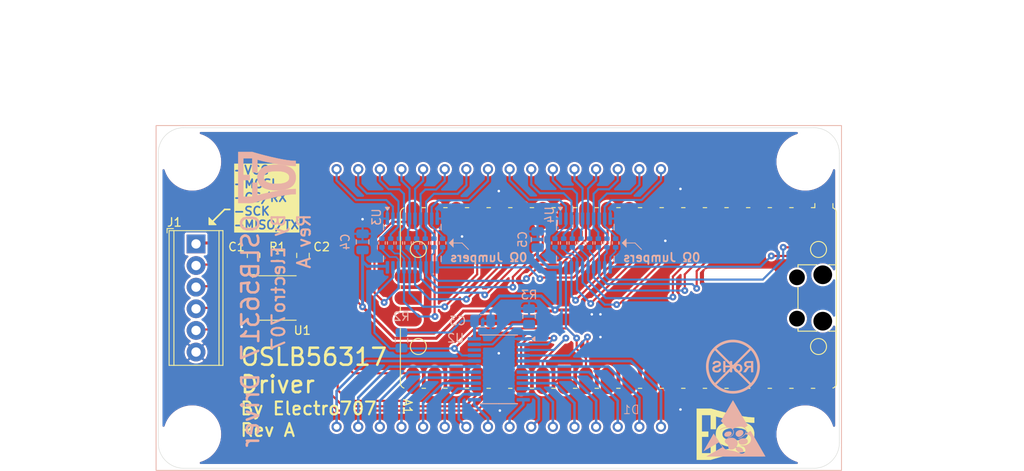
<source format=kicad_pcb>
(kicad_pcb (version 20240108) (generator "pcbnew") (generator_version "8.0")
  (layers (0 "F.Cu" signal) (31 "B.Cu" signal) (34 "B.Paste" user) (35 "F.Paste" user) (36 "B.SilkS" user "B.Silkscreen") (37 "F.SilkS" user "F.Silkscreen") (38 "B.Mask" user) (39 "F.Mask" user) (44 "Edge.Cuts" user))
  (net 0 "")
  (net 1 "/Col_{13}")
  (net 2 "/Col_{10}")
  (net 3 "/Row_{15}")
  (net 4 "/Col_{5}")
  (net 5 "/Row_{13}")
  (net 6 "/Row_{11}")
  (net 7 "/Row_{4}")
  (net 8 "/Col_{16}")
  (net 9 "/Col_{9}")
  (net 10 "/Col_{15}")
  (net 11 "/Col_{4}")
  (net 12 "/Row_{9}")
  (net 13 "/Row_{1}")
  (net 14 "/Row_{3}")
  (net 15 "/Row_{14}")
  (net 16 "/Col_{12}")
  (net 17 "/Col_{14}")
  (net 18 "/Col_{11}")
  (net 19 "/Col_{6}")
  (net 20 "/Row_{8}")
  (net 21 "/Row_{12}")
  (net 22 "/Row_{16}")
  (net 23 "/Col_{7}")
  (net 24 "/Row_{2}")
  (net 25 "/Col_{8}")
  (net 26 "/Col_{2}")
  (net 27 "/Col_{1}")
  (net 28 "/Row_{6}")
  (net 29 "/Row_{7}")
  (net 30 "/Col_{3}")
  (net 31 "/Row_{5}")
  (net 32 "/Row_{10}")
  (net 33 "GND")
  (net 34 "/M_Col_{9}")
  (net 35 "/CLK")
  (net 36 "/LATCH")
  (net 37 "/DATA")
  (net 38 "VCC")
  (net 39 "/~{OE}")
  (net 40 "/M_Col_{4}")
  (net 41 "/M_Col_{3}")
  (net 42 "/M_Col_{14}")
  (net 43 "Net-(U2-R-EXT)")
  (net 44 "/EXT_CS")
  (net 45 "/M_Col_{16}")
  (net 46 "/M_Col_{5}")
  (net 47 "/M_Col_{13}")
  (net 48 "VEXT")
  (net 50 "/M_Col_{12}")
  (net 51 "/M_Col_{1}")
  (net 52 "/M_Col_{11}")
  (net 53 "/M_Col_{6}")
  (net 54 "/EXT_MISO")
  (net 55 "/M_Col_{8}")
  (net 56 "/EXT_SCK")
  (net 59 "/EXT_MOSI")
  (net 60 "/M_Col_{7}")
  (net 61 "/M_Col_{15}")
  (net 63 "/M_Col_{2}")
  (net 64 "/M_Col_{10}")
  (net 67 "/EXT_~{OE}")
  (net 68 "Net-(J1-Pin_4)")
  (net 69 "Net-(J1-Pin_3)")
  (net 72 "Net-(J1-Pin_2)")
  (net 73 "Net-(J1-Pin_5)")
  (footprint "MountingHole:MountingHole_3.2mm_M3" (layer "F.Cu") (at 65.734 122.084)
    (property "Reference" "H4" (hide yes))
    (property "Value" "MountingHole_Pad" (hide yes))
  )
  (footprint "Package_SO:TSSOP-14_4.4x5mm_P0.65mm" (layer "F.Cu") (at 75.734 138.084)
    (property "Reference" "U1")
    (property "Value" "~" (hide yes))
  )
  (footprint "Module_RaspberryPi_Pico:RaspberryPi_Pico_Original_SMD_HandSolder" (layer "F.Cu") (at 115.784 138.084 -90)
    (property "Reference" "A1")
    (property "Value" "RaspberryPi_Pico")
  )
  (footprint "MountingHole:MountingHole_3.2mm_M3" (layer "F.Cu") (at 137.734 122.084)
    (property "Reference" "H2" (hide yes))
    (property "Value" "MountingHole_Pad" (hide yes))
  )
  (footprint "Capacitor_SMD:C_0805_2012Metric" (layer "F.Cu") (at 72.934 133.084 90)
    (property "Reference" "C1")
    (property "Value" "0.1uF")
  )
  (footprint "Capacitor_SMD:C_0805_2012Metric" (layer "F.Cu") (at 78.734 133.084 90)
    (property "Reference" "C2")
    (property "Value" "0.1uF")
  )
  (footprint "Resistor_SMD:R_0402_1005Metric" (layer "F.Cu") (at 75.734 133.284)
    (property "Reference" "R1")
    (property "Value" "0")
  )
  (footprint "MountingHole:MountingHole_3.2mm_M3" (layer "F.Cu") (at 137.734 154.084)
    (property "Reference" "H1" (hide yes))
    (property "Value" "MountingHole_Pad" (hide yes))
  )
  (footprint "MountingHole:MountingHole_3.2mm_M3" (layer "F.Cu") (at 65.734 154.084)
    (property "Reference" "H3" (hide yes))
    (property "Value" "MountingHole_Pad" (hide yes))
  )
  (footprint "TerminalBlock_Phoenix:TerminalBlock_Phoenix_MPT-0,5-6-2.54_1x06_P2.54mm_Horizontal" (layer "F.Cu") (at 66.174 131.734 -90)
    (property "Reference" "J1")
    (property "Value" "Screw_Terminal_01x06")
  )
  (footprint "Capacitor_SMD:C_0805_2012Metric" (layer "B.Cu") (at 99.829 140.768)
    (property "Reference" "C3")
    (property "Value" "0.1uF")
  )
  (footprint "Capacitor_SMD:C_0805_2012Metric" (layer "B.Cu") (at 106.284 131.214 90)
    (property "Reference" "C5")
    (property "Value" "0.1uF")
  )
  (footprint "Capacitor_SMD:C_0805_2012Metric" (layer "B.Cu") (at 85.732 131.497 90)
    (property "Reference" "C4")
    (property "Value" "0.1uF")
  )
  (footprint "Resistor_SMD:R_0402_1005Metric" (layer "B.Cu") (at 111.386 131.624 90)
    (property "Reference" "R15" (hide yes))
    (property "Value" "0")
  )
  (footprint "Resistor_SMD:R_0805_2012Metric" (layer "B.Cu") (at 105.29 140.26 90)
    (property "Reference" "R3")
    (property "Value" "4.7k")
  )
  (footprint "Package_SO:TSSOP-20_4.4x6.5mm_P0.65mm" (layer "B.Cu") (at 91.574 131.624 -90)
    (property "Reference" "U3")
    (property "Value" "74HC245")
  )
  (footprint "Resistor_SMD:R_0402_1005Metric" (layer "B.Cu") (at 92.082 131.624 90)
    (property "Reference" "R8" (hide yes))
    (property "Value" "0")
  )
  (footprint "Resistor_SMD:R_0402_1005Metric" (layer "B.Cu") (at 109.354 131.624 90)
    (property "Reference" "R13" (hide yes))
    (property "Value" "0")
  )
  (footprint "Resistor_SMD:R_0402_1005Metric" (layer "B.Cu") (at 114.434 131.624 90)
    (property "Reference" "R18" (hide yes))
    (property "Value" "0")
  )
  (footprint "Resistor_SMD:R_0402_1005Metric" (layer "B.Cu") (at 115.45 131.624 90)
    (property "Reference" "R19" (hide yes))
    (property "Value" "0")
  )
  (footprint "Resistor_SMD:R_0402_1005Metric" (layer "B.Cu") (at 95.13 131.624 90)
    (property "Reference" "R11" (hide yes))
    (property "Value" "0")
  )
  (footprint "Resistor_SMD:R_0402_1005Metric" (layer "B.Cu") (at 110.37 131.624 90)
    (property "Reference" "R14" (hide yes))
    (property "Value" "0")
  )
  (footprint "Resistor_SMD:R_0402_1005Metric" (layer "B.Cu") (at 90.05 131.624 90)
    (property "Reference" "R6" (hide yes))
    (property "Value" "0")
  )
  (footprint "Resistor_SMD:R_0402_1005Metric" (layer "B.Cu") (at 113.418 131.624 90)
    (property "Reference" "R17" (hide yes))
    (property "Value" "0")
  )
  (footprint "Resistor_SMD:R_0805_2012Metric" (layer "B.Cu") (at 90.304 143.054 -90)
    (property "Reference" "R2")
    (property "Value" "10k")
  )
  (footprint "ProjectLib:OSLB56317-XX" (layer "B.Cu") (at 101.734 138.084 180)
    (property "Reference" "D1")
    (property "Value" "OSLB56317")
  )
  (footprint "Resistor_SMD:R_0402_1005Metric" (layer "B.Cu") (at 93.098 131.624 90)
    (property "Reference" "R9" (hide yes))
    (property "Value" "0")
  )
  (footprint "Resistor_SMD:R_0402_1005Metric" (layer "B.Cu") (at 112.402 131.624 90)
    (property "Reference" "R16" (hide yes))
    (property "Value" "0")
  )
  (footprint "Resistor_SMD:R_0402_1005Metric" (layer "B.Cu") (at 88.018 131.624 90)
    (property "Reference" "R4" (hide yes))
    (property "Value" "0")
  )
  (footprint "Resistor_SMD:R_0402_1005Metric" (layer "B.Cu") (at 94.114 131.624 90)
    (property "Reference" "R10" (hide yes))
    (property "Value" "0")
  )
  (footprint "Package_SO:HTSSOP-24-1EP_4.4x7.8mm_P0.65mm_EP3.2x5mm" (layer "B.Cu") (at 101.734 146.464 180)
    (property "Reference" "U2")
    (property "Value" "STP16CP05XT")
  )
  (footprint "Resistor_SMD:R_0402_1005Metric" (layer "B.Cu") (at 108.338 131.624 90)
    (property "Reference" "R12" (hide yes))
    (property "Value" "0")
  )
  (footprint "Resistor_SMD:R_0402_1005Metric" (layer "B.Cu") (at 91.066 131.624 90)
    (property "Reference" "R7" (hide yes))
    (property "Value" "0")
  )
  (footprint "Resistor_SMD:R_0402_1005Metric" (layer "B.Cu") (at 89.034 131.624 90)
    (property "Reference" "R5" (hide yes))
    (property "Value" "0")
  )
  (footprint "Package_SO:TSSOP-20_4.4x6.5mm_P0.65mm" (layer "B.Cu") (at 111.894 131.624 -90)
    (property "Reference" "U4")
    (property "Value" "74HC245")
  )
  (gr_poly (pts (xy 129.225309 150.097589) (xy 129.202056 150.136536) (xy 129.118234 150.27958) (xy 128.995268 150.491286) (xy 128.845893 150.749807) (xy 128.15588 151.946191) (xy 127.832613 152.507781) (xy 127.815521 152.538793) (xy 127.837151 152.561906) (xy 127.886468 152.614918) (xy 127.933406 152.66603) (xy 127.978772 152.716125) (xy 128.023372 152.766089) (xy 128.056812 152.803128) (xy 128.098431 152.848205) (xy 128.142925 152.895624) (xy 128.184992 152.939689) (xy 128.236109 152.993222) (xy 128.286771 153.047328) (xy 128.334935 153.099716) (xy 128.378555 153.148093) (xy 128.415588 153.190164) (xy 128.443987 153.223637) (xy 128.461709 153.24622) (xy 128.465927 153.252711) (xy 128.466709 153.255619) (xy 128.466435 153.255857) (xy 128.466092 153.256091) (xy 128.465207 153.256551) (xy 128.464073 153.256994) (xy 128.462704 153.25742) (xy 128.461119 153.257825) (xy 128.459333 153.258207) (xy 128.457364 153.258565) (xy 128.455228 153.258895) (xy 128.452942 153.259195) (xy 128.450523 153.259462) (xy 128.447986 153.259695) (xy 128.44535 153.259891) (xy 128.44263 153.260048) (xy 128.439844 153.260162) (xy 128.437008 153.260233) (xy 128.434138 153.260257) (xy 128.419359 153.260817) (xy 128.401502 153.262442) (xy 128.358021 153.268555) (xy 128.306632 153.277932) (xy 128.25027 153.289913) (xy 128.191874 153.303832) (xy 128.134378 153.319029) (xy 128.08072 153.33484) (xy 128.033836 153.350603) (xy 128.014293 153.358036) (xy 127.99479 153.366048) (xy 127.975363 153.374618) (xy 127.956048 153.383723) (xy 127.93688 153.393343) (xy 127.917896 153.403455) (xy 127.89913 153.414038) (xy 127.880618 153.425068) (xy 127.862397 153.436526) (xy 127.844501 153.448389) (xy 127.826967 153.460634) (xy 127.80983 153.473241) (xy 127.793126 153.486187) (xy 127.77689 153.499451) (xy 127.761158 153.51301) (xy 127.745967 153.526843) (xy 127.738892 153.533726) (xy 127.732578 153.540408) (xy 127.727026 153.54688) (xy 127.722239 153.553132) (xy 127.718219 153.559153) (xy 127.716498 153.562074) (xy 127.714969 153.564935) (xy 127.713634 153.567732) (xy 127.712492 153.570466) (xy 127.711544 153.573135) (xy 127.71079 153.575738) (xy 127.710231 153.578274) (xy 127.709866 153.580741) (xy 127.709696 153.583138) (xy 127.709721 153.585465) (xy 127.709942 153.587718) (xy 127.710359 153.589899) (xy 127.710972 153.592005) (xy 127.711782 153.594034) (xy 127.712789 153.595987) (xy 127.713993 153.597861) (xy 127.715394 153.599655) (xy 127.716993 153.601369) (xy 127.718791 153.603) (xy 127.720787 153.604548) (xy 127.722981 153.606012) (xy 127.725375 153.607389) (xy 127.728574 153.609056) (xy 127.730067 153.609778) (xy 127.731508 153.610415) (xy 127.73291 153.610962) (xy 127.734286 153.61141) (xy 127.73565 153.611753) (xy 127.737015 153.611984) (xy 127.738394 153.612095) (xy 127.739802 153.612079) (xy 127.741252 153.61193) (xy 127.742757 153.61164) (xy 127.74433 153.611202) (xy 127.745986 153.61061) (xy 127.747737 153.609855) (xy 127.749597 153.608931) (xy 127.751579 153.607831) (xy 127.753698 153.606547) (xy 127.755966 153.605073) (xy 127.758396 153.603402) (xy 127.761003 153.601526) (xy 127.7638 153.599438) (xy 127.7668 153.597131) (xy 127.770017 153.594599) (xy 127.777155 153.588827) (xy 127.785321 153.582067) (xy 127.794624 153.574262) (xy 127.805171 153.565354) (xy 127.82998 153.544882) (xy 127.854397 153.525826) (xy 127.878631 153.508089) (xy 127.902896 153.491577) (xy 127.927401 153.476195) (xy 127.952359 153.461847) (xy 127.97798 153.448437) (xy 128.004476 153.435872) (xy 128.032059 153.424054) (xy 128.06094 153.41289) (xy 128.091329 153.402283) (xy 128.123439 153.392139) (xy 128.15748 153.382362) (xy 128.193665 153.372857) (xy 128.232204 153.363529) (xy 128.273309 153.354281) (xy 128.308967 153.347008) (xy 128.344583 153.340714) (xy 128.380164 153.3354) (xy 128.415714 153.331065) (xy 128.451239 153.32771) (xy 128.486743 153.325335) (xy 128.522232 153.32394) (xy 128.557712 153.323524) (xy 128.593186 153.324089) (xy 128.628662 153.325633) (xy 128.664142 153.328157) (xy 128.699634 153.33166) (xy 128.735142 153.336144) (xy 128.770671 153.341607) (xy 128.806226 153.34805) (xy 128.841813 153.355473) (xy 128.877344 153.363858) (xy 128.910675 153.372765) (xy 128.941929 153.382276) (xy 128.971232 153.392469) (xy 128.998706 153.403425) (xy 129.024476 153.415225) (xy 129.048665 153.427947) (xy 129.071398 153.441674) (xy 129.092799 153.456484) (xy 129.112991 153.472458) (xy 129.132098 153.489675) (xy 129.150245 153.508217) (xy 129.167554 153.528163) (xy 129.184152 153.549594) (xy 129.20016 153.572589) (xy 129.215703 153.597228) (xy 129.228832 153.620635) (xy 129.240271 153.644469) (xy 129.25002 153.668749) (xy 129.258079 153.693496) (xy 129.264449 153.718731) (xy 129.26913 153.744475) (xy 129.272122 153.770747) (xy 129.273426 153.797569) (xy 129.273042 153.824961) (xy 129.27097 153.852943) (xy 129.267211 153.881536) (xy 129.261766 153.910761) (xy 129.254633 153.940638) (xy 129.245815 153.971187) (xy 129.235311 154.002429) (xy 129.223121 154.034385) (xy 129.212585 154.059361) (xy 129.201644 154.082964) (xy 129.19022 154.105278) (xy 129.178237 154.126386) (xy 129.165618 154.146371) (xy 129.152285 154.165316) (xy 129.138161 154.183305) (xy 129.123171 154.200421) (xy 129.107235 154.216748) (xy 129.090278 154.232368) (xy 129.072223 154.247366) (xy 129.052991 154.261823) (xy 129.032508 154.275825) (xy 129.010694 154.289453) (xy 128.987473 154.302791) (xy 128.962769 154.315923) (xy 128.932479 154.33085) (xy 128.902228 154.344509) (xy 128.871562 154.357057) (xy 128.840028 154.368653) (xy 128.807171 154.379454) (xy 128.772539 154.389617) (xy 128.735677 154.399302) (xy 128.696133 154.408665) (xy 128.675117 154.413546) (xy 128.658058 154.417873) (xy 128.65087 154.419888) (xy 128.6445 154.421835) (xy 128.638892 154.423737) (xy 128.63399 154.425617) (xy 128.629735 154.427498) (xy 128.626071 154.429405) (xy 128.622943 154.431361) (xy 128.620292 154.433388) (xy 128.618061 154.43551) (xy 128.616195 154.437751) (xy 128.614637 154.440133) (xy 128.613328 154.442681) (xy 128.612284 154.445196) (xy 128.611451 154.447683) (xy 128.610824 154.450137) (xy 128.610399 154.452553) (xy 128.610171 154.454927) (xy 128.610135 154.457254) (xy 128.610286 154.459529) (xy 128.61062 154.461749) (xy 128.61113 154.463908) (xy 128.611813 154.466002) (xy 128.612663 154.468027) (xy 128.613675 154.469977) (xy 128.614845 154.471849) (xy 128.616168 154.473638) (xy 128.617639 154.475339) (xy 128.619253 154.476947) (xy 128.621004 154.478459) (xy 128.622889 154.47987) (xy 128.624902 154.481174) (xy 128.627038 154.482368) (xy 128.629293 154.483447) (xy 128.631661 154.484407) (xy 128.634138 154.485242) (xy 128.636718 154.485949) (xy 128.639398 154.486523) (xy 128.642171 154.486959) (xy 128.645033 154.487252) (xy 128.647979 154.487399) (xy 128.651005 154.487394) (xy 128.654104 154.487234) (xy 128.657273 154.486913) (xy 128.660507 154.486427) (xy 128.683063 154.482192) (xy 128.70626 154.477269) (xy 128.754011 154.465553) (xy 128.802631 154.451666) (xy 128.850989 154.435997) (xy 128.897958 154.418932) (xy 128.942408 154.40086) (xy 128.983211 154.382168) (xy 129.001892 154.372711) (xy 129.019237 154.363244) (xy 129.047202 154.346762) (xy 129.073344 154.330102) (xy 129.097765 154.313138) (xy 129.120567 154.295744) (xy 129.141852 154.277792) (xy 129.161723 154.259155) (xy 129.18028 154.239706) (xy 129.197626 154.219318) (xy 129.213863 154.197864) (xy 129.229093 154.175217) (xy 129.243417 154.15125) (xy 129.256939 154.125836) (xy 129.269759 154.098848) (xy 129.28198 154.070158) (xy 129.293703 154.03964) (xy 129.305031 154.007167) (xy 129.316153 153.971427) (xy 129.325343 153.936677) (xy 129.332593 153.902853) (xy 129.337896 153.869892) (xy 129.341244 153.837732) (xy 129.34263 153.806307) (xy 129.342045 153.775555) (xy 129.339484 153.745412) (xy 129.334937 153.715815) (xy 129.328397 153.6867) (xy 129.319857 153.658004) (xy 129.30931 153.629663) (xy 129.296747 153.601613) (xy 129.282161 153.573792) (xy 129.265545 153.546135) (xy 129.246891 153.518579) (xy 129.239518 153.50817) (xy 129.236582 153.50388) (xy 129.234133 153.500122) (xy 129.232157 153.496838) (xy 129.230644 153.493967) (xy 129.230058 153.492668) (xy 129.229583 153.491451) (xy 129.229217 153.490308) (xy 129.228961 153.489231) (xy 129.228812 153.488214) (xy 129.228768 153.487249) (xy 129.228828 153.486329) (xy 129.228992 153.485445) (xy 129.229256 153.484592) (xy 129.229621 153.483761) (xy 129.230084 153.482945) (xy 129.230645 153.482137) (xy 129.231301 153.48133) (xy 129.232051 153.480515) (xy 129.233829 153.478836) (xy 129.235967 153.477041) (xy 129.238453 153.475071) (xy 129.251995 153.465123) (xy 129.268279 153.454252) (xy 129.287008 153.442603) (xy 129.307886 153.430325) (xy 129.354905 153.404463) (xy 129.406966 153.377839) (xy 129.4617 153.351626) (xy 129.516735 153.326995) (xy 129.569703 153.30512) (xy 129.594671 153.295582) (xy 129.618233 153.287173) (xy 129.689109 153.264276) (xy 129.723549 153.254229) (xy 129.75744 153.245097) (xy 129.790869 153.236866) (xy 129.823924 153.229523) (xy 129.856692 153.223054) (xy 129.88926 153.217445) (xy 129.921716 153.212681) (xy 129.954146 153.208749) (xy 129.986638 153.205635) (xy 130.01928 153.203325) (xy 130.052159 153.201805) (xy 130.085362 153.201061) (xy 130.118976 153.20108) (xy 130.153089 153.201846) (xy 130.186978 153.203123) (xy 130.215666 153.20461) (xy 130.240212 153.206441) (xy 130.261675 153.208754) (xy 130.281113 153.211684) (xy 130.299586 153.215366) (xy 130.318153 153.219937) (xy 130.337872 153.225532) (xy 130.358678 153.232042) (xy 130.379087 153.239061) (xy 130.399116 153.246596) (xy 130.418781 153.254658) (xy 130.438095 153.263254) (xy 130.457075 153.272394) (xy 130.475736 153.282087) (xy 130.494094 153.29234) (xy 130.512162 153.303164) (xy 130.529957 153.314567) (xy 130.547495 153.326558) (xy 130.56479 153.339146) (xy 130.581857 153.352339) (xy 130.598712 153.366147) (xy 130.615371 153.380578) (xy 130.631848 153.395641) (xy 130.648068 153.411505) (xy 130.663062 153.427529) (xy 130.676855 153.443772) (xy 130.689472 153.460296) (xy 130.700937 153.477161) (xy 130.711276 153.494425) (xy 130.720512 153.51215) (xy 130.728671 153.530395) (xy 130.735777 153.549221) (xy 130.741856 153.568688) (xy 130.746932 153.588855) (xy 130.751029 153.609783) (xy 130.754173 153.631532) (xy 130.756387 153.654162) (xy 130.757698 153.677734) (xy 130.75813 153.702306) (xy 130.757633 153.734458) (xy 130.756074 153.764736) (xy 130.753346 153.793366) (xy 130.749342 153.820575) (xy 130.743958 153.84659) (xy 130.737086 153.871638) (xy 130.728621 153.895944) (xy 130.718457 153.919735) (xy 130.706487 153.943239) (xy 130.692607 153.966681) (xy 130.676708 153.990288) (xy 130.658687 154.014287) (xy 130.638436 154.038905) (xy 130.615849 154.064367) (xy 130.590821 154.090901) (xy 130.563246 154.118732) (xy 130.522685 154.158119) (xy 130.482691 154.195511) (xy 130.443225 154.230933) (xy 130.404251 154.264412) (xy 130.365729 154.295973) (xy 130.327621 154.325642) (xy 130.28989 154.353445) (xy 130.252497 154.379406) (xy 130.215404 154.403551) (xy 130.178573 154.425907) (xy 130.141967 154.446499) (xy 130.105546 154.465352) (xy 130.069273 154.482493) (xy 130.03311 154.497946) (xy 129.997019 154.511737) (xy 129.960961 154.523892) (xy 129.947373 154.528259) (xy 129.934325 154.532627) (xy 129.922129 154.53688) (xy 129.911096 154.540899) (xy 129.901539 154.54457) (xy 129.893771 154.547775) (xy 129.888103 154.550398) (xy 129.886154 154.551454) (xy 129.884848 154.552322) (xy 129.883389 154.553571) (xy 129.882054 154.554915) (xy 129.880842 154.556346) (xy 129.87975 154.557856) (xy 129.878778 154.55944) (xy 129.877924 154.561089) (xy 129.877188 154.562798) (xy 129.876569 154.564558) (xy 129.876064 154.566364) (xy 129.875673 154.568208) (xy 129.875395 154.570082) (xy 129.875229 154.571981) (xy 129.875173 154.573897) (xy 129.875227 154.575823) (xy 129.875388 154.577751) (xy 129.875656 154.579676) (xy 129.87603 154.58159) (xy 129.876509 154.583486) (xy 129.877091 154.585356) (xy 129.877775 154.587195) (xy 129.87856 154.588995) (xy 129.879445 154.590749) (xy 129.880429 154.59245) (xy 129.88151 154.594091) (xy 129.882688 154.595665) (xy 129.883961 154.597165) (xy 129.885328 154.598584) (xy 129.886788 154.599915) (xy 129.888339 154.601151) (xy 129.889981 154.602285) (xy 129.891712 154.60331) (xy 129.893532 154.604219) (xy 129.898114 154.605649) (xy 129.903875 154.606337) (xy 129.910755 154.606309) (xy 129.918694 154.605592) (xy 129.937501 154.602198) (xy 129.959814 154.59637) (xy 129.985145 154.588321) (xy 130.013011 154.578265) (xy 130.042926 154.566415) (xy 130.074405 154.552986) (xy 130.106962 154.538192) (xy 130.140113 154.522246) (xy 130.173373 154.505362) (xy 130.206256 154.487754) (xy 130.238277 154.469635) (xy 130.268951 154.45122) (xy 130.297793 154.432722) (xy 130.324318 154.414356) (xy 130.357389 154.389802) (xy 130.391716 154.363091) (xy 130.427064 154.334423) (xy 130.463203 154.303996) (xy 130.4999 154.272011) (xy 130.536921 154.238665) (xy 130.574036 154.204159) (xy 130.611011 154.168691) (xy 130.678912 154.102533) (xy 130.727952 154.104184) (xy 130.748026 154.105191) (xy 130.769145 154.106874) (xy 130.813828 154.112118) (xy 130.860629 154.119617) (xy 130.908171 154.129071) (xy 130.95508 154.140181) (xy 130.999983 154.152648) (xy 131.021252 154.159297) (xy 131.041505 154.166172) (xy 131.060568 154.173238) (xy 131.07827 154.180456) (xy 131.095154 154.188239) (xy 131.11203 154.197064) (xy 131.128817 154.206856) (xy 131.145431 154.217535) (xy 131.161789 154.229026) (xy 131.177807 154.241252) (xy 131.193403 154.254134) (xy 131.208493 154.267597) (xy 131.222994 154.281562) (xy 131.236822 154.295953) (xy 131.249895 154.310693) (xy 131.26213 154.325704) (xy 131.273442 154.34091) (xy 131.28375 154.356233) (xy 131.292969 154.371596) (xy 131.301017 154.386922) (xy 131.314792 154.418506) (xy 131.326442 154.452079) (xy 131.33598 154.48739) (xy 131.343417 154.524188) (xy 131.348764 154.56222) (xy 131.352034 154.601236) (xy 131.353238 154.640985) (xy 131.352387 154.681216) (xy 131.349494 154.721677) (xy 131.34457 154.762116) (xy 131.337626 154.802283) (xy 131.328675 154.841927) (xy 131.317727 154.880796) (xy 131.304795 154.918638) (xy 131.28989 154.955204) (xy 131.273025 154.990241) (xy 131.26688 155.001395) (xy 131.260013 155.012713) (xy 131.244213 155.035762) (xy 131.22583 155.059224) (xy 131.205072 155.082937) (xy 131.182143 155.106739) (xy 131.157249 155.130466) (xy 131.130597 155.153957) (xy 131.102391 155.177048) (xy 131.072838 155.199578) (xy 131.042144 155.221383) (xy 131.010514 155.242301) (xy 130.978154 155.262169) (xy 130.945271 155.280826) (xy 130.912069 155.298107) (xy 130.878755 155.313851) (xy 130.845534 155.327896) (xy 130.832063 155.333056) (xy 130.816642 155.338642) (xy 130.799813 155.344475) (xy 130.782118 155.35038) (xy 130.764098 155.356177) (xy 130.746295 155.36169) (xy 130.72925 155.366741) (xy 130.713504 155.371153) (xy 130.689958 155.377312) (xy 130.679302 155.379839) (xy 130.668962 155.382031) (xy 130.658616 155.383912) (xy 130.647944 155.385507) (xy 130.636625 155.386841) (xy 130.624336 155.387939) (xy 130.610756 155.388824) (xy 130.595565 155.389522) (xy 130.578441 155.390057) (xy 130.559062 155.390453) (xy 130.512255 155.390931) (xy 130.452575 155.39115) (xy 130.347409 155.390939) (xy 130.311097 155.390202) (xy 130.282487 155.388828) (xy 130.259219 155.386658) (xy 130.238935 155.383529) (xy 130.219274 155.37928) (xy 130.197877 155.37375) (xy 130.185026 155.370377) (xy 130.173414 155.367549) (xy 130.162985 155.365277) (xy 130.153683 155.363573) (xy 130.145451 155.362449) (xy 130.138232 155.361916) (xy 130.131969 155.361985) (xy 130.129179 155.362249) (xy 130.126607 155.362668) (xy 130.124245 155.363243) (xy 130.122087 155.363975) (xy 130.120126 155.364867) (xy 130.118354 155.36592) (xy 130.116765 155.367134) (xy 130.115351 155.368512) (xy 130.114105 155.370055) (xy 130.113021 155.371764) (xy 130.11209 155.373641) (xy 130.111307 155.375686) (xy 130.110153 155.380291) (xy 130.109502 155.385589) (xy 130.109298 155.391593) (xy 130.109339 155.393884) (xy 130.109468 155.396078) (xy 130.109694 155.398182) (xy 130.110027 155.4002) (xy 130.110477 155.402138) (xy 130.111052 155.404) (xy 130.111762 155.405793) (xy 130.112617 155.407522) (xy 130.113626 155.409192) (xy 130.114798 155.410808) (xy 130.116142 155.412376) (xy 130.117669 155.413901) (xy 130.119387 155.415389) (xy 130.121306 155.416844) (xy 130.123435 155.418272) (xy 130.125784 155.419679) (xy 130.128363 155.421069) (xy 130.13118 155.422449) (xy 130.134244 155.423823) (xy 130.137566 155.425196) (xy 130.141155 155.426575) (xy 130.14502 155.427964) (xy 130.149171 155.42937) (xy 130.153616 155.430796) (xy 130.163429 155.433733) (xy 130.174536 155.436819) (xy 130.18701 155.440096) (xy 130.200927 155.443607) (xy 130.233564 155.452346) (xy 130.265657 155.462215) (xy 130.297217 155.47322) (xy 130.328257 155.485364) (xy 130.358789 155.498654) (xy 130.388823 155.513093) (xy 130.418372 155.528688) (xy 130.447448 155.545441) (xy 130.476512 155.563386) (xy 130.489513 155.571827) (xy 130.501596 155.580005) (xy 130.512839 155.58799) (xy 130.523322 155.595849) (xy 130.53312 155.603651) (xy 130.542313 155.611464) (xy 130.550979 155.619358) (xy 130.559195 155.6274) (xy 130.567039 155.63566) (xy 130.574589 155.644205) (xy 130.581924 155.653105) (xy 130.58912 155.662428) (xy 130.596257 155.672242) (xy 130.603412 155.682616) (xy 130.626214 155.719396) (xy 130.645762 155.75702) (xy 130.662066 155.795259) (xy 130.675134 155.833885) (xy 130.684974 155.872667) (xy 130.691596 155.911378) (xy 130.695006 155.949787) (xy 130.695215 155.987667) (xy 130.69223 156.024787) (xy 130.686059 156.060918) (xy 130.676712 156.095833) (xy 130.67085 156.112762) (xy 130.664197 156.1293) (xy 130.656754 156.14542) (xy 130.648522 156.161093) (xy 130.639502 156.176289) (xy 130.629695 156.19098) (xy 130.619103 156.205138) (xy 130.607726 156.218734) (xy 130.595566 156.231739) (xy 130.582623 156.244124) (xy 130.565047 156.259376) (xy 130.547248 156.27351) (xy 130.529201 156.286536) (xy 130.510881 156.298463) (xy 130.49226 156.309301) (xy 130.473313 156.319059) (xy 130.454014 156.327746) (xy 130.434337 156.335372) (xy 130.414256 156.341945) (xy 130.393744 156.347476) (xy 130.372777 156.351972) (xy 130.351327 156.355444) (xy 130.32937 156.357901) (xy 130.306878 156.359352) (xy 130.283827 156.359807) (xy 130.260189 156.359274) (xy 130.24337 156.35831) (xy 130.226623 156.356838) (xy 130.209825 156.354822) (xy 130.192852 156.352224) (xy 130.17558 156.34901) (xy 130.157884 156.345142) (xy 130.139641 156.340583) (xy 130.120726 156.335298) (xy 130.101016 156.329251) (xy 130.080386 156.322404) (xy 130.058713 156.314722) (xy 130.035872 156.306167) (xy 130.01174 156.296705) (xy 129.986192 156.286297) (xy 129.930352 156.262502) (xy 129.880733 156.241166) (xy 129.832786 156.221242) (xy 129.785305 156.202278) (xy 129.737086 156.183822) (xy 129.686922 156.165423) (xy 129.633607 156.14663) (xy 129.575937 156.126989) (xy 129.512704 156.106051) (xy 129.447439 156.085138) (xy 129.388108 156.067163) (xy 129.333062 156.051732) (xy 129.280652 156.038451) (xy 129.229227 156.026925) (xy 129.17714 156.016761) (xy 129.12274 156.007565) (xy 129.064378 155.998942) (xy 128.810208 155.962034) (xy 128.715979 155.946615) (xy 128.638518 155.932181) (xy 128.573973 155.917956) (xy 128.518493 155.903162) (xy 128.468225 155.887023) (xy 128.419318 155.86876) (xy 128.396371 155.859219) (xy 128.374182 155.849018) (xy 128.352648 155.838071) (xy 128.331664 155.82629) (xy 128.311127 155.813589) (xy 128.290934 155.79988) (xy 128.27098 155.785076) (xy 128.251163 155.769091) (xy 128.231379 155.751838) (xy 128.211524 155.733229) (xy 128.191494 155.713178) (xy 128.171186 155.691598) (xy 128.150496 155.668401) (xy 128.129321 155.643501) (xy 128.107556 155.616811) (xy 128.085099 155.588244) (xy 128.051555 155.545207) (xy 128.016565 155.500897) (xy 127.984274 155.460528) (xy 127.958824 155.429315) (xy 127.910969 155.370047) (xy 127.859302 155.303204) (xy 127.805006 155.230449) (xy 127.749267 155.15344) (xy 127.693269 155.073838) (xy 127.638196 154.993303) (xy 127.585234 154.913497) (xy 127.535566 154.836078) (xy 127.464111 154.724385) (xy 127.38986 154.611351) (xy 127.322841 154.512053) (xy 127.295179 154.472266) (xy 127.273087 154.441567) (xy 127.260887 154.424832) (xy 127.247434 154.405938) (xy 127.218535 154.364266) (xy 127.189932 154.321735) (xy 127.176847 154.301769) (xy 127.165165 154.283532) (xy 127.141796 154.247479) (xy 127.112899 154.20431) (xy 127.048548 154.110938) (xy 126.99217 154.032035) (xy 126.973239 154.006953) (xy 126.967184 153.99957) (xy 126.963822 153.996222) (xy 126.963525 153.996098) (xy 126.963198 153.996072) (xy 126.962841 153.996142) (xy 126.962455 153.996305) (xy 126.962042 153.996559) (xy 126.961603 153.996903) (xy 126.96114 153.997334) (xy 126.960652 153.997849) (xy 126.960142 153.998447) (xy 126.959612 153.999126) (xy 126.958491 154.000716) (xy 126.9573 154.002602) (xy 126.956048 154.004766) (xy 126.954745 154.007192) (xy 126.953401 154.009862) (xy 126.952025 154.012759) (xy 126.950627 154.015865) (xy 126.949216 154.019162) (xy 126.947803 154.022635) (xy 126.946396 154.026265) (xy 126.945006 154.030035) (xy 126.930396 154.058161) (xy 126.893716 154.124336) (xy 126.763948 154.353613) (xy 126.57531 154.683435) (xy 126.347411 155.079371) (xy 125.935588 155.794994) (xy 125.765865 156.094208) (xy 126.666965 155.577252) (xy 127.578525 155.047963) (xy 127.579116 155.047545) (xy 127.579748 155.047237) (xy 127.580423 155.04704) (xy 127.581141 155.046955) (xy 127.581904 155.046982) (xy 127.582712 155.047123) (xy 127.583566 155.047379) (xy 127.584466 155.04775) (xy 127.585414 155.048237) (xy 127.586411 155.048841) (xy 127.587457 155.049563) (xy 127.588552 155.050403) (xy 127.589699 155.051363) (xy 127.590897 155.052443) (xy 127.592148 155.053645) (xy 127.593452 155.054969) (xy 127.59481 155.056415) (xy 127.596223 155.057986) (xy 127.599217 155.061501) (xy 127.60244 155.065522) (xy 127.6059 155.070055) (xy 127.609602 155.075107) (xy 127.613553 155.080685) (xy 127.61776 155.086795) (xy 127.62223 155.093445) (xy 127.645506 155.126711) (xy 127.681764 155.176485) (xy 127.777744 155.305044) (xy 127.879204 155.438094) (xy 127.922313 155.49348) (xy 127.95518 155.534604) (xy 127.97425 155.558233) (xy 127.98257 155.568806) (xy 127.989813 155.578201) (xy 127.995778 155.586154) (xy 128.000266 155.592402) (xy 128.003075 155.596683) (xy 128.003789 155.598003) (xy 128.004007 155.598733) (xy 128.002338 155.600088) (xy 127.997513 155.603244) (xy 127.979041 155.614577) (xy 127.911331 155.654682) (xy 127.811213 155.712987) (xy 127.689022 155.783431) (xy 126.099368 156.701094) (xy 126.097623 156.702373) (xy 126.097119 156.702983) (xy 126.096961 156.703573) (xy 126.097225 156.704145) (xy 126.097985 156.704698) (xy 126.099317 156.705232) (xy 126.101296 156.705748) (xy 126.103998 156.706247) (xy 126.107497 156.706728) (xy 126.117192 156.70764) (xy 126.130981 156.708485) (xy 126.149468 156.709268) (xy 126.173254 156.709989) (xy 126.202944 156.710652) (xy 126.239138 156.711259) (xy 126.282439 156.711812) (xy 126.333451 156.712315) (xy 126.392774 156.712769) (xy 126.538768 156.713543) (xy 126.72524 156.714153) (xy 126.95701 156.71462) (xy 127.238898 156.714964) (xy 127.575722 156.715204) (xy 128.433461 156.715455) (xy 129.568784 156.715535) (xy 132.469272 156.71375) (xy 132.946375 156.71039) (xy 133.056547 156.704492) (xy 133.056548 156.704494) (xy 132.832501 156.313711) (xy 132.299853 155.389855) (xy 131.43451 153.890228) (xy 131.353927 153.750699) (xy 131.31877 153.690693) (xy 131.318595 153.690539) (xy 131.318358 153.690425) (xy 131.318063 153.690348) (xy 131.317711 153.69031) (xy 131.317303 153.690309) (xy 131.316842 153.690345) (xy 131.315764 153.690523) (xy 131.314493 153.690839) (xy 131.313041 153.691286) (xy 131.311424 153.69186) (xy 131.309654 153.692554) (xy 131.307745 153.693363) (xy 131.305712 153.694282) (xy 131.303569 153.695304) (xy 131.301328 153.696423) (xy 131.299005 153.697635) (xy 131.296612 153.698934) (xy 131.294165 153.700313) (xy 131.291676 153.701767) (xy 130.980901 153.881827) (xy 130.82163 153.972757) (xy 130.752312 154.011195) (xy 130.752238 154.01104) (xy 130.752224 154.010766) (xy 130.752375 154.009872) (xy 130.752753 154.00854) (xy 130.753349 154.006793) (xy 130.754151 154.004657) (xy 130.755148 154.002156) (xy 130.757684 153.996161) (xy 130.760872 153.989007) (xy 130.764624 153.980894) (xy 130.768853 153.972021) (xy 130.773474 153.962587) (xy 130.780216 153.948497) (xy 130.78645 153.934408) (xy 130.792187 153.920273) (xy 130.797435 153.906044) (xy 130.802206 153.891672) (xy 130.806509 153.877109) (xy 130.810354 153.862306) (xy 130.813752 153.847215) (xy 130.816712 153.831788) (xy 130.819245 153.815976) (xy 130.821361 153.799731) (xy 130.823069 153.783005) (xy 130.824381 153.765749) (xy 130.825305 153.747915) (xy 130.825852 153.729454) (xy 130.826032 153.710319) (xy 130.825604 153.680875) (xy 130.824289 153.652963) (xy 130.822035 153.626459) (xy 130.818794 153.601236) (xy 130.814515 153.577169) (xy 130.80915 153.554132) (xy 130.802649 153.532) (xy 130.794962 153.510648) (xy 130.786039 153.489948) (xy 130.775831 153.469776) (xy 130.764288 153.450006) (xy 130.75136 153.430513) (xy 130.736998 153.411171) (xy 130.721153 153.391854) (xy 130.703775 153.372437) (xy 130.684813 153.352793) (xy 130.622775 153.290666) (xy 130.69234 153.249987) (xy 130.769172 153.205283) (xy 130.85621 153.154926) (xy 130.89355 153.133117) (xy 130.925502 153.113936) (xy 130.948673 153.099457) (xy 130.955904 153.094628) (xy 130.959667 153.091752) (xy 130.959923 153.090443) (xy 130.959336 153.087751) (xy 130.955496 153.077976) (xy 130.947866 153.06193) (xy 130.936168 153.039116) (xy 130.899447 152.971203) (xy 130.843096 152.870268) (xy 130.764879 152.732339) (xy 130.662559 152.553448) (xy 130.376666 152.056901) (xy 129.511392 150.55742) (xy 129.317245 150.223067) (xy 129.257209 150.121356) (xy 129.234 150.084)) (stroke (width -0.000001)) (fill solid) (layer "B.SilkS"))
  (gr_line (start 117.736 131.624) (end 118.498 132.386) (stroke (width 0.1)) (layer "B.SilkS"))
  (gr_line (start 97.416 131.624) (end 98.178 132.386) (stroke (width 0.1)) (layer "B.SilkS"))
  (gr_poly (pts (xy 128.776274 153.75476) (xy 128.742226 153.757059) (xy 128.705798 153.760999) (xy 128.666858 153.766572) (xy 128.62527 153.773768) (xy 128.5809 153.78258) (xy 128.533613 153.792998) (xy 128.523051 153.795685) (xy 128.511385 153.799106) (xy 128.498999 153.803122) (xy 128.48628 153.807591) (xy 128.473611 153.812375) (xy 128.461379 153.817332) (xy 128.449967 153.822322) (xy 128.439761 153.827205) (xy 128.423714 153.83599) (xy 128.407563 153.846151) (xy 128.391412 153.857571) (xy 128.375367 153.87013) (xy 128.359532 153.883709) (xy 128.34401 153.898191) (xy 128.328907 153.913456) (xy 128.314327 153.929386) (xy 128.300374 153.945862) (xy 128.287153 153.962766) (xy 128.274769 153.979979) (xy 128.263325 153.997382) (xy 128.252927 154.014856) (xy 128.243678 154.032284) (xy 128.235684 154.049545) (xy 128.229048 154.066523) (xy 128.225847 154.076485) (xy 128.223219 154.086554) (xy 128.221158 154.096713) (xy 128.219653 154.106943) (xy 128.218696 154.117228) (xy 128.218279 154.127549) (xy 128.218392 154.137888) (xy 128.219029 154.148229) (xy 128.220178 154.158554) (xy 128.221833 154.168844) (xy 128.223984 154.179083) (xy 128.226623 154.189252) (xy 128.22974 154.199335) (xy 128.233329 154.209313) (xy 128.237379 154.219169) (xy 128.241882 154.228885) (xy 128.24683 154.238444) (xy 128.252213 154.247828) (xy 128.258024 154.257019) (xy 128.264254 154.266) (xy 128.270893 154.274753) (xy 128.277934 154.28326) (xy 128.285367 154.291504) (xy 128.293185 154.299468) (xy 128.301377 154.307133) (xy 128.309937 154.314482) (xy 128.318855 154.321498) (xy 128.328122 154.328162) (xy 128.33773 154.334457) (xy 128.34767 154.340366) (xy 128.357933 154.345871) (xy 128.368512 154.350954) (xy 128.37612 154.354347) (xy 128.383224 154.357374) (xy 128.389969 154.360058) (xy 128.396497 154.362423) (xy 128.40295 154.364493) (xy 128.409471 154.366292) (xy 128.416204 154.367843) (xy 128.42329 154.369172) (xy 128.430873 154.370301) (xy 128.439096 154.371255) (xy 128.4481 154.372058) (xy 128.45803 154.372733) (xy 128.469028 154.373304) (xy 128.481236 154.373796) (xy 128.509854 154.374636) (xy 128.537766 154.37518) (xy 128.561267 154.375214) (xy 128.581472 154.374628) (xy 128.590687 154.374067) (xy 128.599495 154.37331) (xy 128.608037 154.372342) (xy 128.616451 154.371149) (xy 128.624877 154.369719) (xy 128.633455 154.368036) (xy 128.65162 154.363858) (xy 128.672062 154.358505) (xy 128.720366 154.344369) (xy 128.765649 154.329086) (xy 128.807909 154.312659) (xy 128.847148 154.295087) (xy 128.883363 154.276372) (xy 128.916554 154.256512) (xy 128.94672 154.23551) (xy 128.973861 154.213366) (xy 128.997977 154.190081) (xy 129.019065 154.165654) (xy 129.037127 154.140086) (xy 129.052161 154.113379) (xy 129.058542 154.099598) (xy 129.064166 154.085533) (xy 129.069033 154.071182) (xy 129.073142 154.056547) (xy 129.079088 154.026424) (xy 129.082004 153.995163) (xy 129.082388 153.980939) (xy 129.082247 153.967391) (xy 129.081562 153.954472) (xy 129.080318 153.942139) (xy 129.078497 153.93035) (xy 129.076082 153.919059) (xy 129.073057 153.908222) (xy 129.069403 153.897797) (xy 129.065104 153.887739) (xy 129.060144 153.878004) (xy 129.054504 153.868548) (xy 129.048169 153.859328) (xy 129.04112 153.8503) (xy 129.033342 153.84142) (xy 129.024816 153.832643) (xy 129.015526 153.823927) (xy 129.006818 153.816417) (xy 128.997867 153.809341) (xy 128.988658 153.802696) (xy 128.979174 153.796482) (xy 128.969397 153.790697) (xy 128.959312 153.785341) (xy 128.948901 153.780413) (xy 128.938148 153.775911) (xy 128.927035 153.771835) (xy 128.915547 153.768183) (xy 128.903665 153.764954) (xy 128.891373 153.762147) (xy 128.878655 153.759761) (xy 128.865494 153.757795) (xy 128.851873 153.756249) (xy 128.837774 153.755119) (xy 128.808079 153.754111)) (stroke (width -0.000001)) (fill solid) (layer "B.SilkS"))
  (gr_poly (pts (xy 130.426971 154.566731) (xy 130.388706 154.568395) (xy 130.351379 154.571203) (xy 130.31532 154.575156) (xy 130.280861 154.580255) (xy 130.24833 154.5865) (xy 130.218058 154.593892) (xy 130.190376 154.60243) (xy 130.167316 154.610947) (xy 130.144763 154.620311) (xy 130.122785 154.630467) (xy 130.101452 154.641364) (xy 130.080833 154.652947) (xy 130.060995 154.665165) (xy 130.042007 154.677964) (xy 130.02394 154.69129) (xy 130.00686 154.705092) (xy 129.990837 154.719315) (xy 129.97594 154.733907) (xy 129.962237 154.748814) (xy 129.949797 154.763985) (xy 129.938689 154.779364) (xy 129.928982 154.794901) (xy 129.920744 154.81054) (xy 129.913118 154.827821) (xy 129.906439 154.845668) (xy 129.900709 154.863998) (xy 129.89593 154.882724) (xy 129.892103 154.901762) (xy 129.889232 154.921027) (xy 129.887317 154.940433) (xy 129.886362 154.959894) (xy 129.886368 154.979327) (xy 129.887338 154.998646) (xy 129.889272 155.017764) (xy 129.892175 155.036599) (xy 129.896046 155.055063) (xy 129.90089 155.073073) (xy 129.906707 155.090542) (xy 129.9135 155.107386) (xy 129.919888 155.120846) (xy 129.926972 155.133861) (xy 129.934745 155.146426) (xy 129.943202 155.15854) (xy 129.952335 155.170199) (xy 129.962137 155.181403) (xy 129.972602 155.192147) (xy 129.983723 155.202429) (xy 129.995493 155.212247) (xy 130.007906 155.221599) (xy 130.020955 155.230481) (xy 130.034633 155.238891) (xy 130.048933 155.246826) (xy 130.063848 155.254285) (xy 130.079373 155.261263) (xy 130.0955 155.26776) (xy 130.112223 155.273772) (xy 130.129534 155.279297) (xy 130.147427 155.284331) (xy 130.165896 155.288874) (xy 130.184933 155.292921) (xy 130.204532 155.296471) (xy 130.224686 155.29952) (xy 130.245388 155.302067) (xy 130.266632 155.304109) (xy 130.288411 155.305643) (xy 130.310718 155.306667) (xy 130.333547 155.307177) (xy 130.356891 155.307173) (xy 130.380742 155.30665) (xy 130.429943 155.30404) (xy 130.46622 155.300676) (xy 130.502343 155.295916) (xy 130.538152 155.289825) (xy 130.573483 155.282467) (xy 130.608174 155.273905) (xy 130.642063 155.264204) (xy 130.674988 155.253427) (xy 130.706787 155.241638) (xy 130.737297 155.228901) (xy 130.766356 155.21528) (xy 130.793802 155.200839) (xy 130.819473 155.185641) (xy 130.843206 155.169751) (xy 130.864839 155.153232) (xy 130.88421 155.136148) (xy 130.901157 155.118563) (xy 130.910362 155.107623) (xy 130.919014 155.096361) (xy 130.927112 155.084796) (xy 130.934655 155.072949) (xy 130.941643 155.06084) (xy 130.948075 155.04849) (xy 130.953949 155.035918) (xy 130.959265 155.023146) (xy 130.964023 155.010194) (xy 130.96822 154.997082) (xy 130.974934 154.970459) (xy 130.9794 154.943441) (xy 130.981611 154.916189) (xy 130.981561 154.888867) (xy 130.979244 154.861639) (xy 130.974653 154.834665) (xy 130.971503 154.821326) (xy 130.967782 154.808111) (xy 130.963489 154.795041) (xy 130.958623 154.782137) (xy 130.953185 154.769419) (xy 130.947172 154.756907) (xy 130.940584 154.744622) (xy 130.933421 154.732584) (xy 130.925681 154.720814) (xy 130.917364 154.709331) (xy 130.910971 154.701445) (xy 130.903727 154.693469) (xy 130.895715 154.685457) (xy 130.887018 154.677465) (xy 130.877716 154.669548) (xy 130.867894 154.661761) (xy 130.857633 154.65416) (xy 130.847015 154.6468) (xy 130.836122 154.639735) (xy 130.825038 154.633021) (xy 130.813844 154.626714) (xy 130.802622 154.620867) (xy 130.791455 154.615538) (xy 130.780426 154.61078) (xy 130.769615 154.606649) (xy 130.759106 154.6032) (xy 130.727253 154.594581) (xy 130.693367 154.587102) (xy 130.657778 154.580765) (xy 130.620816 154.57557) (xy 130.582812 154.571516) (xy 130.544095 154.568605) (xy 130.504996 154.566837) (xy 130.465844 154.566212)) (stroke (width -0.000001)) (fill solid) (layer "B.SilkS"))
  (gr_poly (pts (xy 130.113468 153.592375) (xy 130.091428 153.593159) (xy 130.069191 153.594499) (xy 130.046997 153.596382) (xy 130.025087 153.598798) (xy 130.003702 153.601733) (xy 129.983083 153.605178) (xy 129.963471 153.60912) (xy 129.945106 153.613548) (xy 129.92823 153.618451) (xy 129.895463 153.629697) (xy 129.863935 153.642059) (xy 129.833684 153.655505) (xy 129.804747 153.670005) (xy 129.777161 153.685528) (xy 129.750963 153.702042) (xy 129.72619 153.719516) (xy 129.70288 153.737919) (xy 129.681071 153.75722) (xy 129.660798 153.777388) (xy 129.6421 153.798391) (xy 129.625014 153.8202) (xy 129.609577 153.842781) (xy 129.595826 153.866105) (xy 129.583798 153.890141) (xy 129.573531 153.914856) (xy 129.569505 153.926566) (xy 129.565886 153.939041) (xy 129.56268 153.952173) (xy 129.559891 153.965855) (xy 129.557527 153.979979) (xy 129.555593 153.994437) (xy 129.554096 154.009122) (xy 129.553041 154.023927) (xy 129.552435 154.038743) (xy 129.552283 154.053462) (xy 129.552592 154.067979) (xy 129.553367 154.082183) (xy 129.554615 154.095969) (xy 129.556342 154.109229) (xy 129.558553 154.121854) (xy 129.561255 154.133737) (xy 129.566051 154.150244) (xy 129.571887 154.166535) (xy 129.578734 154.182578) (xy 129.586565 154.19834) (xy 129.595353 154.213788) (xy 129.605068 154.22889) (xy 129.615685 154.243612) (xy 129.627174 154.257922) (xy 129.639509 154.271787) (xy 129.652661 154.285174) (xy 129.666603 154.29805) (xy 129.681306 154.310383) (xy 129.696744 154.322139) (xy 129.712889 154.333286) (xy 129.729712 154.343792) (xy 129.747186 154.353622) (xy 129.763272 154.3618) (xy 129.779323 154.369165) (xy 129.795344 154.375719) (xy 129.811342 154.381462) (xy 129.827323 154.386394) (xy 129.843293 154.390518) (xy 129.859257 154.393833) (xy 129.875222 154.39634) (xy 129.891194 154.398041) (xy 129.907178 154.398935) (xy 129.92318 154.399024) (xy 129.939206 154.398308) (xy 129.955263 154.396789) (xy 129.971356 154.394467) (xy 129.987491 154.391342) (xy 130.003675 154.387416) (xy 130.020303 154.382572) (xy 130.037246 154.376833) (xy 130.054493 154.370206) (xy 130.072037 154.362695) (xy 130.089867 154.354307) (xy 130.107974 154.345047) (xy 130.126349 154.334922) (xy 130.144982 154.323936) (xy 130.163865 154.312095) (xy 130.182988 154.299406) (xy 130.202341 154.285873) (xy 130.221915 154.271503) (xy 130.241701 154.256301) (xy 130.261689 154.240272) (xy 130.281871 154.223424) (xy 130.302236 154.20576) (xy 130.328641 154.180835) (xy 130.352728 154.154829) (xy 130.374459 154.127873) (xy 130.3938 154.100099) (xy 130.410714 154.071639) (xy 130.425165 154.042625) (xy 130.437117 154.013188) (xy 130.442145 153.998352) (xy 130.446535 153.98346) (xy 130.450282 153.968528) (xy 130.453382 153.953572) (xy 130.455831 153.938609) (xy 130.457623 153.923656) (xy 130.458755 153.908729) (xy 130.459222 153.893845) (xy 130.459019 153.879019) (xy 130.458142 153.864269) (xy 130.456586 153.84961) (xy 130.454348 153.83506) (xy 130.451422 153.820634) (xy 130.447804 153.80635) (xy 130.443489 153.792223) (xy 130.438474 153.778271) (xy 130.432753 153.764509) (xy 130.426322 153.750954) (xy 130.418775 153.736758) (xy 130.410851 153.723347) (xy 130.402516 153.710695) (xy 130.393739 153.698776) (xy 130.384485 153.687563) (xy 130.374724 153.677031) (xy 130.364421 153.667154) (xy 130.353545 153.657904) (xy 130.342063 153.649258) (xy 130.329943 153.641187) (xy 130.317151 153.633666) (xy 130.303655 153.626669) (xy 130.289422 153.62017) (xy 130.274421 153.614143) (xy 130.258617 153.608561) (xy 130.24198 153.603399) (xy 130.228068 153.599974) (xy 130.212272 153.597184) (xy 130.194833 153.59502) (xy 130.175993 153.593468) (xy 130.155991 153.592518) (xy 130.135069 153.592157)) (stroke (width -0.000001)) (fill solid) (layer "B.SilkS"))
  (gr_poly (pts (xy 131.325412 145.489788) (xy 131.152843 145.490503) (xy 131.015975 145.4932) (xy 130.959241 145.495563) (xy 130.909406 145.498748) (xy 130.865794 145.502863) (xy 130.82773 145.508016) (xy 130.794539 145.514316) (xy 130.765544 145.521871) (xy 130.740071 145.530791) (xy 130.717444 145.541183) (xy 130.696987 145.553157) (xy 130.678026 145.566821) (xy 130.659883 145.582282) (xy 130.641885 145.599651) (xy 130.629375 145.612754) (xy 130.617851 145.625787) (xy 130.607281 145.638829) (xy 130.597634 145.651957) (xy 130.588878 145.66525) (xy 130.580982 145.678785) (xy 130.573913 145.69264) (xy 130.56764 145.706893) (xy 130.562132 145.721621) (xy 130.557357 145.736903) (xy 130.553283 145.752815) (xy 130.549879 145.769437) (xy 130.547113 145.786846) (xy 130.544953 145.805119) (xy 130.543369 145.824334) (xy 130.542327 145.84457) (xy 130.541656 145.865637) (xy 130.54137 145.883287) (xy 130.541524 145.898298) (xy 130.542174 145.911447) (xy 130.542702 145.917567) (xy 130.543376 145.923514) (xy 130.545185 145.935274) (xy 130.547659 145.947506) (xy 130.550853 145.960987) (xy 130.553755 145.971988) (xy 130.556861 145.982654) (xy 130.56018 145.993) (xy 130.563721 146.003044) (xy 130.567493 146.012803) (xy 130.571505 146.022295) (xy 130.575766 146.031537) (xy 130.580284 146.040545) (xy 130.585069 146.049337) (xy 130.59013 146.05793) (xy 130.595475 146.066341) (xy 130.601114 146.074588) (xy 130.607055 146.082687) (xy 130.613308 146.090655) (xy 130.619882 146.098511) (xy 130.626784 146.10627) (xy 130.636559 146.116437) (xy 130.646928 146.126261) (xy 130.657864 146.135727) (xy 130.669343 146.144821) (xy 130.681337 146.15353) (xy 130.69382 146.16184) (xy 130.706768 146.169738) (xy 130.720154 146.177208) (xy 130.733953 146.184238) (xy 130.748137 146.190813) (xy 130.762682 146.19692) (xy 130.777561 146.202545) (xy 130.792748 146.207674) (xy 130.808218 146.212293) (xy 130.823945 146.216389) (xy 130.839902 146.219948) (xy 130.852822 146.222647) (xy 130.864514 146.225191) (xy 130.873696 146.227295) (xy 130.879086 146.228672) (xy 130.879431 146.228826) (xy 130.87956 146.22893) (xy 130.879661 146.229051) (xy 130.879733 146.229191) (xy 130.879778 146.229347) (xy 130.879783 146.229712) (xy 130.879679 146.230143) (xy 130.879467 146.23064) (xy 130.879149 146.231201) (xy 130.878726 146.231824) (xy 130.878202 146.232507) (xy 130.877577 146.233249) (xy 130.876854 146.234049) (xy 130.876034 146.234904) (xy 130.874111 146.236774) (xy 130.871822 146.238848) (xy 130.869184 146.241111) (xy 130.866209 146.243551) (xy 130.862913 146.246155) (xy 130.859311 146.24891) (xy 130.855417 146.251802) (xy 130.851246 146.25482) (xy 130.846812 146.257949) (xy 130.84213 146.261177) (xy 130.831476 146.268661) (xy 130.820822 146.276575) (xy 130.810186 146.284898) (xy 130.79959 146.293612) (xy 130.789051 146.302696) (xy 130.778592 146.31213) (xy 130.768231 146.321893) (xy 130.757989 146.331966) (xy 130.747885 146.342329) (xy 130.73794 146.352962) (xy 130.728173 146.363844) (xy 130.718605 146.374955) (xy 130.709256 146.386276) (xy 130.700144 146.397787) (xy 130.691292 146.409466) (xy 130.682717 146.421295) (xy 130.629043 146.503022) (xy 130.545585 146.634413) (xy 130.468787 146.757582) (xy 130.444273 146.797994) (xy 130.43509 146.814644) (xy 130.435294 146.814807) (xy 130.435898 146.81497) (xy 130.438269 146.815289) (xy 130.447382 146.815902) (xy 130.461789 146.816466) (xy 130.480851 146.816964) (xy 130.50393 146.817379) (xy 130.530386 146.817697) (xy 130.559581 146.817899) (xy 130.590875 146.81797) (xy 130.746657 146.81797) (xy 130.892184 146.602337) (xy 130.988436 146.461) (xy 131.023081 146.411608) (xy 131.050691 146.373806) (xy 131.072732 146.345648) (xy 131.090669 146.325187) (xy 131.105966 146.310479) (xy 131.120087 146.299576) (xy 131.127594 146.294529) (xy 131.134744 146.290004) (xy 131.141672 146.285968) (xy 131.148512 146.282389) (xy 131.155398 146.279236) (xy 131.162463 146.276478) (xy 131.169843 146.274082) (xy 131.17767 146.272018) (xy 131.18608 146.270253) (xy 131.195205 146.268757) (xy 131.205181 146.267497) (xy 131.21614 146.266441) (xy 131.228217 146.265559) (xy 131.241547 146.264819) (xy 131.256262 146.264189) (xy 131.272498 146.263637) (xy 131.355841 146.261089) (xy 131.355841 146.817978) (xy 131.620425 146.817978) (xy 131.620421 146.153873) (xy 131.620421 146.050693) (xy 131.355929 146.050693) (xy 131.185273 146.050655) (xy 131.115562 146.05025) (xy 131.051909 146.049169) (xy 131.001349 146.047562) (xy 130.983176 146.046609) (xy 130.970914 146.045582) (xy 130.970822 146.045578) (xy 130.957106 146.043722) (xy 130.944068 146.041382) (xy 130.931696 146.03855) (xy 130.919978 146.035219) (xy 130.908901 146.03138) (xy 130.898452 146.027025) (xy 130.888618 146.022147) (xy 130.879388 146.016737) (xy 130.870749 146.010787) (xy 130.862687 146.00429) (xy 130.855192 145.997237) (xy 130.848249 145.989621) (xy 130.841847 145.981432) (xy 130.835972 145.972664) (xy 130.830613 145.963309) (xy 130.825757 145.953358) (xy 130.822674 145.945671) (xy 130.820008 145.937315) (xy 130.817757 145.928385) (xy 130.815921 145.918975) (xy 130.814501 145.90918) (xy 130.813497 145.899094) (xy 130.812907 145.888813) (xy 130.812732 145.878431) (xy 130.812973 145.868042) (xy 130.813627 145.857742) (xy 130.814697 145.847625) (xy 130.816181 145.837786) (xy 130.818079 145.828319) (xy 130.820391 145.81932) (xy 130.823117 145.810882) (xy 130.826257 145.803101) (xy 130.829663 145.796056) (xy 130.833455 145.789236) (xy 130.83762 145.782649) (xy 130.842148 145.776304) (xy 130.847027 145.770213) (xy 130.852246 145.764383) (xy 130.857794 145.758825) (xy 130.86366 145.753547) (xy 130.869833 145.74856) (xy 130.876302 145.743873) (xy 130.883055 145.739495) (xy 130.890081 145.735435) (xy 130.89737 145.731704) (xy 130.90491 145.728311) (xy 130.91269 145.725265) (xy 130.920699 145.722576) (xy 130.926506 145.720847) (xy 130.932252 145.719317) (xy 130.938205 145.717973) (xy 130.94463 145.716804) (xy 130.951794 145.715798) (xy 130.959961 145.714943) (xy 130.969399 145.714226) (xy 130.980374 145.713635) (xy 130.99315 145.71316) (xy 131.007996 145.712786) (xy 131.025175 145.712503) (xy 131.044956 145.712299) (xy 131.093382 145.712077) (xy 131.155402 145.712025) (xy 131.355929 145.712025) (xy 131.355929 146.050693) (xy 131.620421 146.050693) (xy 131.620421 145.489769)) (stroke (width -0.000001)) (fill solid) (layer "B.SilkS"))
  (gr_poly (pts (xy 73.389223 124.084) (xy 73.399661 124.183242) (xy 73.419986 124.29435) (xy 73.453496 124.414246) (xy 73.503485 124.539855) (xy 73.53569 124.603841) (xy 73.57325 124.668101) (xy 73.616578 124.732252) (xy 73.666086 124.795908) (xy 73.722186 124.858685) (xy 73.785289 124.920198) (xy 73.855808 124.980064) (xy 73.934155 125.037897) (xy 74.020742 125.093313) (xy 74.11598 125.145928) (xy 74.220283 125.195357) (xy 74.33406 125.241215) (xy 74.457726 125.283119) (xy 74.591691 125.320682) (xy 74.736367 125.353522) (xy 74.892168 125.381253) (xy 75.059503 125.403491) (xy 75.238787 125.419851) (xy 75.43043 125.429949) (xy 75.634844 125.4334) (xy 75.839258 125.429949) (xy 76.030901 125.419851) (xy 76.210185 125.40349) (xy 76.377521 125.381253) (xy 76.533321 125.353522) (xy 76.677998 125.320682) (xy 76.811963 125.283118) (xy 76.935628 125.241215) (xy 77.049406 125.195357) (xy 77.153708 125.145928) (xy 77.248947 125.093313) (xy 77.335533 125.037897) (xy 77.41388 124.980064) (xy 77.4844 124.920198) (xy 77.547503 124.858685) (xy 77.603603 124.795908) (xy 77.653111 124.732252) (xy 77.696439 124.668101) (xy 77.734 124.603841) (xy 77.766204 124.539856) (xy 77.793465 124.476529) (xy 77.816193 124.414246) (xy 77.834802 124.353392) (xy 77.849703 124.29435) (xy 77.870029 124.183243) (xy 77.880467 124.084) (xy 77.884862 123.933415) (xy 77.880467 123.782829) (xy 77.870029 123.683587) (xy 77.849703 123.572479) (xy 77.816193 123.452583) (xy 77.766204 123.326974) (xy 77.734 123.262988) (xy 77.696439 123.198728) (xy 77.653111 123.134578) (xy 77.603603 123.070922) (xy 77.547503 123.008144) (xy 77.4844 122.946631) (xy 77.41388 122.886765) (xy 77.335533 122.828932) (xy 77.248947 122.773516) (xy 77.153708 122.720901) (xy 77.049406 122.671472) (xy 76.935628 122.625614) (xy 76.811963 122.583711) (xy 76.677998 122.546147) (xy 76.533321 122.513307) (xy 76.377521 122.485576) (xy 76.210185 122.463338) (xy 76.030901 122.446978) (xy 75.839258 122.43688) (xy 75.634844 122.433429) (xy 75.634844 123.183383) (xy 75.77112 123.185109) (xy 75.898882 123.190158) (xy 76.018404 123.198339) (xy 76.129961 123.209458) (xy 76.233827 123.223325) (xy 76.330277 123.239746) (xy 76.419587 123.258529) (xy 76.502029 123.279481) (xy 76.57788 123.302412) (xy 76.647414 123.327128) (xy 76.710905 123.353437) (xy 76.768629 123.381147) (xy 76.820859 123.410065) (xy 76.867871 123.44) (xy 76.909938 123.470758) (xy 76.947337 123.502149) (xy 76.980341 123.533978) (xy 77.009225 123.566055) (xy 77.034265 123.598187) (xy 77.055733 123.630182) (xy 77.073906 123.661847) (xy 77.089057 123.69299) (xy 77.101462 123.723419) (xy 77.111395 123.752941) (xy 77.119131 123.781365) (xy 77.124944 123.808497) (xy 77.131901 123.85812) (xy 77.134464 123.900272) (xy 77.13483 123.933415) (xy 77.131901 124.008709) (xy 77.124944 124.058332) (xy 77.111395 124.113889) (xy 77.089057 124.17384) (xy 77.055733 124.236647) (xy 77.009225 124.300774) (xy 76.980341 124.332851) (xy 76.947337 124.364681) (xy 76.909938 124.396071) (xy 76.867871 124.42683) (xy 76.820859 124.456764) (xy 76.768629 124.485683) (xy 76.710905 124.513392) (xy 76.647414 124.539701) (xy 76.57788 124.564417) (xy 76.502029 124.587348) (xy 76.419587 124.608301) (xy 76.330277 124.627084) (xy 76.233827 124.643505) (xy 76.129961 124.657371) (xy 76.018404 124.668491) (xy 75.898882 124.676671) (xy 75.77112 124.681721) (xy 75.634844 124.683446) (xy 75.498568 124.681721) (xy 75.370806 124.676671) (xy 75.251284 124.668491) (xy 75.139728 124.657371) (xy 75.035861 124.643505) (xy 74.939411 124.627084) (xy 74.850102 124.608301) (xy 74.767659 124.587348) (xy 74.691808 124.564417) (xy 74.622274 124.539701) (xy 74.558783 124.513392) (xy 74.50106 124.485683) (xy 74.448829 124.456764) (xy 74.401818 124.42683) (xy 74.35975 124.396071) (xy 74.322351 124.364681) (xy 74.289347 124.332851) (xy 74.260463 124.300774) (xy 74.235424 124.268642) (xy 74.213956 124.236648) (xy 74.195783 124.204983) (xy 74.180632 124.17384) (xy 74.168227 124.143411) (xy 74.158294 124.113889) (xy 74.150558 124.085465) (xy 74.144745 124.058332) (xy 74.137788 124.008709) (xy 74.135225 123.966557) (xy 74.13486 123.933415) (xy 74.137789 123.85812) (xy 74.144746 123.808497) (xy 74.158295 123.752941) (xy 74.180632 123.69299) (xy 74.213956 123.630182) (xy 74.260464 123.566055) (xy 74.289348 123.533978) (xy 74.322352 123.502149) (xy 74.359751 123.470758) (xy 74.401818 123.44) (xy 74.44883 123.410065) (xy 74.50106 123.381147) (xy 74.558783 123.353437) (xy 74.622275 123.327128) (xy 74.691808 123.302412) (xy 74.767659 123.279481) (xy 74.850102 123.258529) (xy 74.939411 123.239746) (xy 75.035861 123.223325) (xy 75.139728 123.209458) (xy 75.251284 123.198339) (xy 75.370806 123.190158) (xy 75.498568 123.185109) (xy 75.634844 123.183383) (xy 75.634844 122.433429) (xy 75.43043 122.43688) (xy 75.238787 122.446978) (xy 75.059504 122.463338) (xy 74.892168 122.485576) (xy 74.736368 122.513307) (xy 74.591691 122.546147) (xy 74.457726 122.583711) (xy 74.334061 122.625614) (xy 74.220283 122.671472) (xy 74.115981 122.720901) (xy 74.020743 122.773516) (xy 73.934156 122.828932) (xy 73.855809 122.886765) (xy 73.78529 122.946631) (xy 73.722186 123.008145) (xy 73.666086 123.070922) (xy 73.616579 123.134578) (xy 73.57325 123.198728) (xy 73.53569 123.262988) (xy 73.503486 123.326974) (xy 73.476225 123.3903) (xy 73.453496 123.452583) (xy 73.434888 123.513438) (xy 73.419987 123.572479) (xy 73.399661 123.683587) (xy 73.389223 123.782829) (xy 73.384828 123.933415)) (stroke (width 0.039749)) (fill solid) (layer "B.SilkS"))
  (gr_poly (pts (xy 129.010071 142.989968) (xy 128.799064 143.012084) (xy 128.590642 143.048131) (xy 128.385491 143.097868) (xy 128.184294 143.161055) (xy 127.987739 143.237451) (xy 127.796511 143.326816) (xy 127.611294 143.428909) (xy 127.432775 143.543489) (xy 127.26164 143.670317) (xy 127.098572 143.809151) (xy 126.944259 143.959751) (xy 126.799386 144.121876) (xy 126.670032 144.28793) (xy 126.552857 144.46088) (xy 126.447977 144.640065) (xy 126.355507 144.824823) (xy 126.275562 145.014493) (xy 126.208257 145.208413) (xy 126.153709 145.405922) (xy 126.112033 145.606359) (xy 126.083344 145.809061) (xy 126.067757 146.013368) (xy 126.065389 146.218618) (xy 126.076354 146.424149) (xy 126.100769 146.6293) (xy 126.138747 146.83341) (xy 126.190406 147.035817) (xy 126.25586 147.235859) (xy 126.332485 147.426621) (xy 126.420672 147.610712) (xy 126.519942 147.78772) (xy 126.629817 147.957232) (xy 126.749819 148.118837) (xy 126.87947 148.272124) (xy 127.018293 148.416679) (xy 127.165809 148.552092) (xy 127.32154 148.67795) (xy 127.485008 148.793842) (xy 127.655735 148.899356) (xy 127.833243 148.99408) (xy 128.017054 149.077601) (xy 128.20669 149.149509) (xy 128.401673 149.209391) (xy 128.601525 149.256836) (xy 128.702446 149.275549) (xy 128.805226 149.291096) (xy 128.909214 149.303428) (xy 129.013754 149.3125) (xy 129.118194 149.318266) (xy 129.221881 149.320679) (xy 129.32416 149.319693) (xy 129.424378 149.315262) (xy 129.61007 149.298255) (xy 129.793261 149.270679) (xy 129.973559 149.232759) (xy 130.150574 149.184722) (xy 130.323914 149.126793) (xy 130.493186 149.059199) (xy 130.658001 148.982164) (xy 130.817966 148.895914) (xy 130.972689 148.800677) (xy 131.12178 148.696676) (xy 131.264846 148.584139) (xy 131.401496 148.46329) (xy 131.53134 148.334356) (xy 131.597226 148.260868) (xy 131.16093 148.260868) (xy 131.122123 148.295029) (xy 131.049427 148.35714) (xy 130.976719 148.415427) (xy 130.940158 148.443272) (xy 130.903349 148.470324) (xy 130.866212 148.496637) (xy 130.828666 148.522267) (xy 130.790628 148.547267) (xy 130.752017 148.571693) (xy 130.712753 148.595598) (xy 130.672754 148.619037) (xy 130.590224 148.664735) (xy 130.503777 148.709225) (xy 130.412501 148.752682) (xy 130.320597 148.792666) (xy 130.228004 148.829198) (xy 130.134656 148.862298) (xy 130.040492 148.891988) (xy 129.945447 148.91829) (xy 129.849459 148.941224) (xy 129.752463 148.960812) (xy 129.708311 148.968691) (xy 129.667172 148.975472) (xy 129.627183 148.981378) (xy 129.586486 148.986632) (xy 129.543219 148.991457) (xy 129.495523 148.996076) (xy 129.441537 149.000712) (xy 129.379401 149.005588) (xy 129.350872 149.006557) (xy 129.305306 149.006778) (xy 129.185278 149.005394) (xy 129.063754 149.002276) (xy 129.016318 149.00033) (xy 128.985171 148.998264) (xy 128.985171 148.998245) (xy 128.914934 148.990555) (xy 128.845999 148.981608) (xy 128.778271 148.971377) (xy 128.711653 148.959836) (xy 128.64605 148.946956) (xy 128.581366 148.932711) (xy 128.517505 148.917074) (xy 128.454372 148.900018) (xy 128.39187 148.881515) (xy 128.329903 148.861538) (xy 128.268376 148.840061) (xy 128.207192 148.817056) (xy 128.146257 148.792495) (xy 128.085473 148.766353) (xy 128.024746 148.738601) (xy 127.963979 148.709213) (xy 127.877532 148.664725) (xy 127.795003 148.619027) (xy 127.715739 148.571683) (xy 127.639091 148.522257) (xy 127.564407 148.470313) (xy 127.491037 148.415416) (xy 127.418329 148.357129) (xy 127.345633 148.295017) (xy 127.306826 148.26086) (xy 128.091752 147.475922) (xy 128.647274 146.92156) (xy 128.880654 146.690983) (xy 128.880864 146.691066) (xy 128.88107 146.691312) (xy 128.881272 146.691718) (xy 128.881471 146.692279) (xy 128.881857 146.69385) (xy 128.882225 146.695993) (xy 128.882573 146.698676) (xy 128.882901 146.701866) (xy 128.883206 146.70553) (xy 128.883486 146.709636) (xy 128.883965 146.719043) (xy 128.884325 146.729827) (xy 128.884551 146.741727) (xy 128.884629 146.754482) (xy 128.884629 146.817982) (xy 129.149213 146.817982) (xy 129.149213 146.418213) (xy 129.191567 146.376106) (xy 129.233922 146.334) (xy 129.300015 146.399933) (xy 129.321493 146.421438) (xy 129.337929 146.438281) (xy 129.344532 146.445327) (xy 129.350207 146.451656) (xy 129.355062 146.457416) (xy 129.359208 146.462757) (xy 129.362756 146.467828) (xy 129.365816 146.472779) (xy 129.368498 146.477759) (xy 129.370913 146.482916) (xy 129.373171 146.488401) (xy 129.375382 146.494362) (xy 129.380105 146.508312) (xy 129.390209 146.536295) (xy 129.401729 146.563314) (xy 129.414629 146.589333) (xy 129.428874 146.614317) (xy 129.444428 146.638228) (xy 129.461255 146.661032) (xy 129.479318 146.682692) (xy 129.498582 146.703172) (xy 129.519011 146.722436) (xy 129.540568 146.740449) (xy 129.563219 146.757174) (xy 129.586927 146.772575) (xy 129.611655 146.786616) (xy 129.637369 146.799261) (xy 129.664031 146.810475) (xy 129.691607 146.820221) (xy 129.733939 146.83382) (xy 130.447434 147.547344) (xy 131.16093 148.260868) (xy 131.597226 148.260868) (xy 131.653984 148.197562) (xy 131.769038 148.053134) (xy 131.876111 147.901298) (xy 131.999589 147.698836) (xy 132.106604 147.489854) (xy 132.197155 147.275286) (xy 132.271242 147.056062) (xy 132.328865 146.833113) (xy 132.370025 146.607371) (xy 132.394721 146.379766) (xy 132.402953 146.15123) (xy 132.40295 146.151152) (xy 132.088128 146.151152) (xy 132.087734 146.224988) (xy 132.086551 146.293366) (xy 132.084579 146.35083) (xy 132.081818 146.391922) (xy 132.064659 146.53472) (xy 132.054283 146.603718) (xy 132.042659 146.671297) (xy 132.029749 146.737592) (xy 132.015514 146.802741) (xy 131.999915 146.866878) (xy 131.982915 146.93014) (xy 131.964475 146.992663) (xy 131.944557 147.054582) (xy 131.923122 147.116035) (xy 131.900133 147.177156) (xy 131.87555 147.238083) (xy 131.849336 147.29895) (xy 131.821452 147.359894) (xy 131.791859 147.421051) (xy 131.747372 147.507497) (xy 131.701674 147.590027) (xy 131.65433 147.66929) (xy 131.604904 147.745938) (xy 131.552961 147.820622) (xy 131.498064 147.893992) (xy 131.439777 147.966699) (xy 131.377665 148.039394) (xy 131.343509 148.078201) (xy 130.704285 147.438995) (xy 130.065062 146.799789) (xy 130.100894 146.781017) (xy 130.122427 146.769024) (xy 130.142891 146.756264) (xy 130.1623 146.742719) (xy 130.180667 146.728371) (xy 130.198004 146.713204) (xy 130.214326 146.697199) (xy 130.229645 146.680339) (xy 130.243975 146.662607) (xy 130.25733 146.643985) (xy 130.269722 146.624456) (xy 130.281165 146.604003) (xy 130.291672 146.582607) (xy 130.301256 146.560251) (xy 130.309931 146.536918) (xy 130.31771 146.512591) (xy 130.324607 146.487251) (xy 130.327117 146.47595) (xy 130.329418 146.463096) (xy 130.333361 146.433606) (xy 130.336362 146.400532) (xy 130.338351 146.365625) (xy 130.339036 146.339081) (xy 130.082555 146.339081) (xy 130.082304 146.35974) (xy 130.081538 146.379277) (xy 130.080234 146.39776) (xy 130.07837 146.415255) (xy 130.075924 146.431828) (xy 130.072872 146.447545) (xy 130.069194 146.462474) (xy 130.064866 146.476679) (xy 130.059867 146.490229) (xy 130.054174 146.503188) (xy 130.047765 146.515625) (xy 130.040617 146.527604) (xy 130.032709 146.539193) (xy 130.024018 146.550458) (xy 130.014521 146.561465) (xy 130.004197 146.572281) (xy 129.998446 146.57781) (xy 129.992301 146.583314) (xy 129.985835 146.588749) (xy 129.979122 146.594069) (xy 129.972234 146.59923) (xy 129.965245 146.604186) (xy 129.958229 146.608892) (xy 129.951258 146.613303) (xy 129.944407 146.617375) (xy 129.937749 146.621061) (xy 129.931357 146.624318) (xy 129.925304 146.6271) (xy 129.919665 146.629362) (xy 129.914511 146.631058) (xy 129.909918 146.632145) (xy 129.905957 146.632576) (xy 129.905366 146.632401) (xy 129.904417 146.631861) (xy 129.901479 146.629726) (xy 129.897219 146.626243) (xy 129.891715 146.621484) (xy 129.877279 146.608429) (xy 129.858784 146.591141) (xy 129.836842 146.5702) (xy 129.812066 146.546185) (xy 129.78507 146.519676) (xy 129.756467 146.491253) (xy 129.614879 146.349739) (xy 129.614879 146.30954) (xy 129.615054 146.300436) (xy 129.615569 146.291015) (xy 129.616409 146.281341) (xy 129.617558 146.271477) (xy 129.619003 146.261485) (xy 129.620728 146.251431) (xy 129.622717 146.241376) (xy 129.624956 146.231385) (xy 129.627429 146.22152) (xy 129.630122 146.211845) (xy 129.63302 146.202424) (xy 129.636106 146.193319) (xy 129.639367 146.184594) (xy 129.642788 146.176313) (xy 129.646352 146.168539) (xy 129.650046 146.161335) (xy 129.654379 146.153648) (xy 129.658878 146.146206) (xy 129.66354 146.13901) (xy 129.668364 146.132062) (xy 129.673349 146.12536) (xy 129.678492 146.118908) (xy 129.683794 146.112704) (xy 129.689251 146.106751) (xy 129.694862 146.101049) (xy 129.700627 146.095599) (xy 129.706543 146.090402) (xy 129.712609 146.085459) (xy 129.718823 146.08077) (xy 129.725185 146.076337) (xy 129.731691 146.07216) (xy 129.738342 146.06824) (xy 129.745134 146.064578) (xy 129.752068 146.061175) (xy 129.759141 146.058032) (xy 129.766351 146.055149) (xy 129.773698 146.052528) (xy 129.781179 146.050169) (xy 129.788794 146.048073) (xy 129.79654 146.046241) (xy 129.804416 146.044674) (xy 129.812421 146.043373) (xy 129.820553 146.042339) (xy 129.828811 146.041572) (xy 129.837192 146.041073) (xy 129.845697 146.040843) (xy 129.854322 146.040884) (xy 129.863067 146.041195) (xy 129.873904 146.041927) (xy 129.884279 146.04301) (xy 129.894231 146.044465) (xy 129.903804 146.046311) (xy 129.913038 146.048566) (xy 129.921975 146.051249) (xy 129.930657 146.05438) (xy 129.939126 146.057978) (xy 129.947423 146.062062) (xy 129.95559 146.066652) (xy 129.963668 146.071765) (xy 129.971701 146.077422) (xy 129.979728 146.083642) (xy 129.987792 146.090444) (xy 129.995934 146.097846) (xy 130.004197 146.105869) (xy 130.014523 146.11669) (xy 130.024021 146.127701) (xy 130.032714 146.138969) (xy 130.040623 146.15056) (xy 130.047771 146.162541) (xy 130.05418 146.174979) (xy 130.059873 146.18794) (xy 130.064871 146.201489) (xy 130.069198 146.215695) (xy 130.072876 146.230623) (xy 130.075926 146.24634) (xy 130.078372 146.262911) (xy 130.080235 146.280405) (xy 130.081539 146.298887) (xy 130.082304 146.318423) (xy 130.082555 146.339081) (xy 130.339036 146.339081) (xy 130.339254 146.330636) (xy 130.338999 146.297315) (xy 130.337516 146.267414) (xy 130.336291 146.254293) (xy 130.334731 146.242683) (xy 130.332906 146.232413) (xy 130.330664 146.221674) (xy 130.328031 146.21054) (xy 130.325033 146.199083) (xy 130.318045 146.175484) (xy 130.309907 146.151455) (xy 130.300827 146.127571) (xy 130.291011 146.104408) (xy 130.285893 146.093277) (xy 130.280669 146.082542) (xy 130.275364 146.072276) (xy 130.270005 146.06255) (xy 130.264604 146.053507) (xy 130.25856 146.044164) (xy 130.251938 146.034596) (xy 130.244809 146.024879) (xy 130.237241 146.015087) (xy 130.2293 146.005296) (xy 130.224064 145.999126) (xy 128.884629 145.999126) (xy 128.884629 146.013653) (xy 128.355466 146.013653) (xy 128.355466 145.48978) (xy 128.090882 145.48978) (xy 128.090882 146.817985) (xy 128.355466 146.817985) (xy 128.355466 146.235905) (xy 128.884629 146.235905) (xy 128.884629 146.317852) (xy 128.005147 147.197395) (xy 127.289743 147.910199) (xy 127.156463 148.0392) (xy 127.12794 148.064555) (xy 127.117976 148.070557) (xy 127.116914 148.069578) (xy 127.115332 148.067981) (xy 127.110736 148.063072) (xy 127.104441 148.056116) (xy 127.096701 148.0474) (xy 127.087767 148.037212) (xy 127.077895 148.025837) (xy 127.056342 148.000675) (xy 127.056342 148.000664) (xy 127.00025 147.932709) (xy 126.947248 147.864465) (xy 126.89701 147.795434) (xy 126.849212 147.725122) (xy 126.803527 147.653031) (xy 126.75963 147.578666) (xy 126.717195 147.50153) (xy 126.675896 147.421127) (xy 126.646305 147.35997) (xy 126.618421 147.299026) (xy 126.592207 147.238159) (xy 126.567624 147.177233) (xy 126.544634 147.116112) (xy 126.5232 147.05466) (xy 126.503281 146.99274) (xy 126.484841 146.930218) (xy 126.467841 146.866956) (xy 126.452242 146.802819) (xy 126.438007 146.73767) (xy 126.425096 146.671375) (xy 126.413472 146.603796) (xy 126.403096 146.534797) (xy 126.39393 146.464243) (xy 126.385936 146.391998) (xy 126.383179 146.350907) (xy 126.381211 146.293443) (xy 126.380029 146.225064) (xy 126.379636 146.151228) (xy 126.380029 146.077392) (xy 126.381211 146.009013) (xy 126.383179 145.951549) (xy 126.385936 145.910458) (xy 126.403096 145.76766) (xy 126.413471 145.698661) (xy 126.425095 145.631083) (xy 126.438006 145.564787) (xy 126.452241 145.499639) (xy 126.46784 145.435501) (xy 126.48484 145.37224) (xy 126.50328 145.309717) (xy 126.523198 145.247797) (xy 126.544633 145.186345) (xy 126.567623 145.125223) (xy 126.592206 145.064297) (xy 126.61842 145.00343) (xy 126.646304 144.942486) (xy 126.675896 144.881329) (xy 126.707734 144.818791) (xy 126.739819 144.758913) (xy 126.772413 144.701269) (xy 126.805779 144.645433) (xy 126.840176 144.59098) (xy 126.875868 144.537484) (xy 126.913116 144.484519) (xy 126.952182 144.43166) (xy 126.972772 144.404968) (xy 126.996646 144.374859) (xy 127.047752 144.312209) (xy 127.071741 144.283577) (xy 127.092523 144.259346) (xy 127.108475 144.241473) (xy 127.117976 144.231911) (xy 127.119009 144.231874) (xy 127.12096 144.232809) (xy 127.127942 144.237914) (xy 127.139562 144.247856) (xy 127.156465 144.263269) (xy 127.179292 144.284784) (xy 127.208686 144.313035) (xy 127.289745 144.39227) (xy 127.404781 144.506032) (xy 127.558933 144.659381) (xy 128.005147 145.105072) (xy 128.722982 145.825623) (xy 128.851495 145.95856) (xy 128.877255 145.987615) (xy 128.884629 145.999126) (xy 130.224064 145.999126) (xy 130.221056 145.995582) (xy 130.212577 145.986018) (xy 130.203931 145.976681) (xy 130.195185 145.967646) (xy 130.186409 145.958987) (xy 130.17767 145.950781) (xy 130.169036 145.943102) (xy 130.160576 145.936025) (xy 130.152358 145.929626) (xy 130.14445 145.923981) (xy 130.125332 145.911661) (xy 130.105628 145.900229) (xy 130.085379 145.889695) (xy 130.064626 145.880068) (xy 130.04341 145.871358) (xy 130.021771 145.863575) (xy 129.99975 145.856729) (xy 129.977388 145.85083) (xy 129.954725 145.845886) (xy 129.931804 145.84191) (xy 129.908663 145.838909) (xy 129.885345 145.836894) (xy 129.861889 145.835875) (xy 129.838338 145.835861) (xy 129.81473 145.836863) (xy 129.791108 145.83889) (xy 129.768792 145.841462) (xy 129.74988 145.843965) (xy 129.742324 145.8451) (xy 129.736368 145.846111) (xy 129.732261 145.846961) (xy 129.730979 145.847314) (xy 129.730252 145.847614) (xy 129.730042 145.847748) (xy 129.729833 145.847869) (xy 129.729627 145.847977) (xy 129.729423 145.848072) (xy 129.729222 145.848154) (xy 129.729024 145.848224) (xy 129.72883 145.848281) (xy 129.728639 145.848325) (xy 129.728452 145.848357) (xy 129.728269 145.848376) (xy 129.728091 145.848384) (xy 129.727918 145.848379) (xy 129.727751 145.848362) (xy 129.727589 145.848333) (xy 129.727433 145.848292) (xy 129.727283 145.848239) (xy 129.72714 145.848175) (xy 129.727004 145.848099) (xy 129.726875 145.848011) (xy 129.726754 145.847912) (xy 129.72664 145.847802) (xy 129.726535 145.84768) (xy 129.726438 145.847547) (xy 129.72635 145.847403) (xy 129.726271 145.847248) (xy 129.726202 145.847083) (xy 129.726142 145.846906) (xy 129.726093 145.846718) (xy 129.726054 145.84652) (xy 129.726026 145.846312) (xy 129.726008 145.846093) (xy 129.726003 145.845863) (xy 129.789818 145.780429) (xy 129.963574 145.605308) (xy 130.534755 145.032837) (xy 131.343507 144.224098) (xy 131.377663 144.262905) (xy 131.439776 144.3356) (xy 131.498063 144.408308) (xy 131.525908 144.44487) (xy 131.55296 144.481679) (xy 131.579274 144.518816) (xy 131.604904 144.556363) (xy 131.629904 144.594401) (xy 131.65433 144.633012) (xy 131.678235 144.672276) (xy 131.701674 144.712276) (xy 131.747371 144.794806) (xy 131.791859 144.881252) (xy 131.821452 144.942409) (xy 131.849336 145.003353) (xy 131.87555 145.06422) (xy 131.900133 145.125146) (xy 131.923122 145.186267) (xy 131.944557 145.24772) (xy 131.964475 145.309639) (xy 131.982915 145.372162) (xy 131.999915 145.435424) (xy 132.015514 145.499561) (xy 132.029749 145.564709) (xy 132.042659 145.631005) (xy 132.054283 145.698584) (xy 132.064659 145.767582) (xy 132.073824 145.838136) (xy 132.081818 145.910381) (xy 132.084579 145.951473) (xy 132.086551 146.008937) (xy 132.087734 146.077315) (xy 132.088128 146.151152) (xy 132.40295 146.151152) (xy 132.394721 145.922694) (xy 132.370025 145.695089) (xy 132.328865 145.469346) (xy 132.271242 145.246398) (xy 132.197155 145.027173) (xy 132.106604 144.812605) (xy 131.999589 144.603624) (xy 131.876111 144.401161) (xy 131.786258 144.272549) (xy 131.690495 144.149018) (xy 131.598379 144.041595) (xy 131.160933 144.041595) (xy 130.198735 145.003807) (xy 129.234 145.966019) (xy 129.233807 145.965965) (xy 129.233511 145.965806) (xy 129.232621 145.965184) (xy 129.231352 145.964172) (xy 129.229725 145.962793) (xy 129.225489 145.959011) (xy 129.220087 145.954009) (xy 129.213696 145.947952) (xy 129.20649 145.941008) (xy 129.198647 145.933346) (xy 129.190341 145.925133) (xy 129.149213 145.884247) (xy 129.149213 145.489769) (xy 128.884629 145.489769) (xy 128.884629 145.550625) (xy 128.88455 145.562849) (xy 128.884321 145.574253) (xy 128.883958 145.584587) (xy 128.883476 145.593602) (xy 128.882889 145.601048) (xy 128.882214 145.606675) (xy 128.881847 145.608729) (xy 128.881464 145.610235) (xy 128.881065 145.611161) (xy 128.880861 145.611397) (xy 128.880654 145.611477) (xy 128.817148 145.54954) (xy 128.64725 145.380901) (xy 128.091752 144.826538) (xy 127.306826 144.041599) (xy 127.345633 144.007439) (xy 127.418329 143.945327) (xy 127.491037 143.88704) (xy 127.527598 143.859196) (xy 127.564407 143.832144) (xy 127.601544 143.80583) (xy 127.63909 143.7802) (xy 127.677128 143.7552) (xy 127.715739 143.730775) (xy 127.755003 143.70687) (xy 127.795002 143.68343) (xy 127.877532 143.637732) (xy 127.963979 143.593243) (xy 128.025136 143.56365) (xy 128.08608 143.535766) (xy 128.146948 143.509552) (xy 128.207874 143.484969) (xy 128.268996 143.461979) (xy 128.330448 143.440545) (xy 128.392368 143.420626) (xy 128.454891 143.402186) (xy 128.518153 143.385186) (xy 128.58229 143.369588) (xy 128.647438 143.355352) (xy 128.713734 143.342442) (xy 128.781313 143.330818) (xy 128.850311 143.320443) (xy 128.920865 143.311277) (xy 128.99311 143.303284) (xy 129.034201 143.300527) (xy 129.091665 143.298559) (xy 129.160044 143.297377) (xy 129.233881 143.296984) (xy 129.307717 143.297377) (xy 129.376096 143.298559) (xy 129.43356 143.300527) (xy 129.474652 143.303284) (xy 129.617449 143.320444) (xy 129.686447 143.33082) (xy 129.754026 143.342444) (xy 129.820321 143.355355) (xy 129.885469 143.36959) (xy 129.949606 143.385189) (xy 130.012868 143.402189) (xy 130.07539 143.420629) (xy 130.13731 143.440547) (xy 130.198762 143.461982) (xy 130.259884 143.484971) (xy 130.32081 143.509554) (xy 130.381678 143.535767) (xy 130.442622 143.563651) (xy 130.503779 143.593243) (xy 130.590226 143.637731) (xy 130.672755 143.683429) (xy 130.752019 143.730773) (xy 130.828667 143.780199) (xy 130.903351 143.832143) (xy 130.976722 143.88704) (xy 131.04943 143.945327) (xy 131.122126 144.007439) (xy 131.160933 144.041595) (xy 131.598379 144.041595) (xy 131.589065 144.030734) (xy 131.482215 143.917862) (xy 131.370187 143.810567) (xy 131.253228 143.709015) (xy 131.131582 143.613369) (xy 131.005493 143.523796) (xy 130.875207 143.44046) (xy 130.740968 143.363527) (xy 130.603021 143.293161) (xy 130.461611 143.229528) (xy 130.316982 143.172793) (xy 130.16938 143.12312) (xy 130.019048 143.080676) (xy 129.866233 143.045624) (xy 129.651743 143.009611) (xy 129.437096 142.988491) (xy 129.222976 142.982023)) (stroke (width -0.000001)) (fill solid) (layer "B.SilkS"))
  (gr_line (start 116.72 131.624) (end 117.736 131.624) (stroke (width 0.1)) (layer "B.SilkS"))
  (gr_poly (pts (xy 116.72 131.116) (xy 116.72 132.132) (xy 116.212 131.624)) (stroke (width 0.05)) (fill solid) (layer "B.SilkS"))
  (gr_poly (pts (xy 72.784828 126.933385) (xy 73.560609 126.70604) (xy 74.200745 126.535237) (xy 74.941077 126.352129) (xy 75.730627 126.176052) (xy 76.51842 126.026343) (xy 76.895728 125.967419) (xy 77.253479 125.922338) (xy 77.585303 125.893516) (xy 77.884827 125.883372) (xy 77.884827 125.283409) (xy 77.592042 125.290184) (xy 77.279263 125.309485) (xy 76.951103 125.339772) (xy 76.612177 125.379508) (xy 76.2671 125.427154) (xy 75.920485 125.481173) (xy 75.241098 125.602175) (xy 74.61093 125.730208) (xy 74.066894 125.852967) (xy 73.645902 125.958146) (xy 73.384869 126.033441) (xy 73.384869 124.533377) (xy 72.784828 124.533377) (xy 72.784828 126.183432) (xy 71.734855 126.18341) (xy 71.734855 124.23341) (xy 72.484855 124.23341) (xy 72.484855 123.633411) (xy 71.734855 123.633411) (xy 71.734855 121.683411) (xy 72.784828 121.683397) (xy 72.784828 123.333373) (xy 73.384869 123.333373) (xy 73.384869 121.833388) (xy 73.645902 121.908682) (xy 74.066893 122.013861) (xy 74.610929 122.13662) (xy 75.241097 122.264653) (xy 75.920484 122.385655) (xy 76.612177 122.48732) (xy 76.951102 122.527056) (xy 77.279262 122.557343) (xy 77.592042 122.576644) (xy 77.884827 122.583419) (xy 77.884827 121.983379) (xy 77.585303 121.973235) (xy 77.253479 121.944416) (xy 76.895728 121.899339) (xy 76.51842 121.84042) (xy 76.12793 121.770075) (xy 75.730627 121.690723) (xy 74.941077 121.51466) (xy 74.200745 121.331567) (xy 73.560609 121.160776) (xy 73.071644 121.021623) (xy 72.784828 120.933443) (xy 71.134855 120.933411) (xy 71.134855 126.933409)) (stroke (width 0.039749)) (fill solid) (layer "B.SilkS"))
  (gr_poly (pts (xy 96.4 131.116) (xy 96.4 132.132) (xy 95.892 131.624)) (stroke (width 0.05)) (fill solid) (layer "B.SilkS"))
  (gr_poly (pts (xy 127.291232 145.466807) (xy 127.255031 145.469604) (xy 127.219466 145.473925) (xy 127.184817 145.479779) (xy 127.151359 145.487172) (xy 127.119371 145.496112) (xy 127.089131 145.506607) (xy 127.070032 145.514559) (xy 127.051416 145.523499) (xy 127.03333 145.533382) (xy 127.015822 145.54416) (xy 126.998939 145.555786) (xy 126.982729 145.568212) (xy 126.967237 145.581393) (xy 126.952513 145.595281) (xy 126.938603 145.609828) (xy 126.925555 145.624988) (xy 126.913416 145.640715) (xy 126.902233 145.65696) (xy 126.892054 145.673677) (xy 126.882925 145.690819) (xy 126.874895 145.708338) (xy 126.86801 145.726189) (xy 126.863442 145.74042) (xy 126.858881 145.756754) (xy 126.854513 145.774308) (xy 126.850523 145.792198) (xy 126.847097 145.809543) (xy 126.84442 145.825459) (xy 126.842677 145.839064) (xy 126.842215 145.844725) (xy 126.842055 145.849476) (xy 126.842055 145.8643) (xy 126.951857 145.867676) (xy 126.996219 145.869157) (xy 127.035839 145.87082) (xy 127.066395 145.872436) (xy 127.083566 145.873775) (xy 127.105466 145.876499) (xy 127.112016 145.84848) (xy 127.114973 145.837043) (xy 127.118423 145.825856) (xy 127.122344 145.814949) (xy 127.126715 145.804351) (xy 127.131517 145.794092) (xy 127.136727 145.784203) (xy 127.142327 145.774713) (xy 127.148294 145.765652) (xy 127.154608 145.75705) (xy 127.161248 145.748936) (xy 127.168194 145.74134) (xy 127.175425 145.734293) (xy 127.182921 145.727823) (xy 127.19066 145.721962) (xy 127.198622 145.716738) (xy 127.206786 145.712181) (xy 127.216966 145.707525) (xy 127.228373 145.70328) (xy 127.240871 145.699457) (xy 127.254324 145.696067) (xy 127.268596 145.69312) (xy 127.283552 145.690628) (xy 127.299055 145.688603) (xy 127.314969 145.687054) (xy 127.331158 145.685993) (xy 127.347487 145.685431) (xy 127.363819 145.685379) (xy 127.380018 145.685848) (xy 127.395948 145.68685) (xy 127.411474 145.688394) (xy 127.426458 145.690493) (xy 127.440766 145.693157) (xy 127.450494 145.69538) (xy 127.459909 145.697855) (xy 127.469008 145.700573) (xy 127.477784 145.703528) (xy 127.486231 145.706713) (xy 127.494343 145.71012) (xy 127.502116 145.713743) (xy 127.509544 145.717575) (xy 127.51662 145.721608) (xy 127.523339 145.725836) (xy 127.529695 145.730251) (xy 127.535683 145.734846) (xy 127.541297 145.739614) (xy 127.546532 145.744549) (xy 127.551381 145.749642) (xy 127.555839 145.754888) (xy 127.559901 145.760278) (xy 127.56356 145.765806) (xy 127.566812 145.771465) (xy 127.569649 145.777247) (xy 127.572067 145.783146) (xy 127.574061 145.789154) (xy 127.575623 145.795265) (xy 127.576749 145.801471) (xy 127.577434 145.807766) (xy 127.57767 145.814141) (xy 127.577453 145.820591) (xy 127.576777 145.827107) (xy 127.575636 145.833684) (xy 127.574025 145.840313) (xy 127.571938 145.846989) (xy 127.569369 145.853702) (xy 127.567069 145.858885) (xy 127.564556 145.863904) (xy 127.561806 145.868771) (xy 127.558798 145.873497) (xy 127.555507 145.878091) (xy 127.551912 145.882566) (xy 127.54799 145.886931) (xy 127.543718 145.891199) (xy 127.539073 145.895378) (xy 127.534033 145.89948) (xy 127.528574 145.903517) (xy 127.522674 145.907498) (xy 127.51631 145.911434) (xy 127.50946 145.915337) (xy 127.5021 145.919217) (xy 127.494208 145.923084) (xy 127.485761 145.92695) (xy 127.476736 145.930825) (xy 127.467111 145.934721) (xy 127.456862 145.938647) (xy 127.445968 145.942615) (xy 127.434405 145.946635) (xy 127.409181 145.954875) (xy 127.381009 145.963455) (xy 127.349707 145.972459) (xy 127.315092 145.981975) (xy 127.276982 145.992088) (xy 127.200307 146.01289) (xy 127.135425 146.032303) (xy 127.106908 146.041714) (xy 127.080741 146.051046) (xy 127.056726 146.06039) (xy 127.034662 146.069836) (xy 127.014352 146.079472) (xy 126.995595 146.08939) (xy 126.978193 146.099678) (xy 126.961947 146.110426) (xy 126.946656 146.121725) (xy 126.932123 146.133663) (xy 126.918147 146.14633) (xy 126.90453 146.159817) (xy 126.89266 146.17256) (xy 126.881643 146.18545) (xy 126.87146 146.198533) (xy 126.862092 146.211859) (xy 126.853519 146.225474) (xy 126.845724 146.239427) (xy 126.838687 146.253766) (xy 126.832389 146.268537) (xy 126.826811 146.283791) (xy 126.821934 146.299573) (xy 126.81774 146.315933) (xy 126.814209 146.332918) (xy 126.811322 146.350576) (xy 126.80906 146.368954) (xy 126.807406 146.388102) (xy 126.806338 146.408066) (xy 126.805907 146.423176) (xy 126.805803 146.437609) (xy 126.806043 146.451436) (xy 126.80664 146.464729) (xy 126.80761 146.47756) (xy 126.808966 146.490003) (xy 126.810725 146.502128) (xy 126.8129 146.514009) (xy 126.815507 146.525718) (xy 126.818559 146.537327) (xy 126.822072 146.548907) (xy 126.826061 146.560532) (xy 126.830539 146.572274) (xy 126.835523 146.584204) (xy 126.841026 146.596396) (xy 126.847064 146.608921) (xy 126.853074 146.620586) (xy 126.859381 146.63194) (xy 126.865984 146.642985) (xy 126.872887 146.653721) (xy 126.88009 146.66415) (xy 126.887595 146.674272) (xy 126.895403 146.684089) (xy 126.903517 146.693602) (xy 126.911937 146.702811) (xy 126.920666 146.711718) (xy 126.929705 146.720324) (xy 126.939056 146.72863) (xy 126.94872 146.736636) (xy 126.958698 146.744345) (xy 126.968993 146.751756) (xy 126.979606 146.758871) (xy 126.990538 146.76569) (xy 127.001791 146.772216) (xy 127.013367 146.778449) (xy 127.025267 146.78439) (xy 127.050047 146.795399) (xy 127.076143 146.805253) (xy 127.103568 146.813959) (xy 127.132335 146.821526) (xy 127.162456 146.827962) (xy 127.193944 146.833275) (xy 127.217439 146.836094) (xy 127.245335 146.838376) (xy 127.27619 146.840086) (xy 127.308565 146.841188) (xy 127.341019 146.841649) (xy 127.372113 146.841432) (xy 127.400406 146.840502) (xy 127.424458 146.838825) (xy 127.424456 146.838867) (xy 127.470058 146.833033) (xy 127.513465 146.824506) (xy 127.554641 146.813317) (xy 127.593552 146.799497) (xy 127.612148 146.79161) (xy 127.630164 146.783078) (xy 127.647596 146.773903) (xy 127.66444 146.76409) (xy 127.680691 146.753643) (xy 127.696346 146.742565) (xy 127.711399 146.730862) (xy 127.725847 146.718535) (xy 127.739684 146.70559) (xy 127.752908 146.692031) (xy 127.765512 146.677861) (xy 127.777493 146.663083) (xy 127.788847 146.647703) (xy 127.799569 146.631724) (xy 127.809655 146.61515) (xy 127.8191 146.597984) (xy 127.8279 146.580232) (xy 127.836051 146.561895) (xy 127.843548 146.54298) (xy 127.850387 146.523488) (xy 127.862073 146.482795) (xy 127.871074 146.439846) (xy 127.87386 146.423303) (xy 127.876002 146.409645) (xy 127.877286 146.400285) (xy 127.87754 146.39766) (xy 127.877558 146.396939) (xy 127.877499 146.396641) (xy 127.87494 146.396234) (xy 127.867956 146.395418) (xy 127.842646 146.39275) (xy 127.760146 146.384567) (xy 127.674646 146.375852) (xy 127.646083 146.372639) (xy 127.632562 146.370792) (xy 127.631656 146.3706) (xy 127.630792 146.370446) (xy 127.629968 146.370336) (xy 127.629182 146.370272) (xy 127.628432 146.370261) (xy 127.627714 146.370304) (xy 127.627026 146.370406) (xy 127.626367 146.370572) (xy 127.625733 146.370806) (xy 127.625123 146.37111) (xy 127.624533 146.37149) (xy 127.623962 146.371949) (xy 127.623407 146.372492) (xy 127.622866 146.373122) (xy 127.622336 146.373843) (xy 127.621815 146.37466) (xy 127.621301 146.375576) (xy 127.62079 146.376596) (xy 127.620281 146.377723) (xy 127.619772 146.378962) (xy 127.61926 146.380316) (xy 127.618742 146.38179) (xy 127.618216 146.383388) (xy 127.61768 146.385113) (xy 127.616568 146.388961) (xy 127.615386 146.393369) (xy 127.614115 146.398367) (xy 127.612737 146.403988) (xy 127.607262 146.424033) (xy 127.600816 146.443192) (xy 127.593414 146.461448) (xy 127.585074 146.478784) (xy 127.57581 146.495183) (xy 127.56564 146.510629) (xy 127.554578 146.525104) (xy 127.542642 146.538591) (xy 127.529846 146.551075) (xy 127.516208 146.562537) (xy 127.501743 146.572961) (xy 127.486467 146.582331) (xy 127.470396 146.590629) (xy 127.453547 146.597839) (xy 127.435935 146.603943) (xy 127.417577 146.608925) (xy 127.403681 146.611771) (xy 127.388877 146.614001) (xy 127.37332 146.615628) (xy 127.357162 146.616664) (xy 127.340559 146.617123) (xy 127.323663 146.617019) (xy 127.306629 146.616364) (xy 127.289611 146.615171) (xy 127.272762 146.613455) (xy 127.256237 146.611228) (xy 127.240189 146.608503) (xy 127.224773 146.605293) (xy 127.210142 146.601612) (xy 127.19645 146.597474) (xy 127.183851 146.59289) (xy 127.1725 146.587875) (xy 127.165864 146.584394) (xy 127.15916 146.580429) (xy 127.152431 146.576022) (xy 127.145719 146.571216) (xy 127.139067 146.566053) (xy 127.132518 146.560576) (xy 127.126114 146.554826) (xy 127.119898 146.548847) (xy 127.113912 146.54268) (xy 127.108199 146.536368) (xy 127.102802 146.529953) (xy 127.097762 146.523478) (xy 127.093124 146.516985) (xy 127.088928 146.510516) (xy 127.085219 146.504115) (xy 127.082038 146.497822) (xy 127.077864 146.487798) (xy 127.07452 146.477476) (xy 127.071994 146.466933) (xy 127.070273 146.456244) (xy 127.069344 146.445485) (xy 127.069196 146.434731) (xy 127.069814 146.424059) (xy 127.071187 146.413544) (xy 127.073301 146.403263) (xy 127.076145 146.39329) (xy 127.079705 146.383703) (xy 127.083968 146.374576) (xy 127.088923 146.365986) (xy 127.094556 146.358008) (xy 127.097623 146.354272) (xy 127.100855 146.350718) (xy 127.104249 146.347355) (xy 127.107806 146.344192) (xy 127.114896 146.338463) (xy 127.122234 146.333057) (xy 127.130009 146.327904) (xy 127.138408 146.322936) (xy 127.147621 146.318082) (xy 127.157836 146.313273) (xy 127.169242 146.30844) (xy 127.182027 146.303512) (xy 127.196379 146.29842) (xy 127.212488 146.293095) (xy 127.230541 146.287467) (xy 127.250727 146.281467) (xy 127.273235 146.275024) (xy 127.298253 146.268069) (xy 127.356574 146.252346) (xy 127.405734 146.239133) (xy 127.446997 146.227672) (xy 127.481753 146.217501) (xy 127.511397 146.208164) (xy 127.537321 146.199201) (xy 127.560917 146.190153) (xy 127.58358 146.180562) (xy 127.606702 146.169968) (xy 127.627078 146.159779) (xy 127.646543 146.148893) (xy 127.665089 146.13732) (xy 127.682706 146.125067) (xy 127.699387 146.112146) (xy 127.715124 146.098565) (xy 127.729909 146.084333) (xy 127.743733 146.069459) (xy 127.756588 146.053954) (xy 127.768466 146.037826) (xy 127.779358 146.021085) (xy 127.789258 146.00374) (xy 127.798155 145.9858) (xy 127.806043 145.967275) (xy 127.812913 145.948173) (xy 127.818757 145.928505) (xy 127.820751 145.920102) (xy 127.822513 145.910782) (xy 127.824041 145.900681) (xy 127.825332 145.889933) (xy 127.826385 145.878674) (xy 127.827197 145.867037) (xy 127.828088 145.843174) (xy 127.827987 145.819422) (xy 127.82756 145.807925) (xy 127.826878 145.796861) (xy 127.825938 145.786364) (xy 127.82474 145.77657) (xy 127.82328 145.767613) (xy 127.821557 145.759628) (xy 127.816158 145.740216) (xy 127.809754 145.721275) (xy 127.802369 145.702833) (xy 127.794024 145.684919) (xy 127.784742 145.667559) (xy 127.774545 145.650781) (xy 127.763455 145.634613) (xy 127.751496 145.619081) (xy 127.738689 145.604214) (xy 127.725057 145.590038) (xy 127.710622 145.576583) (xy 127.695406 145.563874) (xy 127.679433 145.551939) (xy 127.662724 145.540807) (xy 127.645302 145.530503) (xy 127.627189 145.521057) (xy 127.599889 145.509017) (xy 127.57045 145.498428) (xy 127.53915 145.489295) (xy 127.506265 145.481628) (xy 127.472073 145.475433) (xy 127.436852 145.470718) (xy 127.40088 145.467491) (xy 127.364434 145.465758) (xy 127.327792 145.465528)) (stroke (width -0.000001)) (fill solid) (layer "B.SilkS"))
  (gr_poly (pts (xy 73.384828 123.933415) (xy 73.384828 123.933414) (xy 73.384828 123.933415)) (stroke (width 0.039749)) (fill solid) (layer "B.SilkS"))
  (gr_poly (pts (xy 128.996309 154.501304) (xy 128.943915 154.505404) (xy 128.890438 154.511583) (xy 128.83604 154.519839) (xy 128.780885 154.530168) (xy 128.725135 154.542568) (xy 128.668954 154.557035) (xy 128.612504 154.573567) (xy 128.590687 154.580658) (xy 128.569121 154.588284) (xy 128.547889 154.596399) (xy 128.527073 154.604956) (xy 128.506756 154.61391) (xy 128.487021 154.623214) (xy 128.467952 154.632822) (xy 128.44963 154.642689) (xy 128.432138 154.652768) (xy 128.41556 154.663012) (xy 128.399978 154.673377) (xy 128.385474 154.683814) (xy 128.372133 154.69428) (xy 128.360036 154.704727) (xy 128.349267 154.715109) (xy 128.339908 154.72538) (xy 128.330038 154.737827) (xy 128.320993 154.750829) (xy 128.312783 154.76434) (xy 128.305418 154.778314) (xy 128.298908 154.792704) (xy 128.293263 154.807465) (xy 128.288495 154.82255) (xy 128.284612 154.837912) (xy 128.281626 154.853507) (xy 128.279546 154.869286) (xy 128.278383 154.885204) (xy 128.278147 154.901216) (xy 128.278849 154.917273) (xy 128.280498 154.933331) (xy 128.283105 154.949343) (xy 128.28668 154.965263) (xy 128.291435 154.982116) (xy 128.296954 154.99848) (xy 128.303269 155.014396) (xy 128.310413 155.029905) (xy 128.318419 155.045048) (xy 128.327318 155.059866) (xy 128.337144 155.074399) (xy 128.347929 155.088688) (xy 128.359705 155.102775) (xy 128.372504 155.1167) (xy 128.38636 155.130503) (xy 128.401305 155.144226) (xy 128.417371 155.15791) (xy 128.434591 155.171596) (xy 128.452997 155.185323) (xy 128.472622 155.199134) (xy 128.505939 155.222397) (xy 128.535874 155.244241) (xy 128.562505 155.264731) (xy 128.585911 155.283935) (xy 128.606169 155.301918) (xy 128.615142 155.310474) (xy 128.623357 155.318749) (xy 128.630825 155.326752) (xy 128.637555 155.334492) (xy 128.643557 155.341977) (xy 128.64884 155.349216) (xy 128.652557 155.354673) (xy 128.655856 155.359801) (xy 128.658777 155.364803) (xy 128.660108 155.36732) (xy 128.66136 155.369882) (xy 128.662538 155.372514) (xy 128.663646 155.375241) (xy 128.664689 155.37809) (xy 128.665673 155.381084) (xy 128.666602 155.384251) (xy 128.667482 155.387614) (xy 128.668316 155.3912) (xy 128.669111 155.395033) (xy 128.669872 155.39914) (xy 128.670603 155.403546) (xy 128.671995 155.413355) (xy 128.673327 155.424664) (xy 128.674641 155.437675) (xy 128.675975 155.452593) (xy 128.677369 155.46962) (xy 128.680496 155.510814) (xy 128.68527 155.567891) (xy 128.687856 155.592759) (xy 128.690647 155.615428) (xy 128.693695 155.636082) (xy 128.697056 155.654908) (xy 128.700783 155.672091) (xy 128.704929 155.687817) (xy 128.70955 155.702271) (xy 128.714699 155.715638) (xy 128.720429 155.728105) (xy 128.726794 155.739857) (xy 128.73385 155.751079) (xy 128.741648 155.761957) (xy 128.750244 155.772677) (xy 128.759692 155.783424) (xy 128.775644 155.799721) (xy 128.792478 155.814653) (xy 128.801233 155.821608) (xy 128.810219 155.828225) (xy 128.819438 155.834503) (xy 128.828895 155.840445) (xy 128.838593 155.84605) (xy 128.848535 155.851321) (xy 128.858725 155.856257) (xy 128.869165 155.86086) (xy 128.890815 155.869069) (xy 128.91351 155.875956) (xy 128.937279 155.881529) (xy 128.962149 155.885794) (xy 128.988149 155.88876) (xy 129.015305 155.890433) (xy 129.043646 155.890821) (xy 129.073199 155.889931) (xy 129.103992 155.887772) (xy 129.136052 155.884349) (xy 129.136052 155.88435) (xy 129.157588 155.881241) (xy 129.179181 155.877248) (xy 129.200804 155.872385) (xy 129.222429 155.866664) (xy 129.244026 155.860097) (xy 129.265569 155.852696) (xy 129.287029 155.844474) (xy 129.308378 155.835444) (xy 129.329587 155.825618) (xy 129.350629 155.815009) (xy 129.371475 155.803628) (xy 129.392098 155.791489) (xy 129.412469 155.778603) (xy 129.43256 155.764984) (xy 129.452343 155.750643) (xy 129.471791 155.735594) (xy 129.488351 155.721554) (xy 129.505765 155.705285) (xy 129.523856 155.687021) (xy 129.542448 155.667) (xy 129.561367 155.645455) (xy 129.580435 155.622622) (xy 129.599478 155.598737) (xy 129.61832 155.574036) (xy 129.636785 155.548753) (xy 129.654697 155.523124) (xy 129.67188 155.497385) (xy 129.688159 155.471771) (xy 129.703359 155.446517) (xy 129.717303 155.421859) (xy 129.729815 155.398032) (xy 129.740721 155.375272) (xy 129.754073 155.343691) (xy 129.765562 155.311951) (xy 129.775191 155.280068) (xy 129.782958 155.24806) (xy 129.788864 155.215942) (xy 129.792909 155.183731) (xy 129.795095 155.151444) (xy 129.79542 155.119096) (xy 129.793886 155.086704) (xy 129.790492 155.054285) (xy 129.785239 155.021855) (xy 129.778127 154.98943) (xy 129.769157 154.957026) (xy 129.758329 154.924661) (xy 129.745643 154.89235) (xy 129.7311 154.86011) (xy 129.726386 154.850455) (xy 129.72181 154.841433) (xy 129.717304 154.832954) (xy 129.7128 154.824926) (xy 129.708231 154.817259) (xy 129.703527 154.809862) (xy 129.69862 154.802643) (xy 129.693443 154.795512) (xy 129.687927 154.788378) (xy 129.682004 154.78115) (xy 129.675607 154.773737) (xy 129.668665 154.766048) (xy 129.661113 154.757992) (xy 129.652881 154.749478) (xy 129.634106 154.730714) (xy 129.620553 154.717684) (xy 129.606542 154.70478) (xy 129.592126 154.692038) (xy 129.577358 154.679496) (xy 129.562292 154.667194) (xy 129.546981 154.655168) (xy 129.53148 154.643458) (xy 129.515841 154.632101) (xy 129.500117 154.621135) (xy 129.484364 154.610598) (xy 129.468633 154.600528) (xy 129.452979 154.590964) (xy 129.437454 154.581944) (xy 129.422114 154.573505) (xy 129.40701 154.565686) (xy 129.392196 154.558524) (xy 129.35689 154.543763) (xy 129.319033 154.53111) (xy 129.278788 154.520562) (xy 129.236319 154.512116) (xy 129.191788 154.505769) (xy 129.145359 154.501517) (xy 129.097194 154.499358) (xy 129.047456 154.499288)) (stroke (width -0.000001)) (fill solid) (layer "B.SilkS"))
  (gr_poly (pts (xy 129.815062 155.585906) (xy 129.799745 155.586863) (xy 129.785121 155.588142) (xy 129.77115 155.589757) (xy 129.757791 155.591722) (xy 129.745004 155.594049) (xy 129.732747 155.596753) (xy 129.720982 155.599847) (xy 129.709667 155.603345) (xy 129.698762 155.607259) (xy 129.688226 155.611604) (xy 129.67802 155.616393) (xy 129.668102 155.621639) (xy 129.658433 155.627356) (xy 129.648972 155.633557) (xy 129.639678 155.640256) (xy 129.630512 155.647466) (xy 129.621732 155.654991) (xy 129.61366 155.662612) (xy 129.606282 155.670361) (xy 129.599584 155.678272) (xy 129.593552 155.686377) (xy 129.590782 155.690513) (xy 129.588173 155.694709) (xy 129.585723 155.69897) (xy 129.583432 155.7033) (xy 129.581297 155.707703) (xy 129.579316 155.712184) (xy 129.577488 155.716745) (xy 129.575811 155.721392) (xy 129.574284 155.726128) (xy 129.572904 155.730958) (xy 129.57058 155.740914) (xy 129.568826 155.751293) (xy 129.567628 155.762127) (xy 129.566973 155.77345) (xy 129.566846 155.785293) (xy 129.567233 155.79769) (xy 129.568264 155.811348) (xy 129.569975 155.82485) (xy 129.572375 155.838214) (xy 129.575475 155.85146) (xy 129.579282 155.864607) (xy 129.583807 155.877675) (xy 129.58906 155.890682) (xy 129.595048 155.903648) (xy 129.601783 155.916591) (xy 129.609273 155.929532) (xy 129.617528 155.942488) (xy 129.626557 155.95548) (xy 129.636369 155.968526) (xy 129.646975 155.981647) (xy 129.658383 155.994859) (xy 129.670603 156.008184) (xy 129.687764 156.025946) (xy 129.70495 156.042863) (xy 129.722193 156.058957) (xy 129.739527 156.07425) (xy 129.756986 156.088766) (xy 129.774604 156.102525) (xy 129.792416 156.115551) (xy 129.810453 156.127866) (xy 129.828752 156.139491) (xy 129.847344 156.15045) (xy 129.866265 156.160765) (xy 129.885547 156.170457) (xy 129.905225 156.179549) (xy 129.925333 156.188064) (xy 129.945904 156.196023) (xy 129.966972 156.20345) (xy 129.988465 156.210458) (xy 129.99816 156.213407) (xy 130.007362 156.216018) (xy 130.016225 156.218315) (xy 130.024904 156.220323) (xy 130.033555 156.222065) (xy 130.042332 156.223566) (xy 130.05139 156.224851) (xy 130.060885 156.225942) (xy 130.070971 156.226865) (xy 130.081805 156.227644) (xy 130.106331 156.228865) (xy 130.135706 156.2298) (xy 130.159475 156.230242) (xy 130.181806 156.230267) (xy 130.202693 156.229874) (xy 130.222131 156.229064) (xy 130.240117 156.227837) (xy 130.256645 156.226193) (xy 130.271711 156.224133) (xy 130.285311 156.221657) (xy 130.303868 156.217337) (xy 130.32127 156.212344) (xy 130.337546 156.206653) (xy 130.352725 156.200234) (xy 130.366836 156.193062) (xy 130.379909 156.185107) (xy 130.386064 156.180829) (xy 130.391971 156.176344) (xy 130.397632 156.171651) (xy 130.403052 156.166745) (xy 130.408234 156.161623) (xy 130.413182 156.156281) (xy 130.417898 156.150717) (xy 130.422388 156.144927) (xy 130.426654 156.138906) (xy 130.4307 156.132653) (xy 130.438148 156.119434) (xy 130.444759 156.105241) (xy 130.450563 156.090048) (xy 130.455589 156.073826) (xy 130.459866 156.056548) (xy 130.461178 156.048957) (xy 130.461898 156.040901) (xy 130.462043 156.032411) (xy 130.461629 156.023521) (xy 130.459196 156.004666) (xy 130.454735 155.984589) (xy 130.44838 155.963546) (xy 130.440267 155.941792) (xy 130.430532 155.919583) (xy 130.419311 155.897173) (xy 130.40674 155.874818) (xy 130.392953 155.852773) (xy 130.378088 155.831294) (xy 130.362278 155.810635) (xy 130.34566 155.791051) (xy 130.32837 155.772799) (xy 130.310544 155.756133) (xy 130.292316 155.741308) (xy 130.266042 155.722472) (xy 130.238769 155.704682) (xy 130.210609 155.687973) (xy 130.181675 155.672383) (xy 130.15208 155.657949) (xy 130.121935 155.644706) (xy 130.091354 155.632692) (xy 130.060449 155.621944) (xy 130.029333 155.612497) (xy 129.998118 155.604389) (xy 129.966917 155.597657) (xy 129.935843 155.592336) (xy 129.905008 155.588464) (xy 129.874524 155.586077) (xy 129.844504 155.585213)) (stroke (width -0.000001)) (fill solid) (layer "B.SilkS"))
  (gr_line (start 96.4 131.624) (end 97.416 131.624) (stroke (width 0.1)) (layer "B.SilkS"))
  (gr_poly (pts (xy 127.238361 153.92883) (xy 127.248799 153.829588) (xy 127.269124 153.71848) (xy 127.302634 153.598584) (xy 127.352623 153.472975) (xy 127.384828 153.408989) (xy 127.422388 153.344729) (xy 127.465716 153.280578) (xy 127.515224 153.216922) (xy 127.571324 153.154145) (xy 127.634427 153.092632) (xy 127.704946 153.032766) (xy 127.783293 152.974933) (xy 127.86988 152.919517) (xy 127.965118 152.866902) (xy 128.069421 152.817473) (xy 128.183198 152.771615) (xy 128.306864 152.729711) (xy 128.440829 152.692148) (xy 128.585505 152.659308) (xy 128.741306 152.631577) (xy 128.908641 152.609339) (xy 129.087925 152.592979) (xy 129.279568 152.582881) (xy 129.483982 152.57943) (xy 129.688396 152.582881) (xy 129.880039 152.592979) (xy 130.059323 152.60934) (xy 130.226659 152.631577) (xy 130.382459 152.659308) (xy 130.527136 152.692148) (xy 130.661101 152.729712) (xy 130.784766 152.771615) (xy 130.898544 152.817473) (xy 131.002846 152.866902) (xy 131.098085 152.919517) (xy 131.184671 152.974933) (xy 131.263018 153.032766) (xy 131.333538 153.092632) (xy 131.396641 153.154145) (xy 131.452741 153.216922) (xy 131.502249 153.280578) (xy 131.545577 153.344729) (xy 131.583138 153.408989) (xy 131.615342 153.472974) (xy 131.642603 153.536301) (xy 131.665331 153.598584) (xy 131.68394 153.659438) (xy 131.698841 153.71848) (xy 131.719167 153.829587) (xy 131.729605 153.92883) (xy 131.734 154.079415) (xy 131.729605 154.230001) (xy 131.719167 154.329243) (xy 131.698841 154.440351) (xy 131.665331 154.560247) (xy 131.615342 154.685856) (xy 131.583138 154.749842) (xy 131.545577 154.814102) (xy 131.502249 154.878252) (xy 131.452741 154.941908) (xy 131.396641 155.004686) (xy 131.333538 155.066199) (xy 131.263018 155.126065) (xy 131.184671 155.183898) (xy 131.098085 155.239314) (xy 131.002846 155.291929) (xy 130.898544 155.341358) (xy 130.784766 155.387216) (xy 130.661101 155.429119) (xy 130.527136 155.466683) (xy 130.382459 155.499523) (xy 130.226659 155.527254) (xy 130.059323 155.549492) (xy 129.880039 155.565852) (xy 129.688396 155.57595) (xy 129.483982 155.579401) (xy 129.483982 154.829447) (xy 129.620258 154.827721) (xy 129.74802 154.822672) (xy 129.867542 154.814491) (xy 129.979099 154.803372) (xy 130.082965 154.789505) (xy 130.179415 154.773084) (xy 130.268725 154.754301) (xy 130.351167 154.733349) (xy 130.427018 154.710418) (xy 130.496552 154.685702) (xy 130.560043 154.659393) (xy 130.617767 154.631683) (xy 130.669997 154.602765) (xy 130.717009 154.57283) (xy 130.759076 154.542072) (xy 130.796475 154.510681) (xy 130.829479 154.478852) (xy 130.858363 154.446775) (xy 130.883403 154.414643) (xy 130.904871 154.382648) (xy 130.923044 154.350983) (xy 130.938195 154.31984) (xy 130.9506 154.289411) (xy 130.960533 154.259889) (xy 130.968269 154.231465) (xy 130.974082 154.204333) (xy 130.981039 154.15471) (xy 130.983602 154.112558) (xy 130.983968 154.079415) (xy 130.981039 154.004121) (xy 130.974082 153.954498) (xy 130.960533 153.898941) (xy 130.938195 153.83899) (xy 130.904871 153.776183) (xy 130.858363 153.712056) (xy 130.829479 153.679979) (xy 130.796475 153.648149) (xy 130.759076 153.616759) (xy 130.717009 153.586) (xy 130.669997 153.556066) (xy 130.617767 153.527147) (xy 130.560043 153.499438) (xy 130.496552 153.473129) (xy 130.427018 153.448413) (xy 130.351167 153.425482) (xy 130.268725 153.404529) (xy 130.179415 153.385746) (xy 130.082965 153.369325) (xy 129.979099 153.355459) (xy 129.867542 153.344339) (xy 129.74802 153.336159) (xy 129.620258 153.331109) (xy 129.483982 153.329384) (xy 129.347706 153.331109) (xy 129.219944 153.336159) (xy 129.100422 153.344339) (xy 128.988866 153.355459) (xy 128.884999 153.369325) (xy 128.788549 153.385746) (xy 128.69924 153.404529) (xy 128.616797 153.425482) (xy 128.540946 153.448413) (xy 128.471412 153.473129) (xy 128.407921 153.499438) (xy 128.350198 153.527147) (xy 128.297967 153.556066) (xy 128.250956 153.586) (xy 128.208888 153.616759) (xy 128.171489 153.648149) (xy 128.138485 153.679979) (xy 128.109601 153.712056) (xy 128.084562 153.744188) (xy 128.063094 153.776182) (xy 128.044921 153.807847) (xy 128.02977 153.83899) (xy 128.017365 153.869419) (xy 128.007432 153.898941) (xy 127.999696 153.927365) (xy 127.993883 153.954498) (xy 127.986926 154.004121) (xy 127.984363 154.046273) (xy 127.983998 154.079415) (xy 127.986927 154.15471) (xy 127.993884 154.204333) (xy 128.007433 154.259889) (xy 128.02977 154.31984) (xy 128.063094 154.382648) (xy 128.109602 154.446775) (xy 128.138486 154.478852) (xy 128.17149 154.510681) (xy 128.208889 154.542072) (xy 128.250956 154.57283) (xy 128.297968 154.602765) (xy 128.350198 154.631683) (xy 128.407921 154.659393) (xy 128.471413 154.685702) (xy 128.540946 154.710418) (xy 128.616797 154.733349) (xy 128.69924 154.754301) (xy 128.788549 154.773084) (xy 128.884999 154.789505) (xy 128.988866 154.803372) (xy 129.100422 154.814491) (xy 129.219944 154.822672) (xy 129.347706 154.827721) (xy 129.483982 154.829447) (xy 129.483982 155.579401) (xy 129.279568 155.57595) (xy 129.087925 155.565852) (xy 128.908642 155.549492) (xy 128.741306 155.527254) (xy 128.585506 155.499523) (xy 128.440829 155.466683) (xy 128.306864 155.429119) (xy 128.183199 155.387216) (xy 128.069421 155.341358) (xy 127.965119 155.291929) (xy 127.869881 155.239314) (xy 127.783294 155.183898) (xy 127.704947 155.126065) (xy 127.634428 155.066199) (xy 127.571324 155.004685) (xy 127.515224 154.941908) (xy 127.465717 154.878252) (xy 127.422388 154.814102) (xy 127.384828 154.749842) (xy 127.352624 154.685856) (xy 127.325363 154.62253) (xy 127.302634 154.560247) (xy 127.284026 154.499392) (xy 127.269125 154.440351) (xy 127.248799 154.329243) (xy 127.238361 154.230001) (xy 127.233966 154.079415)) (stroke (width 0.039749)) (fill solid) (layer "F.SilkS"))
  (gr_poly (pts (xy 126.633966 151.079445) (xy 127.409747 151.30679) (xy 128.049883 151.477593) (xy 128.790215 151.660701) (xy 129.579765 151.836778) (xy 130.367558 151.986487) (xy 130.744866 152.045411) (xy 131.102617 152.090492) (xy 131.434441 152.119314) (xy 131.733965 152.129458) (xy 131.733965 152.729421) (xy 131.44118 152.722646) (xy 131.128401 152.703345) (xy 130.800241 152.673058) (xy 130.461315 152.633322) (xy 130.116238 152.585676) (xy 129.769623 152.531657) (xy 129.090236 152.410655) (xy 128.460068 152.282622) (xy 127.916032 152.159863) (xy 127.49504 152.054684) (xy 127.234007 151.979389) (xy 127.234007 153.479453) (xy 126.633966 153.479453) (xy 126.633966 151.829398) (xy 125.583993 151.82942) (xy 125.583993 153.77942) (xy 126.333993 153.77942) (xy 126.333993 154.379419) (xy 125.583993 154.379419) (xy 125.583993 156.329419) (xy 126.633966 156.329433) (xy 126.633966 154.679457) (xy 127.234007 154.679457) (xy 127.234007 156.179442) (xy 127.49504 156.104148) (xy 127.916031 155.998969) (xy 128.460067 155.87621) (xy 129.090235 155.748177) (xy 129.769622 155.627175) (xy 130.461315 155.52551) (xy 130.80024 155.485774) (xy 131.1284 155.455487) (xy 131.44118 155.436186) (xy 131.733965 155.429411) (xy 131.733965 156.029451) (xy 131.434441 156.039595) (xy 131.102617 156.068414) (xy 130.744866 156.113491) (xy 130.367558 156.17241) (xy 129.977068 156.242755) (xy 129.579765 156.322107) (xy 128.790215 156.49817) (xy 128.049883 156.681263) (xy 127.409747 156.852054) (xy 126.920782 156.991207) (xy 126.633966 157.079387) (xy 124.983993 157.079419) (xy 124.983993 151.079421)) (stroke (width 0.039749)) (fill solid) (layer "F.SilkS"))
  (gr_line (start 67.934 129.284) (end 69.534 127.684) (stroke (width 0.2)) (layer "F.SilkS"))
  (gr_poly (pts (xy 127.233966 154.079415) (xy 127.233966 154.079416) (xy 127.233966 154.079415)) (stroke (width 0.039749)) (fill solid) (layer "F.SilkS"))
  (gr_line (start 69.534 127.684) (end 70.134 127.684) (stroke (width 0.2)) (layer "F.SilkS"))
  (gr_poly (pts (xy 67.685472 129.484) (xy 68.534 129.484) (xy 67.685472 128.635472)) (stroke (width 0.1)) (fill solid) (layer "F.SilkS"))
  (gr_line (start 61.734 155.084) (end 61.734 121.084) (stroke (width 0.05)) (layer "Edge.Cuts"))
  (gr_line (start 138.734 158.084) (end 64.734 158.084) (stroke (width 0.05)) (layer "Edge.Cuts"))
  (gr_arc (start 141.734 155.084) (mid 140.85532 157.20532) (end 138.734 158.084) (stroke (width 0.05)) (layer "Edge.Cuts"))
  (gr_line (start 141.734 121.084) (end 141.734 155.084) (stroke (width 0.05)) (layer "Edge.Cuts"))
  (gr_line (start 64.734 118.084) (end 138.734 118.084) (stroke (width 0.05)) (layer "Edge.Cuts"))
  (gr_arc (start 61.734 121.084) (mid 62.61268 118.96268) (end 64.734 118.084) (stroke (width 0.05)) (layer "Edge.Cuts"))
  (gr_arc (start 64.734 158.084) (mid 62.61268 157.20532) (end 61.734 155.084) (stroke (width 0.05)) (layer "Edge.Cuts"))
  (gr_arc (start 138.734 118.084) (mid 140.85532 118.96268) (end 141.734 121.084) (stroke (width 0.05)) (layer "Edge.Cuts"))
  (gr_text "OSLB56317 Driver" (at 73.734 128.084 90) (layer "B.SilkS") (effects (font (size 2 2) (thickness 0.3)) (justify left bottom mirror)))
  (gr_text "0Ω Jumpers" (at 95.892 133.91 0) (layer "B.SilkS") (effects (font (size 1 1) (thickness 0.2) (bold yes)) (justify right bottom mirror)))
  (gr_text "By Electro707" (at 76.734 128.084 90) (layer "B.SilkS") (effects (font (size 1.5 1.5) (thickness 0.25) (bold yes)) (justify left bottom mirror)))
  (gr_text "0Ω Jumpers" (at 116.212 133.91 0) (layer "B.SilkS") (effects (font (size 1 1) (thickness 0.2) (bold yes)) (justify right bottom mirror)))
  (gr_text "Rev A" (at 79.734 128.084 90) (layer "B.SilkS") (effects (font (size 1.5 1.5) (thickness 0.25) (bold yes)) (justify left bottom mirror)))
  (gr_text "Rev A" (at 71.254 154.484 0) (layer "F.SilkS") (effects (font (size 1.5 1.5) (thickness 0.25) (bold yes)) (justify left bottom)))
  (gr_text "-VCC\n-MOSI\n-CS/RX\n-SCK\n-MISO/TX" (at 70.492 130.084 0) (layer "F.SilkS" knockout) (effects (font (size 1 1) (thickness 0.2) (bold yes)) (justify left bottom)))
  (gr_text "By Electro707" (at 71.254 151.944 0) (layer "F.SilkS") (effects (font (size 1.5 1.5) (thickness 0.25) (bold yes)) (justify left bottom)))
  (gr_text "OSLB56317\nDriver" (at 71.254 149.404 0) (layer "F.SilkS") (effects (font (size 2 2) (thickness 0.3)) (justify left bottom)))
  (segment (start 112.219 128.7635) (end 112.219 129.919) (width 0.25) (layer "B.Cu") (net 1))
  (segment (start 112.219 125.237) (end 112.219 128.7955) (width 0.25) (layer "B.Cu") (net 1))
  (segment (start 113.164 124.292) (end 112.219 125.237) (width 0.25) (layer "B.Cu") (net 1))
  (segment (start 112.402 130.102) (end 112.402 131.116) (width 0.25) (layer "B.Cu") (net 1))
  (segment (start 112.219 129.919) (end 112.402 130.102) (width 0.25) (layer "B.Cu") (net 1))
  (segment (start 113.164 122.988) (end 113.164 124.292) (width 0.25) (layer "B.Cu") (net 1))
  (segment (start 106.56 125.782) (end 109.354 125.782) (width 0.25) (layer "B.Cu") (net 2))
  (segment (start 109.354 125.782) (end 110.269 126.697) (width 0.25) (layer "B.Cu") (net 2))
  (segment (start 109.354 130.608) (end 109.354 131.114) (width 0.25) (layer "B.Cu") (net 2))
  (segment (start 110.269 126.697) (end 110.269 128.7615) (width 0.25) (layer "B.Cu") (net 2))
  (segment (start 105.544 122.954) (end 105.544 124.766) (width 0.25) (layer "B.Cu") (net 2))
  (segment (start 105.544 124.766) (end 106.56 125.782) (width 0.25) (layer "B.Cu") (net 2))
  (segment (start 110.269 129.693) (end 109.354 130.608) (width 0.25) (layer "B.Cu") (net 2))
  (segment (start 110.269 128.7615) (end 110.269 129.693) (width 0.25) (layer "B.Cu") (net 2))
  (segment (start 85.224 149.785) (end 85.224 153.214) (width 0.3) (layer "B.Cu") (net 3))
  (segment (start 88.87 146.139) (end 85.224 149.785) (width 0.3) (layer "B.Cu") (net 3))
  (segment (start 98.859 146.139) (end 88.87 146.139) (width 0.3) (layer "B.Cu") (net 3))
  (segment (start 92.844 124.326) (end 91.899 125.271) (width 0.25) (layer "B.Cu") (net 4))
  (segment (start 92.082 130.104) (end 92.082 131.118) (width 0.25) (layer "B.Cu") (net 4))
  (segment (start 91.899 128.7655) (end 91.899 129.921) (width 0.25) (layer "B.Cu") (net 4))
  (segment (start 92.844 123.022) (end 92.844 124.326) (width 0.25) (layer "B.Cu") (net 4))
  (segment (start 91.899 125.271) (end 91.899 128.8295) (width 0.25) (layer "B.Cu") (net 4))
  (segment (start 91.899 129.921) (end 92.082 130.104) (width 0.25) (layer "B.Cu") (net 4))
  (segment (start 98.859 147.439) (end 93.031 147.439) (width 0.3) (layer "B.Cu") (net 5))
  (segment (start 90.304 150.166) (end 90.304 153.214) (width 0.3) (layer "B.Cu") (net 5))
  (segment (start 93.031 147.439) (end 90.304 150.166) (width 0.3) (layer "B.Cu") (net 5))
  (segment (start 95.384 150.293) (end 95.384 153.214) (width 0.3) (layer "B.Cu") (net 6))
  (segment (start 98.859 148.739) (end 96.938 148.739) (width 0.3) (layer "B.Cu") (net 6))
  (segment (start 96.938 148.739) (end 95.384 150.293) (width 0.3) (layer "B.Cu") (net 6))
  (segment (start 113.164 150.166) (end 113.164 153.214) (width 0.3) (layer "B.Cu") (net 7))
  (segment (start 104.609 147.439) (end 110.437 147.439) (width 0.3) (layer "B.Cu") (net 7))
  (segment (start 110.437 147.439) (end 113.164 150.166) (width 0.3) (layer "B.Cu") (net 7))
  (segment (start 114.942 126.578) (end 114.169 127.351) (width 0.25) (layer "B.Cu") (net 8))
  (segment (start 120.784 122.988) (end 120.784 124.292) (width 0.25) (layer "B.Cu") (net 8))
  (segment (start 118.498 126.578) (end 114.942 126.578) (width 0.25) (layer "B.Cu") (net 8))
  (segment (start 120.784 124.292) (end 118.498 126.578) (width 0.25) (layer "B.Cu") (net 8))
  (segment (start 114.169 127.351) (end 114.169 128.7955) (width 0.25) (layer "B.Cu") (net 8))
  (segment (start 115.45 130.864) (end 114.169 129.583) (width 0.2) (layer "B.Cu") (net 8))
  (segment (start 115.45 131.116) (end 115.45 130.864) (width 0.2) (layer "B.Cu") (net 8))
  (segment (start 114.169 129.583) (end 114.169 128.7635) (width 0.2) (layer "B.Cu") (net 8))
  (segment (start 105.29 126.544) (end 108.846 126.544) (width 0.25) (layer "B.Cu") (net 9))
  (segment (start 108.338 130.862) (end 109.619 129.581) (width 0.2) (layer "B.Cu") (net 9))
  (segment (start 103.004 122.954) (end 103.004 124.258) (width 0.25) (layer "B.Cu") (net 9))
  (segment (start 109.619 129.581) (end 109.619 128.7615) (width 0.2) (layer "B.Cu") (net 9))
  (segment (start 109.619 127.317) (end 109.619 128.7615) (width 0.25) (layer "B.Cu") (net 9))
  (segment (start 103.004 124.258) (end 105.29 126.544) (width 0.25) (layer "B.Cu") (net 9))
  (segment (start 108.338 131.114) (end 108.338 130.862) (width 0.2) (layer "B.Cu") (net 9))
  (segment (start 108.846 126.544) (end 109.619 127.317) (width 0.25) (layer "B.Cu") (net 9))
  (segment (start 118.244 122.988) (end 118.244 124.8) (width 0.25) (layer "B.Cu") (net 10))
  (segment (start 118.244 124.8) (end 117.228 125.816) (width 0.25) (layer "B.Cu") (net 10))
  (segment (start 113.519 129.695) (end 114.434 130.61) (width 0.25) (layer "B.Cu") (net 10))
  (segment (start 114.434 130.61) (end 114.434 131.116) (width 0.25) (layer "B.Cu") (net 10))
  (segment (start 113.519 126.731) (end 113.519 128.7955) (width 0.25) (layer "B.Cu") (net 10))
  (segment (start 114.434 125.816) (end 113.519 126.731) (width 0.25) (layer "B.Cu") (net 10))
  (segment (start 117.228 125.816) (end 114.434 125.816) (width 0.25) (layer "B.Cu") (net 10))
  (segment (start 113.519 128.7635) (end 113.519 129.695) (width 0.25) (layer "B.Cu") (net 10))
  (segment (start 90.304 122.988) (end 90.304 124.292) (width 0.25) (layer "B.Cu") (net 11))
  (segment (start 91.249 128.7635) (end 91.249 129.919) (width 0.25) (layer "B.Cu") (net 11))
  (segment (start 91.249 129.919) (end 91.066 130.102) (width 0.25) (layer "B.Cu") (net 11))
  (segment (start 91.066 130.102) (end 91.066 131.116) (width 0.25) (layer "B.Cu") (net 11))
  (segment (start 91.249 125.237) (end 91.249 128.7955) (width 0.25) (layer "B.Cu") (net 11))
  (segment (start 90.304 124.292) (end 91.249 125.237) (width 0.25) (layer "B.Cu") (net 11))
  (segment (start 100.464 152.198) (end 100.464 153.214) (width 0.3) (layer "B.Cu") (net 12))
  (segment (start 98.859 150.593) (end 100.464 152.198) (width 0.3) (layer "B.Cu") (net 12))
  (segment (start 98.859 150.039) (end 98.859 150.593) (width 0.3) (layer "B.Cu") (net 12))
  (segment (start 117.25 145.489) (end 120.784 149.023) (width 0.3) (layer "B.Cu") (net 13))
  (segment (start 120.784 149.023) (end 120.784 153.214) (width 0.3) (layer "B.Cu") (net 13))
  (segment (start 104.609 145.489) (end 117.25 145.489) (width 0.3) (layer "B.Cu") (net 13))
  (segment (start 112.327 146.789) (end 115.704 150.166) (width 0.3) (layer "B.Cu") (net 14))
  (segment (start 104.609 146.789) (end 112.327 146.789) (width 0.3) (layer "B.Cu") (net 14))
  (segment (start 115.704 150.166) (end 115.704 153.214) (width 0.3) (layer "B.Cu") (net 14))
  (segment (start 87.764 150.166) (end 87.764 153.214) (width 0.3) (layer "B.Cu") (net 15))
  (segment (start 98.859 146.789) (end 91.141 146.789) (width 0.3) (layer "B.Cu") (net 15))
  (segment (start 91.141 146.789) (end 87.764 150.166) (width 0.3) (layer "B.Cu") (net 15))
  (segment (start 110.624 124.258) (end 111.569 125.203) (width 0.25) (layer "B.Cu") (net 16))
  (segment (start 111.569 125.203) (end 111.569 128.7615) (width 0.25) (layer "B.Cu") (net 16))
  (segment (start 110.624 122.954) (end 110.624 124.258) (width 0.25) (layer "B.Cu") (net 16))
  (segment (start 111.386 130.1) (end 111.386 131.114) (width 0.25) (layer "B.Cu") (net 16))
  (segment (start 111.569 128.7615) (end 111.569 129.917) (width 0.25) (layer "B.Cu") (net 16))
  (segment (start 111.569 129.917) (end 111.386 130.1) (width 0.25) (layer "B.Cu") (net 16))
  (segment (start 112.869 129.807) (end 113.418 130.356) (width 0.25) (layer "B.Cu") (net 17))
  (segment (start 113.418 130.356) (end 113.418 131.116) (width 0.25) (layer "B.Cu") (net 17))
  (segment (start 112.869 128.7635) (end 112.869 129.807) (width 0.25) (layer "B.Cu") (net 17))
  (segment (start 113.418 125.308) (end 112.869 125.857) (width 0.25) (layer "B.Cu") (net 17))
  (segment (start 115.704 124.292) (end 114.688 125.308) (width 0.25) (layer "B.Cu") (net 17))
  (segment (start 112.869 125.857) (end 112.869 128.7955) (width 0.25) (layer "B.Cu") (net 17))
  (segment (start 114.688 125.308) (end 113.418 125.308) (width 0.25) (layer "B.Cu") (net 17))
  (segment (start 115.704 122.988) (end 115.704 124.292) (width 0.25) (layer "B.Cu") (net 17))
  (segment (start 108.084 124.258) (end 109.1 125.274) (width 0.25) (layer "B.Cu") (net 18))
  (segment (start 110.919 125.823) (end 110.919 128.7615) (width 0.25) (layer "B.Cu") (net 18))
  (segment (start 110.919 128.7615) (end 110.919 129.805) (width 0.25) (layer "B.Cu") (net 18))
  (segment (start 110.37 125.274) (end 110.919 125.823) (width 0.25) (layer "B.Cu") (net 18))
  (segment (start 110.919 129.805) (end 110.37 130.354) (width 0.25) (layer "B.Cu") (net 18))
  (segment (start 109.1 125.274) (end 110.37 125.274) (width 0.25) (layer "B.Cu") (net 18))
  (segment (start 108.084 122.954) (end 108.084 124.258) (width 0.25) (layer "B.Cu") (net 18))
  (segment (start 110.37 130.354) (end 110.37 131.114) (width 0.25) (layer "B.Cu") (net 18))
  (segment (start 92.549 128.7655) (end 92.549 129.809) (width 0.25) (layer "B.Cu") (net 19))
  (segment (start 93.098 125.342) (end 92.549 125.891) (width 0.25) (layer "B.Cu") (net 19))
  (segment (start 93.098 130.358) (end 93.098 131.118) (width 0.25) (layer "B.Cu") (net 19))
  (segment (start 94.368 125.342) (end 93.098 125.342) (width 0.25) (layer "B.Cu") (net 19))
  (segment (start 95.384 123.022) (end 95.384 124.326) (width 0.25) (layer "B.Cu") (net 19))
  (segment (start 92.549 129.809) (end 93.098 130.358) (width 0.25) (layer "B.Cu") (net 19))
  (segment (start 95.384 124.326) (end 94.368 125.342) (width 0.25) (layer "B.Cu") (net 19))
  (segment (start 92.549 125.891) (end 92.549 128.8295) (width 0.25) (layer "B.Cu") (net 19))
  (segment (start 104.609 150.039) (end 104.609 150.593) (width 0.3) (layer "B.Cu") (net 20))
  (segment (start 104.609 150.593) (end 103.004 152.198) (width 0.3) (layer "B.Cu") (net 20))
  (segment (start 103.004 152.198) (end 103.004 153.214) (width 0.3) (layer "B.Cu") (net 20))
  (segment (start 98.859 148.089001) (end 95.174999 148.089001) (width 0.3) (layer "B.Cu") (net 21))
  (segment (start 92.844 150.42) (end 92.844 153.214) (width 0.3) (layer "B.Cu") (net 21))
  (segment (start 95.174999 148.089001) (end 92.844 150.42) (width 0.3) (layer "B.Cu") (net 21))
  (segment (start 86.218 145.489) (end 82.684 149.023) (width 0.3) (layer "B.Cu") (net 22))
  (segment (start 98.859 145.489) (end 86.218 145.489) (width 0.3) (layer "B.Cu") (net 22))
  (segment (start 82.684 149.023) (end 82.684 153.214) (width 0.3) (layer "B.Cu") (net 22))
  (segment (start 93.199 129.697) (end 94.114 130.612) (width 0.25) (layer "B.Cu") (net 23))
  (segment (start 93.199 128.7655) (end 93.199 129.697) (width 0.25) (layer "B.Cu") (net 23))
  (segment (start 93.199 126.765) (end 93.199 128.8295) (width 0.25) (layer "B.Cu") (net 23))
  (segment (start 94.114 130.612) (end 94.114 131.118) (width 0.25) (layer "B.Cu") (net 23))
  (segment (start 96.908 125.85) (end 94.114 125.85) (width 0.25) (layer "B.Cu") (net 23))
  (segment (start 97.924 124.834) (end 96.908 125.85) (width 0.25) (layer "B.Cu") (net 23))
  (segment (start 97.924 123.022) (end 97.924 124.834) (width 0.25) (layer "B.Cu") (net 23))
  (segment (start 94.114 125.85) (end 93.199 126.765) (width 0.25) (layer "B.Cu") (net 23))
  (segment (start 118.244 149.785) (end 118.244 153.214) (width 0.3) (layer "B.Cu") (net 24))
  (segment (start 104.609 146.139) (end 114.598 146.139) (width 0.3) (layer "B.Cu") (net 24))
  (segment (start 114.598 146.139) (end 118.244 149.785) (width 0.3) (layer "B.Cu") (net 24))
  (segment (start 98.178 126.612) (end 94.622 126.612) (width 0.25) (layer "B.Cu") (net 25))
  (segment (start 100.464 123.022) (end 100.464 124.326) (width 0.25) (layer "B.Cu") (net 25))
  (segment (start 100.464 124.326) (end 98.178 126.612) (width 0.25) (layer "B.Cu") (net 25))
  (segment (start 95.13 131.118) (end 95.13 130.866) (width 0.2) (layer "B.Cu") (net 25))
  (segment (start 95.13 130.866) (end 93.849 129.585) (width 0.2) (layer "B.Cu") (net 25))
  (segment (start 93.849 129.585) (end 93.849 128.7655) (width 0.2) (layer "B.Cu") (net 25))
  (segment (start 94.622 126.612) (end 93.849 127.385) (width 0.25) (layer "B.Cu") (net 25))
  (segment (start 93.849 127.385) (end 93.849 128.8295) (width 0.25) (layer "B.Cu") (net 25))
  (segment (start 89.949 129.695) (end 89.034 130.61) (width 0.25) (layer "B.Cu") (net 26))
  (segment (start 89.034 130.61) (end 89.034 131.116) (width 0.25) (layer "B.Cu") (net 26))
  (segment (start 89.949 126.731) (end 89.949 128.7955) (width 0.25) (layer "B.Cu") (net 26))
  (segment (start 89.034 125.816) (end 89.949 126.731) (width 0.25) (layer "B.Cu") (net 26))
  (segment (start 85.224 122.988) (end 85.224 124.8) (width 0.25) (layer "B.Cu") (net 26))
  (segment (start 89.949 128.7635) (end 89.949 129.695) (width 0.25) (layer "B.Cu") (net 26))
  (segment (start 86.24 125.816) (end 89.034 125.816) (width 0.25) (layer "B.Cu") (net 26))
  (segment (start 85.224 124.8) (end 86.24 125.816) (width 0.25) (layer "B.Cu") (net 26))
  (segment (start 88.018 130.864) (end 89.299 129.583) (width 0.2) (layer "B.Cu") (net 27))
  (segment (start 89.299 127.351) (end 89.299 128.7955) (width 0.25) (layer "B.Cu") (net 27))
  (segment (start 88.018 131.116) (end 88.018 130.864) (width 0.2) (layer "B.Cu") (net 27))
  (segment (start 89.299 129.583) (end 89.299 128.7635) (width 0.2) (layer "B.Cu") (net 27))
  (segment (start 84.97 126.578) (end 88.526 126.578) (width 0.25) (layer "B.Cu") (net 27))
  (segment (start 82.684 122.988) (end 82.684 124.292) (width 0.25) (layer "B.Cu") (net 27))
  (segment (start 88.526 126.578) (end 89.299 127.351) (width 0.25) (layer "B.Cu") (net 27))
  (segment (start 82.684 124.292) (end 84.97 126.578) (width 0.25) (layer "B.Cu") (net 27))
  (segment (start 104.609 148.739) (end 106.53 148.739) (width 0.3) (layer "B.Cu") (net 28))
  (segment (start 106.53 148.739) (end 108.084 150.293) (width 0.3) (layer "B.Cu") (net 28))
  (segment (start 108.084 150.293) (end 108.084 153.214) (width 0.3) (layer "B.Cu") (net 28))
  (segment (start 106.433 149.912) (end 106.433 152.325) (width 0.3) (layer "B.Cu") (net 29))
  (segment (start 104.609 149.389) (end 105.91 149.389) (width 0.3) (layer "B.Cu") (net 29))
  (segment (start 106.433 152.325) (end 105.544 153.214) (width 0.3) (layer "B.Cu") (net 29))
  (segment (start 105.91 149.389) (end 106.433 149.912) (width 0.3) (layer "B.Cu") (net 29))
  (segment (start 90.599 129.807) (end 90.05 130.356) (width 0.25) (layer "B.Cu") (net 30))
  (segment (start 90.599 125.857) (end 90.599 128.7955) (width 0.25) (layer "B.Cu") (net 30))
  (segment (start 90.05 130.356) (end 90.05 131.116) (width 0.25) (layer "B.Cu") (net 30))
  (segment (start 90.599 128.7635) (end 90.599 129.807) (width 0.25) (layer "B.Cu") (net 30))
  (segment (start 87.764 124.292) (end 88.78 125.308) (width 0.25) (layer "B.Cu") (net 30))
  (segment (start 88.78 125.308) (end 90.05 125.308) (width 0.25) (layer "B.Cu") (net 30))
  (segment (start 87.764 122.988) (end 87.764 124.292) (width 0.25) (layer "B.Cu") (net 30))
  (segment (start 90.05 125.308) (end 90.599 125.857) (width 0.25) (layer "B.Cu") (net 30))
  (segment (start 104.609 148.089001) (end 108.293001 148.089001) (width 0.3) (layer "B.Cu") (net 31))
  (segment (start 110.624 150.42) (end 110.624 153.214) (width 0.3) (layer "B.Cu") (net 31))
  (segment (start 108.293001 148.089001) (end 110.624 150.42) (width 0.3) (layer "B.Cu") (net 31))
  (segment (start 97.035 149.912) (end 97.035 152.325) (width 0.3) (layer "B.Cu") (net 32))
  (segment (start 97.035 152.325) (end 97.924 153.214) (width 0.3) (layer "B.Cu") (net 32))
  (segment (start 98.859 149.389) (end 97.558 149.389) (width 0.3) (layer "B.Cu") (net 32))
  (segment (start 97.558 149.389) (end 97.035 149.912) (width 0.3) (layer "B.Cu") (net 32))
  (via (at 123.07 125.274) (size 0.8) (drill 0.3) (layers "F.Cu" "B.Cu") (net 33))
  (via (at 113.672 140.006) (size 0.8) (drill 0.3) (layers "F.Cu" "B.Cu") (net 33))
  (via (at 112.656 140.006) (size 0.8) (drill 0.3) (layers "F.Cu" "B.Cu") (net 33))
  (via (at 113.672 142.673) (size 0.8) (drill 0.3) (layers "F.Cu" "B.Cu") (net 33))
  (via (at 101.861 151.309) (size 0.8) (drill 0.3) (layers "F.Cu" "B.Cu") (net 33))
  (via (at 101.734 125.528) (size 0.8) (drill 0.3) (layers "F.Cu" "B.Cu") (net 33))
  (via (at 123.07 151.182) (size 0.8) (drill 0.3) (layers "F.Cu" "B.Cu") (net 33))
  (via (at 85.732 128.83) (size 0.8) (drill 0.3) (layers "F.Cu" "B.Cu") (net 33))
  (via (at 101.734 144.578) (size 0.8) (drill 0.3) (layers "F.Cu" "B.Cu") (net 33))
  (via (at 121.292 131.37) (size 0.8) (drill 0.3) (layers "F.Cu" "B.Cu") (net 33))
  (via (at 97.416 130.862) (size 0.8) (drill 0.3) (layers "F.Cu" "B.Cu") (net 33))
  (via (at 71.534 141.484) (size 0.8) (drill 0.3) (layers "F.Cu" "B.Cu") (net 33))
  (segment (start 106.8365 128.7615) (end 108.969 128.7615) (width 0.25) (layer "B.Cu") (net 33))
  (segment (start 103.5355 139.3475) (end 102.115 140.768) (width 0.25) (layer "B.Cu") (net 33))
  (segment (start 104.609 142.889) (end 103.169 142.889) (width 0.25) (layer "B.Cu") (net 33))
  (segment (start 107.068 139.752) (end 106.6635 139.3475) (width 0.25) (layer "B.Cu") (net 33))
  (segment (start 102.115 140.768) (end 100.779 140.768) (width 0.25) (layer "B.Cu") (net 33))
  (segment (start 105.582 142.889) (end 107.068 141.403) (width 0.25) (layer "B.Cu") (net 33))
  (segment (start 101.734 151.182) (end 101.861 151.309) (width 0.25) (layer "B.Cu") (net 33))
  (segment (start 101.734 144.578) (end 101.734 146.464) (width 0.25) (layer "B.Cu") (net 33))
  (segment (start 101.734 144.324) (end 101.734 144.578) (width 0.25) (layer "B.Cu") (net 33))
  (segment (start 106.284 130.264) (end 106.284 129.314) (width 0.25) (layer "B.Cu") (net 33))
  (segment (start 103.169 142.889) (end 101.734 144.324) (width 0.25) (layer "B.Cu") (net 33))
  (segment (start 107.068 141.403) (end 107.068 139.752) (width 0.25) (layer "B.Cu") (net 33))
  (segment (start 104.609 142.889) (end 105.582 142.889) (width 0.25) (layer "B.Cu") (net 33))
  (segment (start 106.284 129.314) (end 106.8365 128.7615) (width 0.25) (layer "B.Cu") (net 33))
  (segment (start 106.6635 139.3475) (end 105.29 139.3475) (width 0.25) (layer "B.Cu") (net 33))
  (segment (start 105.29 139.3475) (end 103.5355 139.3475) (width 0.25) (layer "B.Cu") (net 33))
  (segment (start 117.054 132.052) (end 117.054 129.145) (width 0.25) (layer "F.Cu") (net 34))
  (segment (start 110.751 138.355) (end 117.054 132.052) (width 0.25) (layer "F.Cu") (net 34))
  (via (at 110.751 138.355) (size 0.8) (drill 0.3) (layers "F.Cu" "B.Cu") (net 34))
  (segment (start 110.269 137.873) (end 110.269 134.4865) (width 0.25) (layer "B.Cu") (net 34))
  (segment (start 110.269 133.555) (end 110.269 134.4865) (width 0.2) (layer "B.Cu") (net 34))
  (segment (start 108.338 132.134) (end 108.338 132.386) (width 0.2) (layer "B.Cu") (net 34))
  (segment (start 109.989 133.275) (end 110.269 133.555) (width 0.2) (layer "B.Cu") (net 34))
  (segment (start 110.751 138.355) (end 110.269 137.873) (width 0.25) (layer "B.Cu") (net 34))
  (segment (start 109.227 133.275) (end 109.989 133.275) (width 0.2) (layer "B.Cu") (net 34))
  (segment (start 108.338 132.386) (end 109.227 133.275) (width 0.2) (layer "B.Cu") (net 34))
  (segment (start 106.894 146.925) (end 106.894 145.514) (width 0.25) (layer "F.Cu") (net 35))
  (segment (start 106.894 145.514) (end 109.608 142.8) (width 0.25) (layer "F.Cu") (net 35))
  (via (at 109.608 142.8) (size 0.8) (drill 0.3) (layers "F.Cu" "B.Cu") (net 35))
  (segment (start 108.219 144.189) (end 104.609 144.189) (width 0.25) (layer "B.Cu") (net 35))
  (segment (start 109.608 142.8) (end 108.219 144.189) (width 0.25) (layer "B.Cu") (net 35))
  (segment (start 118.244 144.451) (end 119.594 145.801) (width 0.25) (layer "F.Cu") (net 36))
  (segment (start 113.164 144.451) (end 118.244 144.451) (width 0.25) (layer "F.Cu") (net 36))
  (segment (start 112.148 142.673) (end 112.148 143.435) (width 0.25) (layer "F.Cu") (net 36))
  (segment (start 119.594 145.801) (end 119.594 146.925) (width 0.25) (layer "F.Cu") (net 36))
  (segment (start 112.148 143.435) (end 113.164 144.451) (width 0.25) (layer "F.Cu") (net 36))
  (via (at 112.148 142.673) (size 0.8) (drill 0.3) (layers "F.Cu" "B.Cu") (net 36))
  (segment (start 109.982001 144.838999) (end 104.609 144.838999) (width 0.25) (layer "B.Cu") (net 36))
  (segment (start 112.148 142.673) (end 109.982001 144.838999) (width 0.25) (layer "B.Cu") (net 36))
  (segment (start 105.163 142.8) (end 108.211 142.8) (width 0.25) (layer "F.Cu") (net 37))
  (segment (start 104.354 146.925) (end 104.354 143.609) (width 0.25) (layer "F.Cu") (net 37))
  (segment (start 104.354 143.609) (end 105.163 142.8) (width 0.25) (layer "F.Cu") (net 37))
  (via (at 108.211 142.8) (size 0.8) (drill 0.3) (layers "F.Cu" "B.Cu") (net 37))
  (segment (start 107.472 143.539) (end 104.609 143.539) (width 0.25) (layer "B.Cu") (net 37))
  (segment (start 108.211 142.8) (end 107.472 143.539) (width 0.25) (layer "B.Cu") (net 37))
  (segment (start 127.752 141.53) (end 129.784 143.562) (width 0.35) (layer "F.Cu") (net 38))
  (segment (start 78.5965 136.134) (end 78.734 135.9965) (width 0.35) (layer "F.Cu") (net 38))
  (segment (start 110.37 139.498) (end 112.402 141.53) (width 0.35) (layer "F.Cu") (net 38))
  (segment (start 129.784 146.895) (end 129.754 146.925) (width 0.35) (layer "F.Cu") (net 38))
  (segment (start 129.784 143.562) (end 129.784 146.895) (width 0.35) (layer "F.Cu") (net 38))
  (segment (start 78.734 135.9965) (end 78.734 134.034) (width 0.35) (layer "F.Cu") (net 38))
  (segment (start 89.429 142.814) (end 94.384 142.814) (width 0.35) (layer "F.Cu") (net 38))
  (segment (start 85.732 139.117) (end 89.429 142.814) (width 0.35) (layer "F.Cu") (net 38))
  (segment (start 94.384 142.814) (end 97.584 139.614) (width 0.35) (layer "F.Cu") (net 38))
  (segment (start 112.402 141.53) (end 127.752 141.53) (width 0.35) (layer "F.Cu") (net 38))
  (segment (start 97.584 139.614) (end 108.222 139.614) (width 0.35) (layer "F.Cu") (net 38))
  (segment (start 82.749 136.134) (end 85.732 139.117) (width 0.25) (layer "F.Cu") (net 38))
  (segment (start 108.222 139.614) (end 108.338 139.498) (width 0.35) (layer "F.Cu") (net 38))
  (segment (start 108.338 139.498) (end 110.37 139.498) (width 0.35) (layer "F.Cu") (net 38))
  (segment (start 78.5965 136.134) (end 82.749 136.134) (width 0.25) (layer "F.Cu") (net 38))
  (via (at 108.338 139.498) (size 0.8) (drill 0.3) (layers "F.Cu" "B.Cu") (net 38))
  (via (at 85.732 139.117) (size 0.8) (drill 0.3) (layers "F.Cu" "B.Cu") (net 38))
  (segment (start 86.3105 134.3615) (end 88.539 134.3615) (width 0.35) (layer "B.Cu") (net 38))
  (segment (start 106.284 132.164) (end 106.284 133.214) (width 0.35) (layer "B.Cu") (net 38))
  (segment (start 85.732 133.402) (end 85.732 133.783) (width 0.35) (layer "B.Cu") (net 38))
  (segment (start 106.284 133.214) (end 107.5565 134.4865) (width 0.35) (layer "B.Cu") (net 38))
  (segment (start 85.732 132.447) (end 85.732 133.402) (width 0.35) (layer "B.Cu") (net 38))
  (segment (start 101.8 137.847) (end 98.879 140.768) (width 0.35) (layer "B.Cu") (net 38))
  (segment (start 85.732 133.402) (end 85.732 139.117) (width 0.35) (layer "B.Cu") (net 38))
  (segment (start 97.416 140.768) (end 98.879 140.768) (width 0.25) (layer "B.Cu") (net 38))
  (segment (start 98.879 142.869) (end 98.859 142.889) (width 0.35) (layer "B.Cu") (net 38))
  (segment (start 106.687 137.847) (end 101.8 137.847) (width 0.35) (layer "B.Cu") (net 38))
  (segment (start 108.969 138.867) (end 108.969 134.4865) (width 0.35) (layer "B.Cu") (net 38))
  (segment (start 96.0425 142.1415) (end 97.416 140.768) (width 0.25) (layer "B.Cu") (net 38))
  (segment (start 85.732 133.783) (end 86.3105 134.3615) (width 0.35) (layer "B.Cu") (net 38))
  (segment (start 98.879 140.768) (end 98.879 142.869) (width 0.35) (layer "B.Cu") (net 38))
  (segment (start 108.338 139.498) (end 108.969 138.867) (width 0.35) (layer "B.Cu") (net 38))
  (segment (start 107.5565 134.4865) (end 108.969 134.4865) (width 0.35) (layer "B.Cu") (net 38))
  (segment (start 108.338 139.498) (end 106.687 137.847) (width 0.35) (layer "B.Cu") (net 38))
  (segment (start 90.304 142.1415) (end 96.0425 142.1415) (width 0.25) (layer "B.Cu") (net 38))
  (segment (start 109.735 141.657) (end 110.878 142.8) (width 0.25) (layer "F.Cu") (net 39))
  (segment (start 110.878 144.07) (end 111.974 145.166) (width 0.25) (layer "F.Cu") (net 39))
  (segment (start 98.884 141.657) (end 109.735 141.657) (width 0.25) (layer "F.Cu") (net 39))
  (segment (start 110.878 142.8) (end 110.878 144.07) (width 0.25) (layer "F.Cu") (net 39))
  (segment (start 96.527 144.014) (end 98.884 141.657) (width 0.25) (layer "F.Cu") (net 39))
  (segment (start 111.974 145.166) (end 111.974 146.925) (width 0.25) (layer "F.Cu") (net 39))
  (via (at 110.878 142.8) (size 0.8) (drill 0.3) (layers "F.Cu" "B.Cu") (net 39))
  (via (at 96.527 144.014) (size 0.8) (drill 0.3) (layers "F.Cu" "B.Cu") (net 39))
  (segment (start 97.408999 144.838999) (end 98.859 144.838999) (width 0.25) (layer "B.Cu") (net 39))
  (segment (start 87.129 142.165) (end 87.129 137.847) (width 0.25) (layer "B.Cu") (net 39))
  (segment (start 109.619 141.541) (end 110.878 142.8) (width 0.25) (layer "B.Cu") (net 39))
  (segment (start 109.619 134.4865) (end 109.619 141.541) (width 0.25) (layer "B.Cu") (net 39))
  (segment (start 96.584 144.014) (end 88.978 144.014) (width 0.25) (layer "B.Cu") (net 39))
  (segment (start 96.584 144.014) (end 97.408999 144.838999) (width 0.25) (layer "B.Cu") (net 39))
  (segment (start 89.299 135.677) (end 89.299 134.4865) (width 0.25) (layer "B.Cu") (net 39))
  (segment (start 88.978 144.014) (end 87.129 142.165) (width 0.25) (layer "B.Cu") (net 39))
  (segment (start 87.129 137.847) (end 89.299 135.677) (width 0.25) (layer "B.Cu") (net 39))
  (segment (start 97.924 138.228) (end 101.734 134.418) (width 0.25) (layer "F.Cu") (net 40))
  (segment (start 101.734 129.225) (end 101.814 129.145) (width 0.25) (layer "F.Cu") (net 40))
  (segment (start 101.734 134.418) (end 101.734 129.225) (width 0.25) (layer "F.Cu") (net 40))
  (via (at 97.924 138.228) (size 0.8) (drill 0.3) (layers "F.Cu" "B.Cu") (net 40))
  (segment (start 91.066 132.4348) (end 91.899 133.2678) (width 0.2) (layer "B.Cu") (net 40))
  (segment (start 93.606 138.228) (end 91.899 136.521) (width 0.25) (layer "B.Cu") (net 40))
  (segment (start 91.899 136.521) (end 91.899 134.4865) (width 0.25) (layer "B.Cu") (net 40))
  (segment (start 91.066 132.132) (end 91.066 132.4348) (width 0.2) (layer "B.Cu") (net 40))
  (segment (start 91.899 133.2678) (end 91.899 134.4845) (width 0.2) (layer "B.Cu") (net 40))
  (segment (start 97.924 138.228) (end 93.606 138.228) (width 0.25) (layer "B.Cu") (net 40))
  (segment (start 95.384 139.117) (end 99.194 135.307) (width 0.25) (layer "F.Cu") (net 41))
  (segment (start 99.194 129.225) (end 99.274 129.145) (width 0.25) (layer "F.Cu") (net 41))
  (segment (start 99.194 135.307) (end 99.194 129.225) (width 0.25) (layer "F.Cu") (net 41))
  (via (at 95.384 139.117) (size 0.8) (drill 0.3) (layers "F.Cu" "B.Cu") (net 41))
  (segment (start 92.844 139.117) (end 91.249 137.522) (width 0.25) (layer "B.Cu") (net 41))
  (segment (start 90.05 132.2824) (end 91.249 133.4814) (width 0.2) (layer "B.Cu") (net 41))
  (segment (start 90.05 132.132) (end 90.05 132.2824) (width 0.2) (layer "B.Cu") (net 41))
  (segment (start 91.249 137.522) (end 91.249 134.4865) (width 0.25) (layer "B.Cu") (net 41))
  (segment (start 91.249 133.4814) (end 91.249 134.4845) (width 0.2) (layer "B.Cu") (net 41))
  (segment (start 95.384 139.117) (end 92.844 139.117) (width 0.25) (layer "B.Cu") (net 41))
  (segment (start 129.166 133.529) (end 132.294 130.401) (width 0.25) (layer "F.Cu") (net 42))
  (segment (start 124.975 134.926) (end 126.372 133.529) (width 0.25) (layer "F.Cu") (net 42))
  (segment (start 124.975 136.958) (end 124.975 134.926) (width 0.25) (layer "F.Cu") (net 42))
  (segment (start 126.372 133.529) (end 129.166 133.529) (width 0.25) (layer "F.Cu") (net 42))
  (segment (start 132.294 130.401) (end 132.294 129.145) (width 0.25) (layer "F.Cu") (net 42))
  (via (at 124.975 136.958) (size 0.8) (drill 0.3) (layers "F.Cu" "B.Cu") (net 42))
  (segment (start 124.975 136.958) (end 124.467 136.45) (width 0.25) (layer "B.Cu") (net 42))
  (segment (start 114.434 136.45) (end 113.519 135.535) (width 0.25) (layer "B.Cu") (net 42))
  (segment (start 113.418 132.134) (end 113.519 132.235) (width 0.2) (layer "B.Cu") (net 42))
  (segment (start 113.519 132.235) (end 113.519 134.4865) (width 0.2) (layer "B.Cu") (net 42))
  (segment (start 113.519 135.535) (end 113.519 134.4865) (width 0.25) (layer "B.Cu") (net 42))
  (segment (start 124.467 136.45) (end 114.434 136.45) (width 0.25) (layer "B.Cu") (net 42))
  (segment (start 98.859 143.539) (end 100.995 143.539) (width 0.25) (layer "B.Cu") (net 43))
  (segment (start 103.3615 141.1725) (end 105.29 141.1725) (width 0.25) (layer "B.Cu") (net 43))
  (segment (start 100.995 143.539) (end 103.3615 141.1725) (width 0.25) (layer "B.Cu") (net 43))
  (segment (start 94.194 148.689) (end 94.194 146.925) (width 0.25) (layer "F.Cu") (net 44))
  (segment (start 84.081 150.166) (end 92.717 150.166) (width 0.25) (layer "F.Cu") (net 44))
  (segment (start 92.717 150.166) (end 94.194 148.689) (width 0.25) (layer "F.Cu") (net 44))
  (segment (start 82.811 148.896) (end 84.081 150.166) (width 0.25) (layer "F.Cu") (net 44))
  (segment (start 82.811 138.863) (end 82.811 148.896) (width 0.25) (layer "F.Cu") (net 44))
  (segment (start 78.5965 137.434) (end 81.382 137.434) (width 0.25) (layer "F.Cu") (net 44))
  (segment (start 81.382 137.434) (end 82.811 138.863) (width 0.25) (layer "F.Cu") (net 44))
  (segment (start 133.738 133.148) (end 137.929 133.148) (width 0.25) (layer "F.Cu") (net 45))
  (segment (start 139.914 131.163) (end 139.914 129.145) (width 0.25) (layer "F.Cu") (net 45))
  (segment (start 137.929 133.148) (end 139.914 131.163) (width 0.25) (layer "F.Cu") (net 45))
  (via (at 133.738 133.148) (size 0.8) (drill 0.3) (layers "F.Cu" "B.Cu") (net 45))
  (segment (start 114.819 133.271) (end 114.819 134.4865) (width 0.2) (layer "B.Cu") (net 45))
  (segment (start 133.738 133.148) (end 132.468 134.418) (width 0.25) (layer "B.Cu") (net 45))
  (segment (start 115.45 132.64) (end 114.819 133.271) (width 0.2) (layer "B.Cu") (net 45))
  (segment (start 115.45 132.134) (end 115.45 132.64) (width 0.2) (layer "B.Cu") (net 45))
  (segment (start 132.468 134.418) (end 114.8875 134.418) (width 0.25) (layer "B.Cu") (net 45))
  (segment (start 114.8875 134.418) (end 114.819 134.4865) (width 0.25) (layer "B.Cu") (net 45))
  (segment (start 104.274 129.225) (end 104.354 129.145) (width 0.25) (layer "F.Cu") (net 46))
  (segment (start 104.274 133.656) (end 104.274 129.225) (width 0.25) (layer "F.Cu") (net 46))
  (segment (start 100.083 137.72) (end 100.21 137.72) (width 0.25) (layer "F.Cu") (net 46))
  (segment (start 100.21 137.72) (end 104.274 133.656) (width 0.25) (layer "F.Cu") (net 46))
  (via (at 100.083 137.72) (size 0.8) (drill 0.3) (layers "F.Cu" "B.Cu") (net 46))
  (segment (start 100.083 137.72) (end 99.829 137.466) (width 0.25) (layer "B.Cu") (net 46))
  (segment (start 92.082 132.132) (end 92.082 132.638) (width 0.2) (layer "B.Cu") (net 46))
  (segment (start 99.829 137.466) (end 94.241 137.466) (width 0.25) (layer "B.Cu") (net 46))
  (segment (start 94.241 137.466) (end 92.549 135.774) (width 0.25) (layer "B.Cu") (net 46))
  (segment (start 92.549 133.105) (end 92.549 134.4845) (width 0.2) (layer "B.Cu") (net 46))
  (segment (start 92.549 135.774) (end 92.549 134.4865) (width 0.25) (layer "B.Cu") (net 46))
  (segment (start 92.082 132.638) (end 92.549 133.105) (width 0.2) (layer "B.Cu") (net 46))
  (segment (start 127.642 132.513) (end 129.754 130.401) (width 0.25) (layer "F.Cu") (net 47))
  (segment (start 126.372 132.513) (end 127.642 132.513) (width 0.25) (layer "F.Cu") (net 47))
  (segment (start 123.578 135.307) (end 126.372 132.513) (width 0.25) (layer "F.Cu") (net 47))
  (segment (start 123.578 137.212) (end 123.578 135.307) (width 0.25) (layer "F.Cu") (net 47))
  (segment (start 129.754 130.401) (end 129.754 129.145) (width 0.25) (layer "F.Cu") (net 47))
  (via (at 123.578 137.212) (size 0.8) (drill 0.3) (layers "F.Cu" "B.Cu") (net 47))
  (segment (start 112.869 133.107) (end 112.869 134.4865) (width 0.2) (layer "B.Cu") (net 47))
  (segment (start 114.434 137.212) (end 112.869 135.647) (width 0.25) (layer "B.Cu") (net 47))
  (segment (start 112.402 132.134) (end 112.402 132.64) (width 0.2) (layer "B.Cu") (net 47))
  (segment (start 123.578 137.212) (end 114.434 137.212) (width 0.25) (layer "B.Cu") (net 47))
  (segment (start 112.869 135.647) (end 112.869 134.4865) (width 0.25) (layer "B.Cu") (net 47))
  (segment (start 112.402 132.64) (end 112.869 133.107) (width 0.2) (layer "B.Cu") (net 47))
  (segment (start 72.8715 136.134) (end 74.24 136.134) (width 0.35) (layer "F.Cu") (net 48))
  (segment (start 71.084 134.034) (end 72.934 134.034) (width 0.35) (layer "F.Cu") (net 48))
  (segment (start 129.42 156.008) (end 137.374 148.054) (width 0.35) (layer "F.Cu") (net 48))
  (segment (start 74.24 136.134) (end 75.334 137.228) (width 0.35) (layer "F.Cu") (net 48))
  (segment (start 75.334 152.976) (end 78.366 156.008) (width 0.35) (layer "F.Cu") (net 48))
  (segment (start 66.174 131.624) (end 68.674 131.624) (width 0.35) (layer "F.Cu") (net 48))
  (segment (start 72.934 136.0715) (end 72.8715 136.134) (width 0.35) (layer "F.Cu") (net 48))
  (segment (start 78.366 156.008) (end 129.42 156.008) (width 0.35) (layer "F.Cu") (net 48))
  (segment (start 137.374 148.054) (end 137.374 146.925) (width 0.35) (layer "F.Cu") (net 48))
  (segment (start 75.334 137.228) (end 75.334 152.976) (width 0.35) (layer "F.Cu") (net 48))
  (segment (start 72.934 134.034) (end 72.934 136.0715) (width 0.35) (layer "F.Cu") (net 48))
  (segment (start 68.674 131.624) (end 71.084 134.034) (width 0.35) (layer "F.Cu") (net 48))
  (segment (start 122.181 135.561) (end 127.214 130.528) (width 0.25) (layer "F.Cu") (net 50))
  (segment (start 122.181 137.974) (end 122.181 135.561) (width 0.25) (layer "F.Cu") (net 50))
  (segment (start 127.214 130.528) (end 127.214 129.145) (width 0.25) (layer "F.Cu") (net 50))
  (via (at 122.181 137.974) (size 0.8) (drill 0.3) (layers "F.Cu" "B.Cu") (net 50))
  (segment (start 112.219 133.2698) (end 112.219 134.4865) (width 0.2) (layer "B.Cu") (net 50))
  (segment (start 122.181 137.974) (end 122.054 138.101) (width 0.25) (layer "B.Cu") (net 50))
  (segment (start 111.386 132.134) (end 111.386 132.4368) (width 0.2) (layer "B.Cu") (net 50))
  (segment (start 114.307 138.101) (end 112.219 136.013) (width 0.25) (layer "B.Cu") (net 50))
  (segment (start 122.054 138.101) (end 114.307 138.101) (width 0.25) (layer "B.Cu") (net 50))
  (segment (start 112.219 136.013) (end 112.219 134.4865) (width 0.25) (layer "B.Cu") (net 50))
  (segment (start 111.386 132.4368) (end 112.219 133.2698) (width 0.2) (layer "B.Cu") (net 50))
  (segment (start 87.129 137.466) (end 87.129 131.243) (width 0.25) (layer "F.Cu") (net 51))
  (segment (start 88.272 138.609) (end 87.129 137.466) (width 0.25) (layer "F.Cu") (net 51))
  (segment (start 87.129 131.243) (end 89.227 129.145) (width 0.25) (layer "F.Cu") (net 51))
  (segment (start 89.227 129.145) (end 91.654 129.145) (width 0.25) (layer "F.Cu") (net 51))
  (via (at 88.272 138.609) (size 0.8) (drill 0.3) (layers "F.Cu" "B.Cu") (net 51))
  (segment (start 88.018 132.132) (end 88.018 132.384) (width 0.2) (layer "B.Cu") (net 51))
  (segment (start 88.907 133.273) (end 89.669 133.273) (width 0.2) (layer "B.Cu") (net 51))
  (segment (start 89.669 133.273) (end 89.949 133.553) (width 0.2) (layer "B.Cu") (net 51))
  (segment (start 88.272 138.609) (end 89.949 136.932) (width 0.25) (layer "B.Cu") (net 51))
  (segment (start 88.018 132.384) (end 88.907 133.273) (width 0.2) (layer "B.Cu") (net 51))
  (segment (start 89.949 136.932) (end 89.949 134.4865) (width 0.25) (layer "B.Cu") (net 51))
  (segment (start 89.949 133.553) (end 89.949 134.4845) (width 0.2) (layer "B.Cu") (net 51))
  (segment (start 115.577 138.863) (end 115.831 138.863) (width 0.25) (layer "F.Cu") (net 52))
  (segment (start 124.674 130.02) (end 124.674 129.145) (width 0.25) (layer "F.Cu") (net 52))
  (segment (start 115.831 138.863) (end 124.674 130.02) (width 0.25) (layer "F.Cu") (net 52))
  (via (at 115.577 138.863) (size 0.8) (drill 0.3) (layers "F.Cu" "B.Cu") (net 52))
  (segment (start 110.37 132.2844) (end 111.569 133.4834) (width 0.2) (layer "B.Cu") (net 52))
  (segment (start 111.569 136.252) (end 111.569 134.4865) (width 0.25) (layer "B.Cu") (net 52))
  (segment (start 115.577 138.863) (end 114.18 138.863) (width 0.25) (layer "B.Cu") (net 52))
  (segment (start 111.569 133.4834) (end 111.569 134.4865) (width 0.2) (layer "B.Cu") (net 52))
  (segment (start 110.37 132.134) (end 110.37 132.2844) (width 0.2) (layer "B.Cu") (net 52))
  (segment (start 114.18 138.863) (end 111.569 136.252) (width 0.25) (layer "B.Cu") (net 52))
  (segment (start 103.384 135.614) (end 106.894 132.104) (width 0.25) (layer "F.Cu") (net 53))
  (segment (start 103.384 136.814) (end 103.384 135.614) (width 0.25) (layer "F.Cu") (net 53))
  (segment (start 106.894 132.104) (end 106.894 129.145) (width 0.25) (layer "F.Cu") (net 53))
  (via (at 103.384 136.814) (size 0.8) (drill 0.3) (layers "F.Cu" "B.Cu") (net 53))
  (segment (start 93.199 132.233) (end 93.199 134.4845) (width 0.2) (layer "B.Cu") (net 53))
  (segment (start 93.098 132.132) (end 93.199 132.233) (width 0.2) (layer "B.Cu") (net 53))
  (segment (start 94.478 136.814) (end 93.199 135.535) (width 0.25) (layer "B.Cu") (net 53))
  (segment (start 103.384 136.814) (end 94.478 136.814) (width 0.25) (layer "B.Cu") (net 53))
  (segment (start 93.199 135.535) (end 93.199 134.4865) (width 0.25) (layer "B.Cu") (net 53))
  (segment (start 80.65 138.734) (end 78.5965 138.734) (width 0.25) (layer "F.Cu") (net 54))
  (segment (start 81.287 139.371) (end 81.287 149.785) (width 0.25) (layer "F.Cu") (net 54))
  (segment (start 76.534 137.884) (end 77.384 138.734) (width 0.2) (layer "F.Cu") (net 54))
  (segment (start 81.287 149.785) (end 82.811 151.309) (width 0.25) (layer "F.Cu") (net 54))
  (segment (start 76.534 136.884) (end 76.534 137.884) (width 0.2) (layer "F.Cu") (net 54))
  (segment (start 80.65 138.734) (end 81.287 139.371) (width 0.25) (layer "F.Cu") (net 54))
  (segment (start 77.384 138.734) (end 78.5965 138.734) (width 0.2) (layer "F.Cu") (net 54))
  (segment (start 75.224 135.574) (end 76.534 136.884) (width 0.2) (layer "F.Cu") (net 54))
  (segment (start 75.224 133.284) (end 75.224 135.574) (width 0.2) (layer "F.Cu") (net 54))
  (segment (start 101.814 148.689) (end 101.814 146.276) (width 0.25) (layer "F.Cu") (net 54))
  (segment (start 99.194 151.309) (end 101.814 148.689) (width 0.25) (layer "F.Cu") (net 54))
  (segment (start 82.811 151.309) (end 99.194 151.309) (width 0.25) (layer "F.Cu") (net 54))
  (segment (start 106.56 135.815) (end 106.687 135.688) (width 0.25) (layer "F.Cu") (net 55))
  (segment (start 110.497 135.688) (end 114.514 131.671) (width 0.25) (layer "F.Cu") (net 55))
  (segment (start 106.687 135.688) (end 110.497 135.688) (width 0.25) (layer "F.Cu") (net 55))
  (segment (start 114.514 131.671) (end 114.514 129.145) (width 0.25) (layer "F.Cu") (net 55))
  (via (at 106.56 135.815) (size 0.8) (drill 0.3) (layers "F.Cu" "B.Cu") (net 55))
  (segment (start 94.499 133.269) (end 94.499 134.4845) (width 0.2) (layer "B.Cu") (net 55))
  (segment (start 105.2315 134.4865) (end 94.499 134.4865) (width 0.25) (layer "B.Cu") (net 55))
  (segment (start 95.13 132.638) (end 94.499 133.269) (width 0.2) (layer "B.Cu") (net 55))
  (segment (start 95.13 132.132) (end 95.13 132.638) (width 0.2) (layer "B.Cu") (net 55))
  (segment (start 106.56 135.815) (end 105.2315 134.4865) (width 0.25) (layer "B.Cu") (net 55))
  (segment (start 97.797 150.801) (end 83.446 150.801) (width 0.25) (layer "F.Cu") (net 56))
  (segment (start 99.274 146.925) (end 99.274 149.324) (width 0.25) (layer "F.Cu") (net 56))
  (segment (start 99.274 149.324) (end 97.797 150.801) (width 0.25) (layer "F.Cu") (net 56))
  (segment (start 81.016 138.084) (end 78.5965 138.084) (width 0.25) (layer "F.Cu") (net 56))
  (segment (start 82.049 149.404) (end 82.049 139.117) (width 0.25) (layer "F.Cu") (net 56))
  (segment (start 82.049 139.117) (end 81.016 138.084) (width 0.25) (layer "F.Cu") (net 56))
  (segment (start 83.446 150.801) (end 82.049 149.404) (width 0.25) (layer "F.Cu") (net 56))
  (segment (start 81.494 136.784) (end 78.5965 136.784) (width 0.25) (layer "F.Cu") (net 59))
  (segment (start 77.557 136.784) (end 76.244 135.471) (width 0.2) (layer "F.Cu") (net 59))
  (segment (start 83.446 138.736) (end 81.494 136.784) (width 0.25) (layer "F.Cu") (net 59))
  (segment (start 84.65 146.925) (end 83.446 145.721) (width 0.25) (layer "F.Cu") (net 59))
  (segment (start 91.654 146.925) (end 84.65 146.925) (width 0.25) (layer "F.Cu") (net 59))
  (segment (start 76.244 135.471) (end 76.244 133.284) (width 0.2) (layer "F.Cu") (net 59))
  (segment (start 83.446 145.721) (end 83.446 138.736) (width 0.25) (layer "F.Cu") (net 59))
  (segment (start 77.557 136.784) (end 78.5965 136.784) (width 0.2) (layer "F.Cu") (net 59))
  (segment (start 109.034 134.164) (end 111.974 131.224) (width 0.25) (layer "F.Cu") (net 60))
  (segment (start 106.634 134.164) (end 109.034 134.164) (width 0.25) (layer "F.Cu") (net 60))
  (segment (start 104.984 135.814) (end 106.634 134.164) (width 0.25) (layer "F.Cu") (net 60))
  (segment (start 111.974 131.224) (end 111.974 129.145) (width 0.25) (layer "F.Cu") (net 60))
  (via (at 104.984 135.814) (size 0.8) (drill 0.3) (layers "F.Cu" "B.Cu") (net 60))
  (segment (start 93.849 135.350894) (end 93.849 134.4865) (width 0.25) (layer "B.Cu") (net 60))
  (segment (start 104.729 136.069) (end 94.567106 136.069) (width 0.25) (layer "B.Cu") (net 60))
  (segment (start 94.114 132.132) (end 94.114 132.7904) (width 0.2) (layer "B.Cu") (net 60))
  (segment (start 93.849 133.0554) (end 93.849 134.4845) (width 0.2) (layer "B.Cu") (net 60))
  (segment (start 94.567106 136.069) (end 93.849 135.350894) (width 0.25) (layer "B.Cu") (net 60))
  (segment (start 94.114 132.7904) (end 93.849 133.0554) (width 0.2) (layer "B.Cu") (net 60))
  (segment (start 104.984 135.814) (end 104.729 136.069) (width 0.25) (layer "B.Cu") (net 60))
  (segment (start 136.532 131.497) (end 135.897 132.132) (width 0.25) (layer "F.Cu") (net 61))
  (segment (start 137.374 129.145) (end 137.374 130.655) (width 0.25) (layer "F.Cu") (net 61))
  (segment (start 137.374 130.655) (end 136.532 131.497) (width 0.25) (layer "F.Cu") (net 61))
  (segment (start 135.897 132.132) (end 135.135 132.132) (width 0.25) (layer "F.Cu") (net 61))
  (via (at 135.135 132.132) (size 0.8) (drill 0.3) (layers "F.Cu" "B.Cu") (net 61))
  (segment (start 114.434 132.134) (end 114.434 132.7924) (width 0.2) (layer "B.Cu") (net 61))
  (segment (start 135.135 132.132) (end 135.135 133.529) (width 0.25) (layer "B.Cu") (net 61))
  (segment (start 114.169 135.423) (end 114.434 135.688) (width 0.25) (layer "B.Cu") (net 61))
  (segment (start 135.135 133.529) (end 132.741 135.923) (width 0.25) (layer "B.Cu") (net 61))
  (segment (start 114.434 135.688) (end 114.669 135.923) (width 0.25) (layer "B.Cu") (net 61))
  (segment (start 132.741 135.923) (end 123.705 135.923) (width 0.25) (layer "B.Cu") (net 61))
  (segment (start 114.669 135.923) (end 115.323 135.923) (width 0.25) (layer "B.Cu") (net 61))
  (segment (start 114.169 134.4865) (end 114.169 135.423) (width 0.25) (layer "B.Cu") (net 61))
  (segment (start 114.434 132.7924) (end 114.169 133.0574) (width 0.2) (layer "B.Cu") (net 61))
  (segment (start 115.323 135.923) (end 123.705 135.923) (width 0.25) (layer "B.Cu") (net 61))
  (segment (start 114.169 133.0574) (end 114.169 134.4865) (width 0.2) (layer "B.Cu") (net 61))
  (segment (start 94.194 140.213) (end 94.194 129.145) (width 0.25) (layer "F.Cu") (net 63))
  (segment (start 94.241 140.26) (end 94.194 140.213) (width 0.25) (layer "F.Cu") (net 63))
  (via (at 94.241 140.26) (size 0.8) (drill 0.3) (layers "F.Cu" "B.Cu") (net 63))
  (segment (start 90.599 133.441) (end 90.599 134.4845) (width 0.2) (layer "B.Cu") (net 63))
  (segment (start 89.513158 132.863158) (end 90.021158 132.863158) (width 0.2) (layer "B.Cu") (net 63))
  (segment (start 90.021158 132.863158) (end 90.599 133.441) (width 0.2) (layer "B.Cu") (net 63))
  (segment (start 92.336 140.26) (end 90.599 138.523) (width 0.25) (layer "B.Cu") (net 63))
  (segment (start 90.599 138.523) (end 90.599 134.4865) (width 0.25) (layer "B.Cu") (net 63))
  (segment (start 89.034 132.132) (end 89.034 132.384) (width 0.2) (layer "B.Cu") (net 63))
  (segment (start 89.034 132.384) (end 89.513158 132.863158) (width 0.2) (layer "B.Cu") (net 63))
  (segment (start 94.241 140.26) (end 92.336 140.26) (width 0.25) (layer "B.Cu") (net 63))
  (segment (start 119.594 131.671) (end 119.594 129.145) (width 0.25) (layer "F.Cu") (net 64))
  (segment (start 112.529 138.736) (end 119.594 131.671) (width 0.25) (layer "F.Cu") (net 64))
  (via (at 112.529 138.736) (size 0.8) (drill 0.3) (layers "F.Cu" "B.Cu") (net 64))
  (segment (start 110.919 137.126) (end 110.919 134.4865) (width 0.25) (layer "B.Cu") (net 64))
  (segment (start 112.529 138.736) (end 110.919 137.126) (width 0.25) (layer "B.Cu") (net 64))
  (segment (start 110.919 133.443) (end 110.919 134.4865) (width 0.2) (layer "B.Cu") (net 64))
  (segment (start 109.354 132.386) (end 109.833158 132.865158) (width 0.2) (layer "B.Cu") (net 64))
  (segment (start 109.354 132.134) (end 109.354 132.386) (width 0.2) (layer "B.Cu") (net 64))
  (segment (start 110.341158 132.865158) (end 110.919 133.443) (width 0.2) (layer "B.Cu") (net 64))
  (segment (start 109.833158 132.865158) (end 110.341158 132.865158) (width 0.2) (layer "B.Cu") (net 64))
  (segment (start 117.054 153.896) (end 115.831 155.119) (width 0.25) (layer "F.Cu") (net 67))
  (segment (start 117.054 146.925) (end 117.054 153.896) (width 0.25) (layer "F.Cu") (net 67))
  (segment (start 78.5615 139.924) (end 78.5615 153.6635) (width 0.25) (layer "F.Cu") (net 67))
  (segment (start 115.831 155.119) (end 80.017 155.119) (width 0.25) (layer "F.Cu") (net 67))
  (segment (start 80.017 155.119) (end 79.255 154.357) (width 0.25) (layer "F.Cu") (net 67))
  (segment (start 78.5615 153.6635) (end 79.255 154.357) (width 0.25) (layer "F.Cu") (net 67))
  (segment (start 69.064 139.244) (end 70.224 138.084) (width 0.25) (layer "F.Cu") (net 68))
  (segment (start 66.204 139.274) (end 66.174 139.244) (width 0.25) (layer "F.Cu") (net 68))
  (segment (start 66.174 139.244) (end 69.064 139.244) (width 0.25) (layer "F.Cu") (net 68))
  (segment (start 70.224 138.084) (end 72.8715 138.084) (width 0.25) (layer "F.Cu") (net 68))
  (segment (start 72.8715 137.434) (end 70.444 137.434) (width 0.25) (layer "F.Cu") (net 69))
  (segment (start 69.714 136.704) (end 66.174 136.704) (width 0.25) (layer "F.Cu") (net 69))
  (segment (start 70.444 137.434) (end 69.714 136.704) (width 0.25) (layer "F.Cu") (net 69))
  (segment (start 68.968 134.164) (end 71.588 136.784) (width 0.25) (layer "F.Cu") (net 72))
  (segment (start 71.588 136.784) (end 72.8715 136.784) (width 0.25) (layer "F.Cu") (net 72))
  (segment (start 66.174 134.164) (end 68.968 134.164) (width 0.25) (layer "F.Cu") (net 72))
  (segment (start 71.51 138.734) (end 68.46 141.784) (width 0.25) (layer "F.Cu") (net 73))
  (segment (start 68.46 141.784) (end 66.174 141.784) (width 0.25) (layer "F.Cu") (net 73))
  (segment (start 72.8715 138.734) (end 71.51 138.734) (width 0.25) (layer "F.Cu") (net 73))
  (zone (net 33) (net_name "GND") (layers "F&B.Cu") (connect_pads (clearance 0.25)) (min_thickness 0.25) (fill yes (thermal_gap 0.25) (thermal_bridge_width 0.25))
    (polygon (pts (xy 59.824 115.114) (xy 143.644 115.114) (xy 143.644 158.294) (xy 59.824 158.294)))
  )
  (zone (net 0) (net_name "") (layers "F&B.Cu" "User.2") (connect_pads (clearance 0)) (min_thickness 0.25)
    (keepout (tracks not_allowed) (vias not_allowed) (pads allowed) (copperpour not_allowed) (footprints allowed))
    (fill (thermal_gap 0.25) (thermal_bridge_width 0.25))
    (polygon (pts (xy 141.134 154.084) (xy 141.114069 153.716395) (xy 141.05451 153.353101) (xy 140.956021 152.998375) (xy 140.819756 152.656377) (xy 140.647314 152.331117) (xy 140.440716 152.026408) (xy 140.202385 151.745822) (xy 139.935113 151.492649) (xy 139.642036 151.269857) (xy 139.326589 151.080059) (xy 138.99247 150.925479) (xy 138.643596 150.80793) (xy 138.284059 150.72879) (xy 137.918072 150.688986) (xy 137.549928 150.688986) (xy 137.183941 150.72879) (xy 136.824404 150.80793) (xy 136.47553 150.925479) (xy 136.141411 151.080059) (xy 135.825964 151.269857) (xy 135.532887 151.492649) (xy 135.265615 151.745822) (xy 135.027284 152.026408) (xy 134.820686 152.331117) (xy 134.648244 152.656377) (xy 134.511979 152.998375) (xy 134.41349 153.353101) (xy 134.353931 153.716395) (xy 134.334 154.084) (xy 134.353931 154.451605) (xy 134.41349 154.814899) (xy 134.511979 155.169625) (xy 134.648244 155.511623) (xy 134.820686 155.836883) (xy 135.027284 156.141592) (xy 135.265615 156.422178) (xy 135.532887 156.675351) (xy 135.825964 156.898143) (xy 136.141411 157.087941) (xy 136.47553 157.242521) (xy 136.824404 157.36007) (xy 137.183941 157.43921) (xy 137.549928 157.479014) (xy 137.918072 157.479014) (xy 138.284059 157.43921) (xy 138.643596 157.36007) (xy 138.99247 157.242521) (xy 139.326589 157.087941) (xy 139.642036 156.898143) (xy 139.935113 156.675351) (xy 140.202385 156.422178) (xy 140.440716 156.141592) (xy 140.647314 155.836883) (xy 140.819756 155.511623) (xy 140.956021 155.169625) (xy 141.05451 154.814899) (xy 141.114069 154.451605)))
  )
  (zone (net 0) (net_name "") (layers "F&B.Cu" "User.2") (connect_pads (clearance 0)) (min_thickness 0.25)
    (keepout (tracks not_allowed) (vias not_allowed) (pads allowed) (copperpour not_allowed) (footprints allowed))
    (fill (thermal_gap 0.25) (thermal_bridge_width 0.25))
    (polygon (pts (xy 69.134 154.084) (xy 69.114069 153.716395) (xy 69.05451 153.353101) (xy 68.956021 152.998375) (xy 68.819756 152.656377) (xy 68.647314 152.331117) (xy 68.440716 152.026408) (xy 68.202385 151.745822) (xy 67.935113 151.492649) (xy 67.642036 151.269857) (xy 67.326589 151.080059) (xy 66.99247 150.925479) (xy 66.643596 150.80793) (xy 66.284059 150.72879) (xy 65.918072 150.688986) (xy 65.549928 150.688986) (xy 65.183941 150.72879) (xy 64.824404 150.80793) (xy 64.47553 150.925479) (xy 64.141411 151.080059) (xy 63.825964 151.269857) (xy 63.532887 151.492649) (xy 63.265615 151.745822) (xy 63.027284 152.026408) (xy 62.820686 152.331117) (xy 62.648244 152.656377) (xy 62.511979 152.998375) (xy 62.41349 153.353101) (xy 62.353931 153.716395) (xy 62.334 154.084) (xy 62.353931 154.451605) (xy 62.41349 154.814899) (xy 62.511979 155.169625) (xy 62.648244 155.511623) (xy 62.820686 155.836883) (xy 63.027284 156.141592) (xy 63.265615 156.422178) (xy 63.532887 156.675351) (xy 63.825964 156.898143) (xy 64.141411 157.087941) (xy 64.47553 157.242521) (xy 64.824404 157.36007) (xy 65.183941 157.43921) (xy 65.549928 157.479014) (xy 65.918072 157.479014) (xy 66.284059 157.43921) (xy 66.643596 157.36007) (xy 66.99247 157.242521) (xy 67.326589 157.087941) (xy 67.642036 156.898143) (xy 67.935113 156.675351) (xy 68.202385 156.422178) (xy 68.440716 156.141592) (xy 68.647314 155.836883) (xy 68.819756 155.511623) (xy 68.956021 155.169625) (xy 69.05451 154.814899) (xy 69.114069 154.451605)))
  )
  (zone (net 0) (net_name "") (layers "F&B.Cu" "User.2") (connect_pads (clearance 0)) (min_thickness 0.25)
    (keepout (tracks not_allowed) (vias not_allowed) (pads allowed) (copperpour not_allowed) (footprints allowed))
    (fill (thermal_gap 0.25) (thermal_bridge_width 0.25))
    (polygon (pts (xy 69.134 122.084) (xy 69.114069 121.716395) (xy 69.05451 121.353101) (xy 68.956021 120.998375) (xy 68.819756 120.656377) (xy 68.647314 120.331117) (xy 68.440716 120.026408) (xy 68.202385 119.745822) (xy 67.935113 119.492649) (xy 67.642036 119.269857) (xy 67.326589 119.080059) (xy 66.99247 118.925479) (xy 66.643596 118.80793) (xy 66.284059 118.72879) (xy 65.918072 118.688986) (xy 65.549928 118.688986) (xy 65.183941 118.72879) (xy 64.824404 118.80793) (xy 64.47553 118.925479) (xy 64.141411 119.080059) (xy 63.825964 119.269857) (xy 63.532887 119.492649) (xy 63.265615 119.745822) (xy 63.027284 120.026408) (xy 62.820686 120.331117) (xy 62.648244 120.656377) (xy 62.511979 120.998375) (xy 62.41349 121.353101) (xy 62.353931 121.716395) (xy 62.334 122.084) (xy 62.353931 122.451605) (xy 62.41349 122.814899) (xy 62.511979 123.169625) (xy 62.648244 123.511623) (xy 62.820686 123.836883) (xy 63.027284 124.141592) (xy 63.265615 124.422178) (xy 63.532887 124.675351) (xy 63.825964 124.898143) (xy 64.141411 125.087941) (xy 64.47553 125.242521) (xy 64.824404 125.36007) (xy 65.183941 125.43921) (xy 65.549928 125.479014) (xy 65.918072 125.479014) (xy 66.284059 125.43921) (xy 66.643596 125.36007) (xy 66.99247 125.242521) (xy 67.326589 125.087941) (xy 67.642036 124.898143) (xy 67.935113 124.675351) (xy 68.202385 124.422178) (xy 68.440716 124.141592) (xy 68.647314 123.836883) (xy 68.819756 123.511623) (xy 68.956021 123.169625) (xy 69.05451 122.814899) (xy 69.114069 122.451605)))
  )
  (zone (net 0) (net_name "") (layers "F&B.Cu" "User.2") (connect_pads (clearance 0)) (min_thickness 0.25)
    (keepout (tracks not_allowed) (vias not_allowed) (pads allowed) (copperpour not_allowed) (footprints allowed))
    (fill (thermal_gap 0.25) (thermal_bridge_width 0.25))
    (polygon (pts (xy 141.134 122.084) (xy 141.114069 121.716395) (xy 141.05451 121.353101) (xy 140.956021 120.998375) (xy 140.819756 120.656377) (xy 140.647314 120.331117) (xy 140.440716 120.026408) (xy 140.202385 119.745822) (xy 139.935113 119.492649) (xy 139.642036 119.269857) (xy 139.326589 119.080059) (xy 138.99247 118.925479) (xy 138.643596 118.80793) (xy 138.284059 118.72879) (xy 137.918072 118.688986) (xy 137.549928 118.688986) (xy 137.183941 118.72879) (xy 136.824404 118.80793) (xy 136.47553 118.925479) (xy 136.141411 119.080059) (xy 135.825964 119.269857) (xy 135.532887 119.492649) (xy 135.265615 119.745822) (xy 135.027284 120.026408) (xy 134.820686 120.331117) (xy 134.648244 120.656377) (xy 134.511979 120.998375) (xy 134.41349 121.353101) (xy 134.353931 121.716395) (xy 134.334 122.084) (xy 134.353931 122.451605) (xy 134.41349 122.814899) (xy 134.511979 123.169625) (xy 134.648244 123.511623) (xy 134.820686 123.836883) (xy 135.027284 124.141592) (xy 135.265615 124.422178) (xy 135.532887 124.675351) (xy 135.825964 124.898143) (xy 136.141411 125.087941) (xy 136.47553 125.242521) (xy 136.824404 125.36007) (xy 137.183941 125.43921) (xy 137.549928 125.479014) (xy 137.918072 125.479014) (xy 138.284059 125.43921) (xy 138.643596 125.36007) (xy 138.99247 125.242521) (xy 139.326589 125.087941) (xy 139.642036 124.898143) (xy 139.935113 124.675351) (xy 140.202385 124.422178) (xy 140.440716 124.141592) (xy 140.647314 123.836883) (xy 140.819756 123.511623) (xy 140.956021 123.169625) (xy 141.05451 122.814899) (xy 141.114069 122.451605)))
  )
)
</source>
